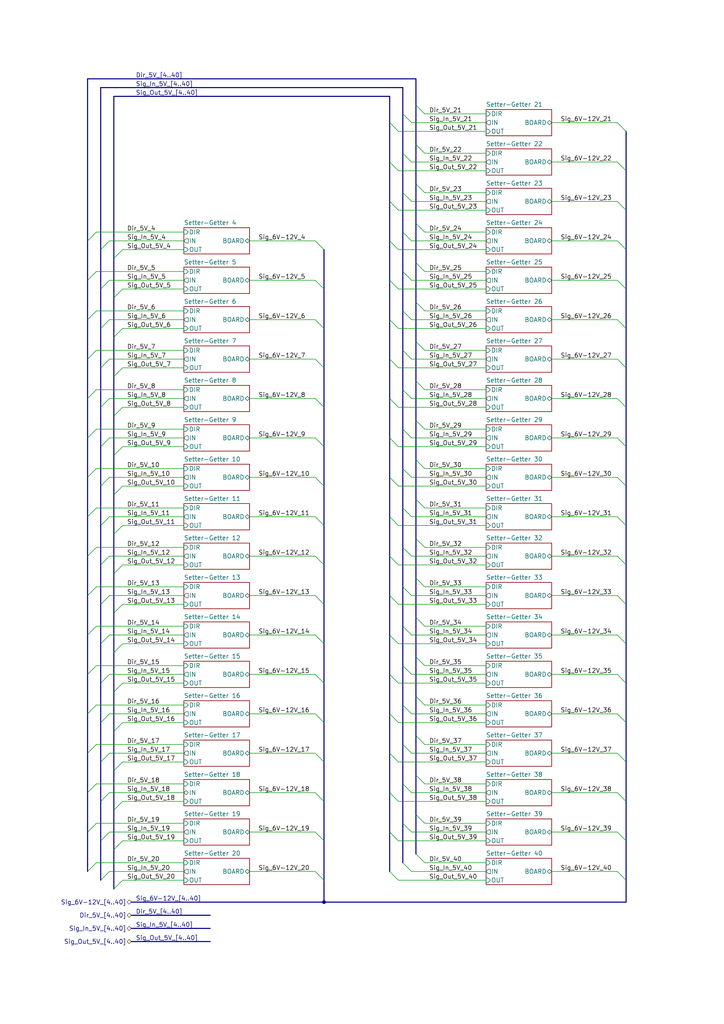
<source format=kicad_sch>
(kicad_sch
	(version 20250114)
	(generator "eeschema")
	(generator_version "9.0")
	(uuid "73e485db-f25e-4752-ba9b-02f4d138fe9a")
	(paper "A4" portrait)
	(title_block
		(title "VersaLogic board tester")
		(date "2025-09-09")
		(rev "1.0")
		(comment 1 "Copyright (c) 2025 by Filip Pynckels & Robin Pynckels")
	)
	(lib_symbols)
	(junction
		(at 93.98 261.62)
		(diameter 0)
		(color 0 0 0 0)
		(uuid "6a0d935f-8e2b-4238-84e1-70f9e5f1dc55")
	)
	(bus_entry
		(at 113.03 35.56)
		(size 2.54 2.54)
		(stroke
			(width 0)
			(type default)
		)
		(uuid "0135dfa1-d3ea-46c5-96ac-25f7561ac65e")
	)
	(bus_entry
		(at 31.75 127)
		(size -2.54 2.54)
		(stroke
			(width 0)
			(type default)
		)
		(uuid "021cab60-11c2-4a52-877f-9f5e699f89df")
	)
	(bus_entry
		(at 31.75 104.14)
		(size -2.54 2.54)
		(stroke
			(width 0)
			(type default)
		)
		(uuid "047deda7-73a6-42cb-91f6-813c981f7d0a")
	)
	(bus_entry
		(at 113.03 92.71)
		(size 2.54 2.54)
		(stroke
			(width 0)
			(type default)
		)
		(uuid "066ee1d4-f968-4cd7-bdcc-c0c041139c88")
	)
	(bus_entry
		(at 35.56 106.68)
		(size -2.54 2.54)
		(stroke
			(width 0)
			(type default)
		)
		(uuid "097eeb42-9e54-4b18-a6bf-59e9ae490a0e")
	)
	(bus_entry
		(at 179.07 69.85)
		(size 2.54 2.54)
		(stroke
			(width 0)
			(type default)
		)
		(uuid "0a846186-4372-4402-8977-5ab19446325a")
	)
	(bus_entry
		(at 116.84 33.02)
		(size 2.54 2.54)
		(stroke
			(width 0)
			(type default)
		)
		(uuid "0ad64d7e-f680-4f78-b192-219f8f3b2e01")
	)
	(bus_entry
		(at 35.56 220.98)
		(size -2.54 2.54)
		(stroke
			(width 0)
			(type default)
		)
		(uuid "0b4f566c-39a8-46c9-b089-5d2bce2aa97e")
	)
	(bus_entry
		(at 179.07 115.57)
		(size 2.54 2.54)
		(stroke
			(width 0)
			(type default)
		)
		(uuid "0ba2ddbb-7b2b-4260-a6ef-b7a9c5b352bb")
	)
	(bus_entry
		(at 35.56 83.82)
		(size -2.54 2.54)
		(stroke
			(width 0)
			(type default)
		)
		(uuid "0ba52a5c-047b-467e-91c4-78230dcd8595")
	)
	(bus_entry
		(at 27.94 170.18)
		(size -2.54 2.54)
		(stroke
			(width 0)
			(type default)
		)
		(uuid "0d198a80-973d-4cf1-94bc-c262660a33ac")
	)
	(bus_entry
		(at 31.75 149.86)
		(size -2.54 2.54)
		(stroke
			(width 0)
			(type default)
		)
		(uuid "0e794485-8ef4-43ef-a17d-81f2a18ec9be")
	)
	(bus_entry
		(at 179.07 161.29)
		(size 2.54 2.54)
		(stroke
			(width 0)
			(type default)
		)
		(uuid "0e7d8827-01f8-4492-b413-0e2c0b314781")
	)
	(bus_entry
		(at 120.65 110.49)
		(size 2.54 2.54)
		(stroke
			(width 0)
			(type default)
		)
		(uuid "0fb08e41-b10a-401c-8ee9-f02284c130e3")
	)
	(bus_entry
		(at 27.94 193.04)
		(size -2.54 2.54)
		(stroke
			(width 0)
			(type default)
		)
		(uuid "10489cb6-804d-4815-9b03-31c147a91757")
	)
	(bus_entry
		(at 120.65 99.06)
		(size 2.54 2.54)
		(stroke
			(width 0)
			(type default)
		)
		(uuid "109ec204-59b2-438c-963f-8a7ae9e605d8")
	)
	(bus_entry
		(at 27.94 147.32)
		(size -2.54 2.54)
		(stroke
			(width 0)
			(type default)
		)
		(uuid "11700bdb-010c-4738-8519-1324ebe683b9")
	)
	(bus_entry
		(at 116.84 227.33)
		(size 2.54 2.54)
		(stroke
			(width 0)
			(type default)
		)
		(uuid "13132167-e6b9-4bc3-ba8f-aad52e278cf6")
	)
	(bus_entry
		(at 120.65 53.34)
		(size 2.54 2.54)
		(stroke
			(width 0)
			(type default)
		)
		(uuid "148e3213-2462-4246-b2e2-1939296fa3b9")
	)
	(bus_entry
		(at 91.44 184.15)
		(size 2.54 2.54)
		(stroke
			(width 0)
			(type default)
		)
		(uuid "1572c8e7-8f79-431c-a61e-9fc58a5dccc4")
	)
	(bus_entry
		(at 91.44 161.29)
		(size 2.54 2.54)
		(stroke
			(width 0)
			(type default)
		)
		(uuid "157d2b98-70db-441c-ac0b-1783439e58df")
	)
	(bus_entry
		(at 113.03 172.72)
		(size 2.54 2.54)
		(stroke
			(width 0)
			(type default)
		)
		(uuid "16aeea8e-4c4b-4287-a9b2-fdc0eb9e5e82")
	)
	(bus_entry
		(at 113.03 161.29)
		(size 2.54 2.54)
		(stroke
			(width 0)
			(type default)
		)
		(uuid "16b62cc0-a686-4249-9161-a1e66e2bea07")
	)
	(bus_entry
		(at 35.56 152.4)
		(size -2.54 2.54)
		(stroke
			(width 0)
			(type default)
		)
		(uuid "18ebcb28-b566-496a-81b7-ecfb60f669ef")
	)
	(bus_entry
		(at 35.56 209.55)
		(size -2.54 2.54)
		(stroke
			(width 0)
			(type default)
		)
		(uuid "1916488f-e38a-47ba-b581-ad990abee339")
	)
	(bus_entry
		(at 179.07 149.86)
		(size 2.54 2.54)
		(stroke
			(width 0)
			(type default)
		)
		(uuid "1ecd0ff7-0dc0-4acc-93a4-60576e80d1dc")
	)
	(bus_entry
		(at 113.03 58.42)
		(size 2.54 2.54)
		(stroke
			(width 0)
			(type default)
		)
		(uuid "20523d4f-ad19-4988-a6fa-c96b88734b54")
	)
	(bus_entry
		(at 179.07 138.43)
		(size 2.54 2.54)
		(stroke
			(width 0)
			(type default)
		)
		(uuid "208e8767-db05-4169-b225-4a0e80878377")
	)
	(bus_entry
		(at 31.75 184.15)
		(size -2.54 2.54)
		(stroke
			(width 0)
			(type default)
		)
		(uuid "21eaabfc-5886-4796-ad81-ea94ffa2f5ee")
	)
	(bus_entry
		(at 120.65 179.07)
		(size 2.54 2.54)
		(stroke
			(width 0)
			(type default)
		)
		(uuid "22017977-9ddd-4926-80fd-2abb514af97b")
	)
	(bus_entry
		(at 120.65 224.79)
		(size 2.54 2.54)
		(stroke
			(width 0)
			(type default)
		)
		(uuid "2242969f-a49a-4813-8059-6d93529bfa31")
	)
	(bus_entry
		(at 27.94 215.9)
		(size -2.54 2.54)
		(stroke
			(width 0)
			(type default)
		)
		(uuid "29187686-4ce5-4a1e-98c4-9d9eb2d6ca10")
	)
	(bus_entry
		(at 91.44 149.86)
		(size 2.54 2.54)
		(stroke
			(width 0)
			(type default)
		)
		(uuid "294d59be-d787-43b0-8796-a830a202d9ed")
	)
	(bus_entry
		(at 31.75 207.01)
		(size -2.54 2.54)
		(stroke
			(width 0)
			(type default)
		)
		(uuid "2fe3e253-0918-4aaf-8702-d663b0c2a386")
	)
	(bus_entry
		(at 91.44 127)
		(size 2.54 2.54)
		(stroke
			(width 0)
			(type default)
		)
		(uuid "303a8e1b-c319-49bf-995d-b98fba241cac")
	)
	(bus_entry
		(at 113.03 149.86)
		(size 2.54 2.54)
		(stroke
			(width 0)
			(type default)
		)
		(uuid "34b8ce9d-35a8-4562-b71d-f9b7e13e8a0d")
	)
	(bus_entry
		(at 35.56 232.41)
		(size -2.54 2.54)
		(stroke
			(width 0)
			(type default)
		)
		(uuid "3824bede-d882-4174-a793-116521b18dea")
	)
	(bus_entry
		(at 27.94 204.47)
		(size -2.54 2.54)
		(stroke
			(width 0)
			(type default)
		)
		(uuid "3c89dffd-aadb-4c9a-af39-c8760115b7c8")
	)
	(bus_entry
		(at 27.94 227.33)
		(size -2.54 2.54)
		(stroke
			(width 0)
			(type default)
		)
		(uuid "3f30aa18-b8e7-4840-aed0-a54924a33720")
	)
	(bus_entry
		(at 27.94 90.17)
		(size -2.54 2.54)
		(stroke
			(width 0)
			(type default)
		)
		(uuid "413672a2-012b-44c2-8734-0c3aa35ce841")
	)
	(bus_entry
		(at 91.44 81.28)
		(size 2.54 2.54)
		(stroke
			(width 0)
			(type default)
		)
		(uuid "41a7305c-d2f9-4e40-b6ac-f2fd56503cfe")
	)
	(bus_entry
		(at 35.56 72.39)
		(size -2.54 2.54)
		(stroke
			(width 0)
			(type default)
		)
		(uuid "426a0a42-c2e1-4c51-870e-c6597d8321ae")
	)
	(bus_entry
		(at 179.07 127)
		(size 2.54 2.54)
		(stroke
			(width 0)
			(type default)
		)
		(uuid "43243710-722a-47d0-b3be-06d32463f7d3")
	)
	(bus_entry
		(at 91.44 218.44)
		(size 2.54 2.54)
		(stroke
			(width 0)
			(type default)
		)
		(uuid "44a40ee8-e95e-4c36-88f2-9e34ef8e9c07")
	)
	(bus_entry
		(at 91.44 207.01)
		(size 2.54 2.54)
		(stroke
			(width 0)
			(type default)
		)
		(uuid "451c11f6-1480-48a6-b724-821b0e8e7bb4")
	)
	(bus_entry
		(at 116.84 158.75)
		(size 2.54 2.54)
		(stroke
			(width 0)
			(type default)
		)
		(uuid "461220e8-75a6-4d04-8fb9-77b954958fd3")
	)
	(bus_entry
		(at 91.44 92.71)
		(size 2.54 2.54)
		(stroke
			(width 0)
			(type default)
		)
		(uuid "48507558-8d61-4222-8457-48ae69c533ce")
	)
	(bus_entry
		(at 179.07 81.28)
		(size 2.54 2.54)
		(stroke
			(width 0)
			(type default)
		)
		(uuid "4eaedde0-0634-4f19-b1ba-69e592c9ff4a")
	)
	(bus_entry
		(at 27.94 181.61)
		(size -2.54 2.54)
		(stroke
			(width 0)
			(type default)
		)
		(uuid "4f19d187-c72f-4099-8af0-426732ca6ae6")
	)
	(bus_entry
		(at 113.03 218.44)
		(size 2.54 2.54)
		(stroke
			(width 0)
			(type default)
		)
		(uuid "513e5847-1d18-499d-a9fd-2f596fe1bd1e")
	)
	(bus_entry
		(at 179.07 35.56)
		(size 2.54 2.54)
		(stroke
			(width 0)
			(type default)
		)
		(uuid "57aa233a-31d9-4369-9dc1-37e3784adc16")
	)
	(bus_entry
		(at 179.07 92.71)
		(size 2.54 2.54)
		(stroke
			(width 0)
			(type default)
		)
		(uuid "5b5d3df8-1c48-441e-a971-42bd88089ff8")
	)
	(bus_entry
		(at 116.84 250.19)
		(size 2.54 2.54)
		(stroke
			(width 0)
			(type default)
		)
		(uuid "62251ede-d0b4-4307-861a-33993090f6ef")
	)
	(bus_entry
		(at 120.65 87.63)
		(size 2.54 2.54)
		(stroke
			(width 0)
			(type default)
		)
		(uuid "628dae2f-e48d-4965-985a-236b66e3b4a9")
	)
	(bus_entry
		(at 113.03 184.15)
		(size 2.54 2.54)
		(stroke
			(width 0)
			(type default)
		)
		(uuid "636af3ed-c9e8-41b2-81ad-e14774a6881e")
	)
	(bus_entry
		(at 31.75 161.29)
		(size -2.54 2.54)
		(stroke
			(width 0)
			(type default)
		)
		(uuid "65513d34-c86c-4dc6-9b5c-e617c955e2ba")
	)
	(bus_entry
		(at 91.44 195.58)
		(size 2.54 2.54)
		(stroke
			(width 0)
			(type default)
		)
		(uuid "6667caa2-f96c-42ec-a678-77c850a9d826")
	)
	(bus_entry
		(at 120.65 121.92)
		(size 2.54 2.54)
		(stroke
			(width 0)
			(type default)
		)
		(uuid "691ee6d3-899d-4f4a-bc5b-eb9a4c44c9db")
	)
	(bus_entry
		(at 179.07 172.72)
		(size 2.54 2.54)
		(stroke
			(width 0)
			(type default)
		)
		(uuid "6c3df9dc-10b6-4e07-acad-9554d0ffbafe")
	)
	(bus_entry
		(at 35.56 255.27)
		(size -2.54 2.54)
		(stroke
			(width 0)
			(type default)
		)
		(uuid "6f87b0a2-18d0-40f7-beaa-99113484d1b0")
	)
	(bus_entry
		(at 116.84 135.89)
		(size 2.54 2.54)
		(stroke
			(width 0)
			(type default)
		)
		(uuid "760e9c96-a9f0-4cc9-ad7f-a8ea4044a2a6")
	)
	(bus_entry
		(at 113.03 241.3)
		(size 2.54 2.54)
		(stroke
			(width 0)
			(type default)
		)
		(uuid "7634f4d1-8ae8-497d-8518-9a6d5ad053ca")
	)
	(bus_entry
		(at 116.84 181.61)
		(size 2.54 2.54)
		(stroke
			(width 0)
			(type default)
		)
		(uuid "7970ebed-19cd-4b18-8d57-f4f4fe667ff4")
	)
	(bus_entry
		(at 31.75 229.87)
		(size -2.54 2.54)
		(stroke
			(width 0)
			(type default)
		)
		(uuid "799a393e-b5be-4079-a4dd-878e404e3b05")
	)
	(bus_entry
		(at 27.94 101.6)
		(size -2.54 2.54)
		(stroke
			(width 0)
			(type default)
		)
		(uuid "7d0ee894-eab4-4a5b-bff0-15fea276b5a6")
	)
	(bus_entry
		(at 113.03 229.87)
		(size 2.54 2.54)
		(stroke
			(width 0)
			(type default)
		)
		(uuid "7d189271-2813-4abc-8a1e-9e8d299cb3fb")
	)
	(bus_entry
		(at 120.65 247.65)
		(size 2.54 2.54)
		(stroke
			(width 0)
			(type default)
		)
		(uuid "7ec2fc09-8104-43c0-aef7-cb5341395064")
	)
	(bus_entry
		(at 35.56 95.25)
		(size -2.54 2.54)
		(stroke
			(width 0)
			(type default)
		)
		(uuid "806d36d5-3070-4d61-a132-f20d1a9314b7")
	)
	(bus_entry
		(at 116.84 238.76)
		(size 2.54 2.54)
		(stroke
			(width 0)
			(type default)
		)
		(uuid "8af6b9ac-7138-4af8-854c-e395417a6e0c")
	)
	(bus_entry
		(at 35.56 129.54)
		(size -2.54 2.54)
		(stroke
			(width 0)
			(type default)
		)
		(uuid "8b83e93e-684a-48c4-ab41-936adf9960f8")
	)
	(bus_entry
		(at 120.65 213.36)
		(size 2.54 2.54)
		(stroke
			(width 0)
			(type default)
		)
		(uuid "8f4e8457-40eb-4507-9bfb-8ac7e535f69e")
	)
	(bus_entry
		(at 31.75 241.3)
		(size -2.54 2.54)
		(stroke
			(width 0)
			(type default)
		)
		(uuid "8f96fc25-ff54-4dfd-81f1-ead1fcedc411")
	)
	(bus_entry
		(at 120.65 236.22)
		(size 2.54 2.54)
		(stroke
			(width 0)
			(type default)
		)
		(uuid "901783c4-686f-44b1-a42b-1f15129b08a0")
	)
	(bus_entry
		(at 27.94 124.46)
		(size -2.54 2.54)
		(stroke
			(width 0)
			(type default)
		)
		(uuid "90e977c4-25a1-42db-a4df-59994072cf68")
	)
	(bus_entry
		(at 116.84 113.03)
		(size 2.54 2.54)
		(stroke
			(width 0)
			(type default)
		)
		(uuid "912ef2fa-b9a5-4faf-b3ee-8ddd99d77d22")
	)
	(bus_entry
		(at 91.44 69.85)
		(size 2.54 2.54)
		(stroke
			(width 0)
			(type default)
		)
		(uuid "9134d9e5-f1eb-4342-a625-863d0bfeb74b")
	)
	(bus_entry
		(at 120.65 144.78)
		(size 2.54 2.54)
		(stroke
			(width 0)
			(type default)
		)
		(uuid "920bdf99-0f2a-4219-98e0-7b2151a503c0")
	)
	(bus_entry
		(at 91.44 252.73)
		(size 2.54 2.54)
		(stroke
			(width 0)
			(type default)
		)
		(uuid "9266ce7c-a17f-4147-af17-9a07ec0459c2")
	)
	(bus_entry
		(at 113.03 195.58)
		(size 2.54 2.54)
		(stroke
			(width 0)
			(type default)
		)
		(uuid "94501aa6-d8af-4de8-9d68-715bedbd120d")
	)
	(bus_entry
		(at 91.44 229.87)
		(size 2.54 2.54)
		(stroke
			(width 0)
			(type default)
		)
		(uuid "94679a95-f967-4e8b-a905-01e74d6beef1")
	)
	(bus_entry
		(at 31.75 69.85)
		(size -2.54 2.54)
		(stroke
			(width 0)
			(type default)
		)
		(uuid "94a3e148-a864-4643-b053-848f302fb327")
	)
	(bus_entry
		(at 31.75 195.58)
		(size -2.54 2.54)
		(stroke
			(width 0)
			(type default)
		)
		(uuid "95172439-77f7-4275-8523-5d838f3d0eba")
	)
	(bus_entry
		(at 113.03 81.28)
		(size 2.54 2.54)
		(stroke
			(width 0)
			(type default)
		)
		(uuid "95266106-d1ec-4c16-a6f0-088940655d9f")
	)
	(bus_entry
		(at 31.75 172.72)
		(size -2.54 2.54)
		(stroke
			(width 0)
			(type default)
		)
		(uuid "9634390c-d133-4db9-89e8-029f56de640b")
	)
	(bus_entry
		(at 116.84 204.47)
		(size 2.54 2.54)
		(stroke
			(width 0)
			(type default)
		)
		(uuid "9664dc0c-17d4-48a8-b785-2df7687ad9c0")
	)
	(bus_entry
		(at 120.65 156.21)
		(size 2.54 2.54)
		(stroke
			(width 0)
			(type default)
		)
		(uuid "96ab5269-fe00-4682-8d8a-49f6465e65b3")
	)
	(bus_entry
		(at 31.75 218.44)
		(size -2.54 2.54)
		(stroke
			(width 0)
			(type default)
		)
		(uuid "9793e60a-7cde-4d23-b35d-0830d2c711f4")
	)
	(bus_entry
		(at 31.75 252.73)
		(size -2.54 2.54)
		(stroke
			(width 0)
			(type default)
		)
		(uuid "995101be-8d8e-4115-9a43-a3c4f92c2da3")
	)
	(bus_entry
		(at 91.44 104.14)
		(size 2.54 2.54)
		(stroke
			(width 0)
			(type default)
		)
		(uuid "9a1f9e20-ce19-4945-b061-3946b94e5700")
	)
	(bus_entry
		(at 91.44 138.43)
		(size 2.54 2.54)
		(stroke
			(width 0)
			(type default)
		)
		(uuid "9e21c30d-ea14-40e6-bd8a-d70fa6ac8a49")
	)
	(bus_entry
		(at 120.65 167.64)
		(size 2.54 2.54)
		(stroke
			(width 0)
			(type default)
		)
		(uuid "a31cc2af-02bf-488e-b60e-64694dc8f3a6")
	)
	(bus_entry
		(at 120.65 201.93)
		(size 2.54 2.54)
		(stroke
			(width 0)
			(type default)
		)
		(uuid "a79c9d90-c0ea-48fc-a3bd-7b07f74c961c")
	)
	(bus_entry
		(at 31.75 92.71)
		(size -2.54 2.54)
		(stroke
			(width 0)
			(type default)
		)
		(uuid "a853741c-78dc-452f-8114-51f701884440")
	)
	(bus_entry
		(at 116.84 147.32)
		(size 2.54 2.54)
		(stroke
			(width 0)
			(type default)
		)
		(uuid "ac7afdb3-bcdf-4c48-aa63-5bf6ec14dcd8")
	)
	(bus_entry
		(at 116.84 78.74)
		(size 2.54 2.54)
		(stroke
			(width 0)
			(type default)
		)
		(uuid "ae309b4c-efad-48fc-a5f1-5f7568c1edc8")
	)
	(bus_entry
		(at 179.07 218.44)
		(size 2.54 2.54)
		(stroke
			(width 0)
			(type default)
		)
		(uuid "ae7a5d72-c28d-4e32-8611-18b9c3d7f80f")
	)
	(bus_entry
		(at 113.03 252.73)
		(size 2.54 2.54)
		(stroke
			(width 0)
			(type default)
		)
		(uuid "b18972b7-cba7-4c3f-9563-09c9e21905fb")
	)
	(bus_entry
		(at 179.07 184.15)
		(size 2.54 2.54)
		(stroke
			(width 0)
			(type default)
		)
		(uuid "b39cb35e-6b50-4c33-81a9-f29c1816854b")
	)
	(bus_entry
		(at 113.03 138.43)
		(size 2.54 2.54)
		(stroke
			(width 0)
			(type default)
		)
		(uuid "b4896c94-79e3-4ff5-813e-20a12137d428")
	)
	(bus_entry
		(at 120.65 64.77)
		(size 2.54 2.54)
		(stroke
			(width 0)
			(type default)
		)
		(uuid "b7aae03f-6d86-4bab-9e8e-da1d78944a9e")
	)
	(bus_entry
		(at 27.94 135.89)
		(size -2.54 2.54)
		(stroke
			(width 0)
			(type default)
		)
		(uuid "b7f64319-d637-4b8e-9244-2c2b1729e886")
	)
	(bus_entry
		(at 120.65 30.48)
		(size 2.54 2.54)
		(stroke
			(width 0)
			(type default)
		)
		(uuid "b9d0df5a-dde7-4172-b945-9b2c0897a223")
	)
	(bus_entry
		(at 120.65 41.91)
		(size 2.54 2.54)
		(stroke
			(width 0)
			(type default)
		)
		(uuid "be24780e-5e9e-4f05-8c16-4e6905a518b9")
	)
	(bus_entry
		(at 27.94 250.19)
		(size -2.54 2.54)
		(stroke
			(width 0)
			(type default)
		)
		(uuid "bf9f2b94-c547-452e-8103-49c940ebb5c6")
	)
	(bus_entry
		(at 179.07 252.73)
		(size 2.54 2.54)
		(stroke
			(width 0)
			(type default)
		)
		(uuid "c2d676a7-3e64-48c6-927b-16d603117d6c")
	)
	(bus_entry
		(at 113.03 207.01)
		(size 2.54 2.54)
		(stroke
			(width 0)
			(type default)
		)
		(uuid "c2f945e5-ca80-4e60-a8fc-80f18e9913e8")
	)
	(bus_entry
		(at 113.03 69.85)
		(size 2.54 2.54)
		(stroke
			(width 0)
			(type default)
		)
		(uuid "c5badc51-a7eb-4556-bfb3-4e3e4a0064de")
	)
	(bus_entry
		(at 116.84 101.6)
		(size 2.54 2.54)
		(stroke
			(width 0)
			(type default)
		)
		(uuid "c7ca1713-74c5-4e99-800c-6d4780bd068e")
	)
	(bus_entry
		(at 27.94 78.74)
		(size -2.54 2.54)
		(stroke
			(width 0)
			(type default)
		)
		(uuid "c80a9600-1a36-4c5e-b1e6-5c575a2cc2b0")
	)
	(bus_entry
		(at 179.07 195.58)
		(size 2.54 2.54)
		(stroke
			(width 0)
			(type default)
		)
		(uuid "c8b79340-ac79-4265-b6c2-11ac7d3b1bc1")
	)
	(bus_entry
		(at 179.07 104.14)
		(size 2.54 2.54)
		(stroke
			(width 0)
			(type default)
		)
		(uuid "c8f42bec-6c2a-42bb-8a5e-15c30b1a4f7a")
	)
	(bus_entry
		(at 31.75 81.28)
		(size -2.54 2.54)
		(stroke
			(width 0)
			(type default)
		)
		(uuid "caceb013-490f-4773-b2a9-5753702d5b99")
	)
	(bus_entry
		(at 35.56 175.26)
		(size -2.54 2.54)
		(stroke
			(width 0)
			(type default)
		)
		(uuid "cd5b5548-9d82-4501-9f98-4e60b1e7de25")
	)
	(bus_entry
		(at 116.84 193.04)
		(size 2.54 2.54)
		(stroke
			(width 0)
			(type default)
		)
		(uuid "cedf6a4d-6f45-4746-828b-ea72a572c6c5")
	)
	(bus_entry
		(at 35.56 163.83)
		(size -2.54 2.54)
		(stroke
			(width 0)
			(type default)
		)
		(uuid "d04f429e-19ad-49bf-a855-fc5d9f371112")
	)
	(bus_entry
		(at 116.84 124.46)
		(size 2.54 2.54)
		(stroke
			(width 0)
			(type default)
		)
		(uuid "d0c6c8a4-a5ef-4823-9d71-c86bb04f8314")
	)
	(bus_entry
		(at 120.65 76.2)
		(size 2.54 2.54)
		(stroke
			(width 0)
			(type default)
		)
		(uuid "d247fea1-9683-4ded-815d-bc6941d91ae2")
	)
	(bus_entry
		(at 116.84 67.31)
		(size 2.54 2.54)
		(stroke
			(width 0)
			(type default)
		)
		(uuid "d31a786e-241a-4d17-88f5-ff2f013b351d")
	)
	(bus_entry
		(at 31.75 138.43)
		(size -2.54 2.54)
		(stroke
			(width 0)
			(type default)
		)
		(uuid "d94c2688-91b8-4e0f-98f4-e3a9cf88ec72")
	)
	(bus_entry
		(at 27.94 158.75)
		(size -2.54 2.54)
		(stroke
			(width 0)
			(type default)
		)
		(uuid "d99061fc-3552-4cca-9bb3-cc248f887211")
	)
	(bus_entry
		(at 113.03 104.14)
		(size 2.54 2.54)
		(stroke
			(width 0)
			(type default)
		)
		(uuid "da411f15-017d-4920-98dc-00a29fd663cb")
	)
	(bus_entry
		(at 179.07 229.87)
		(size 2.54 2.54)
		(stroke
			(width 0)
			(type default)
		)
		(uuid "db15d2f1-638f-4d31-9b30-e1cae22c290d")
	)
	(bus_entry
		(at 91.44 241.3)
		(size 2.54 2.54)
		(stroke
			(width 0)
			(type default)
		)
		(uuid "dddc5428-c2ce-43cd-977e-0139a94bd248")
	)
	(bus_entry
		(at 91.44 115.57)
		(size 2.54 2.54)
		(stroke
			(width 0)
			(type default)
		)
		(uuid "de32e913-9c62-41e6-86e8-d4d030004e0e")
	)
	(bus_entry
		(at 116.84 44.45)
		(size 2.54 2.54)
		(stroke
			(width 0)
			(type default)
		)
		(uuid "e110a27e-91bf-4bf6-a69a-1d930c818884")
	)
	(bus_entry
		(at 179.07 207.01)
		(size 2.54 2.54)
		(stroke
			(width 0)
			(type default)
		)
		(uuid "e1764cca-88b6-4de1-8d78-e1f4ce6ccd5f")
	)
	(bus_entry
		(at 27.94 67.31)
		(size -2.54 2.54)
		(stroke
			(width 0)
			(type default)
		)
		(uuid "e1ecb746-0c3a-43f3-9d59-f19a33198065")
	)
	(bus_entry
		(at 116.84 90.17)
		(size 2.54 2.54)
		(stroke
			(width 0)
			(type default)
		)
		(uuid "e264c0ab-2d47-4f59-9a48-5c59b00cc52f")
	)
	(bus_entry
		(at 35.56 243.84)
		(size -2.54 2.54)
		(stroke
			(width 0)
			(type default)
		)
		(uuid "e37077aa-8bd6-45c7-b851-1a5103f94908")
	)
	(bus_entry
		(at 35.56 198.12)
		(size -2.54 2.54)
		(stroke
			(width 0)
			(type default)
		)
		(uuid "e3d75335-2d4d-4fa2-9c31-580f9b8e1387")
	)
	(bus_entry
		(at 31.75 115.57)
		(size -2.54 2.54)
		(stroke
			(width 0)
			(type default)
		)
		(uuid "e4cfa60a-a054-4df1-be7e-783f878ef96f")
	)
	(bus_entry
		(at 35.56 186.69)
		(size -2.54 2.54)
		(stroke
			(width 0)
			(type default)
		)
		(uuid "e5f86b8f-6685-43d2-b425-f2865488a7c5")
	)
	(bus_entry
		(at 116.84 170.18)
		(size 2.54 2.54)
		(stroke
			(width 0)
			(type default)
		)
		(uuid "e649ad05-8c4d-46db-9b70-e86ace1da37b")
	)
	(bus_entry
		(at 113.03 46.99)
		(size 2.54 2.54)
		(stroke
			(width 0)
			(type default)
		)
		(uuid "e8150f65-041c-4d5f-bade-32bb430698db")
	)
	(bus_entry
		(at 35.56 140.97)
		(size -2.54 2.54)
		(stroke
			(width 0)
			(type default)
		)
		(uuid "e960e5b6-432d-4ea9-b349-0a2a32a562df")
	)
	(bus_entry
		(at 27.94 113.03)
		(size -2.54 2.54)
		(stroke
			(width 0)
			(type default)
		)
		(uuid "ea34d86c-ff06-4568-8c37-d688c66b2f47")
	)
	(bus_entry
		(at 120.65 133.35)
		(size 2.54 2.54)
		(stroke
			(width 0)
			(type default)
		)
		(uuid "eb9956d2-16dc-42c9-a74b-fce9774ce1c1")
	)
	(bus_entry
		(at 120.65 190.5)
		(size 2.54 2.54)
		(stroke
			(width 0)
			(type default)
		)
		(uuid "ed1077c1-01e3-4a35-995e-ea248716b1cf")
	)
	(bus_entry
		(at 116.84 55.88)
		(size 2.54 2.54)
		(stroke
			(width 0)
			(type default)
		)
		(uuid "edfe94ec-32d9-4343-b329-5f9ce5e39b3f")
	)
	(bus_entry
		(at 179.07 46.99)
		(size 2.54 2.54)
		(stroke
			(width 0)
			(type default)
		)
		(uuid "ee876d3f-83e0-4c09-a0fc-6626272a73ea")
	)
	(bus_entry
		(at 179.07 241.3)
		(size 2.54 2.54)
		(stroke
			(width 0)
			(type default)
		)
		(uuid "f1d9fca6-e12d-41b4-92cc-ad012bb02ad7")
	)
	(bus_entry
		(at 113.03 115.57)
		(size 2.54 2.54)
		(stroke
			(width 0)
			(type default)
		)
		(uuid "f38c8117-e96e-4ed7-9a32-99e36ab532da")
	)
	(bus_entry
		(at 113.03 127)
		(size 2.54 2.54)
		(stroke
			(width 0)
			(type default)
		)
		(uuid "f7053588-9898-4ab0-9902-6553b50b2ea1")
	)
	(bus_entry
		(at 116.84 215.9)
		(size 2.54 2.54)
		(stroke
			(width 0)
			(type default)
		)
		(uuid "f8b73109-9119-4bac-acac-ab5487a891ee")
	)
	(bus_entry
		(at 179.07 58.42)
		(size 2.54 2.54)
		(stroke
			(width 0)
			(type default)
		)
		(uuid "fca21c07-1a47-4567-8e78-e7c0f731f8e6")
	)
	(bus_entry
		(at 27.94 238.76)
		(size -2.54 2.54)
		(stroke
			(width 0)
			(type default)
		)
		(uuid "fd30fcaf-a426-4558-9e76-60d102e57303")
	)
	(bus_entry
		(at 35.56 118.11)
		(size -2.54 2.54)
		(stroke
			(width 0)
			(type default)
		)
		(uuid "fd8cc315-9a94-4b4f-bb03-5b27065acf35")
	)
	(bus_entry
		(at 91.44 172.72)
		(size 2.54 2.54)
		(stroke
			(width 0)
			(type default)
		)
		(uuid "ff9bea51-1d1a-4428-b560-abdfb7353236")
	)
	(wire
		(pts
			(xy 115.57 140.97) (xy 140.97 140.97)
		)
		(stroke
			(width 0)
			(type default)
		)
		(uuid "010e0534-71d6-467b-bcbe-7bcaef6b9160")
	)
	(wire
		(pts
			(xy 31.75 172.72) (xy 53.34 172.72)
		)
		(stroke
			(width 0)
			(type default)
		)
		(uuid "012612a6-5e0c-4b5f-9dd2-51111addd622")
	)
	(wire
		(pts
			(xy 31.75 252.73) (xy 53.34 252.73)
		)
		(stroke
			(width 0)
			(type default)
		)
		(uuid "01b82319-fbfa-4f8d-9786-6d7ed179c710")
	)
	(bus
		(pts
			(xy 93.98 255.27) (xy 93.98 261.62)
		)
		(stroke
			(width 0)
			(type default)
		)
		(uuid "02662fc5-945e-4032-9444-f8352d1690ac")
	)
	(bus
		(pts
			(xy 29.21 118.11) (xy 29.21 129.54)
		)
		(stroke
			(width 0)
			(type default)
		)
		(uuid "03c2f96b-dad4-4635-b958-dd8077dd3a53")
	)
	(wire
		(pts
			(xy 35.56 163.83) (xy 53.34 163.83)
		)
		(stroke
			(width 0)
			(type default)
		)
		(uuid "040abf46-9e62-429a-8a9f-143eb60b3c73")
	)
	(bus
		(pts
			(xy 33.02 234.95) (xy 33.02 246.38)
		)
		(stroke
			(width 0)
			(type default)
		)
		(uuid "04a7f6c6-6b30-4ac7-a19b-8fd00c3cb1b8")
	)
	(wire
		(pts
			(xy 72.39 161.29) (xy 91.44 161.29)
		)
		(stroke
			(width 0)
			(type default)
		)
		(uuid "05626528-56ed-4362-ba48-ac1679d62cda")
	)
	(wire
		(pts
			(xy 160.02 127) (xy 179.07 127)
		)
		(stroke
			(width 0)
			(type default)
		)
		(uuid "06066ebb-3ab2-4cc0-9b09-26b01981540f")
	)
	(wire
		(pts
			(xy 35.56 129.54) (xy 53.34 129.54)
		)
		(stroke
			(width 0)
			(type default)
		)
		(uuid "0617f560-7715-4537-845e-e0bc794c9513")
	)
	(wire
		(pts
			(xy 35.56 83.82) (xy 53.34 83.82)
		)
		(stroke
			(width 0)
			(type default)
		)
		(uuid "0728f104-6dab-4380-a253-ba090d01509f")
	)
	(bus
		(pts
			(xy 29.21 243.84) (xy 29.21 255.27)
		)
		(stroke
			(width 0)
			(type default)
		)
		(uuid "0770d4d9-c1af-4909-a44c-198c3933eea0")
	)
	(bus
		(pts
			(xy 113.03 138.43) (xy 113.03 149.86)
		)
		(stroke
			(width 0)
			(type default)
		)
		(uuid "08167373-7d59-434d-9583-eed74f05e275")
	)
	(bus
		(pts
			(xy 93.98 261.62) (xy 181.61 261.62)
		)
		(stroke
			(width 0)
			(type default)
		)
		(uuid "08509f1d-4654-414c-9c6f-848b27e43993")
	)
	(wire
		(pts
			(xy 123.19 158.75) (xy 140.97 158.75)
		)
		(stroke
			(width 0)
			(type default)
		)
		(uuid "08b65995-c151-4ff6-aacc-679855f0cefd")
	)
	(bus
		(pts
			(xy 116.84 101.6) (xy 116.84 113.03)
		)
		(stroke
			(width 0)
			(type default)
		)
		(uuid "08bd4cd0-172a-4b47-9791-c7a2cbe73636")
	)
	(bus
		(pts
			(xy 113.03 161.29) (xy 113.03 172.72)
		)
		(stroke
			(width 0)
			(type default)
		)
		(uuid "08d34fd4-14df-40df-97f7-f7580a8212db")
	)
	(bus
		(pts
			(xy 25.4 218.44) (xy 25.4 229.87)
		)
		(stroke
			(width 0)
			(type default)
		)
		(uuid "0a0825ba-7f24-4efd-a3dd-ed463402dd3d")
	)
	(bus
		(pts
			(xy 33.02 212.09) (xy 33.02 223.52)
		)
		(stroke
			(width 0)
			(type default)
		)
		(uuid "0a1f9b63-f582-498f-896e-db2a700a897c")
	)
	(wire
		(pts
			(xy 115.57 163.83) (xy 140.97 163.83)
		)
		(stroke
			(width 0)
			(type default)
		)
		(uuid "0a599701-8240-427c-907f-26423bdefb7d")
	)
	(bus
		(pts
			(xy 120.65 99.06) (xy 120.65 110.49)
		)
		(stroke
			(width 0)
			(type default)
		)
		(uuid "0ad16117-ae18-4b6f-93aa-cbec927fca06")
	)
	(wire
		(pts
			(xy 123.19 135.89) (xy 140.97 135.89)
		)
		(stroke
			(width 0)
			(type default)
		)
		(uuid "0c5c736b-fc5b-4ca2-b64f-282ba9b35fe4")
	)
	(bus
		(pts
			(xy 116.84 181.61) (xy 116.84 193.04)
		)
		(stroke
			(width 0)
			(type default)
		)
		(uuid "0d74cf4d-d40c-4fa9-af35-6c0aa4b6f9b1")
	)
	(bus
		(pts
			(xy 120.65 64.77) (xy 120.65 76.2)
		)
		(stroke
			(width 0)
			(type default)
		)
		(uuid "0f0d4e1f-ec28-4cda-a194-d6af7b4f54cb")
	)
	(wire
		(pts
			(xy 72.39 172.72) (xy 91.44 172.72)
		)
		(stroke
			(width 0)
			(type default)
		)
		(uuid "0f72f44f-c6e5-4070-8373-b9975808e306")
	)
	(wire
		(pts
			(xy 72.39 149.86) (xy 91.44 149.86)
		)
		(stroke
			(width 0)
			(type default)
		)
		(uuid "111a57cc-d5f5-4330-a39a-1ff0ef8bc3f8")
	)
	(wire
		(pts
			(xy 123.19 124.46) (xy 140.97 124.46)
		)
		(stroke
			(width 0)
			(type default)
		)
		(uuid "1234b61c-9c9a-4f05-bbfc-bcf45ca53670")
	)
	(wire
		(pts
			(xy 27.94 124.46) (xy 53.34 124.46)
		)
		(stroke
			(width 0)
			(type default)
		)
		(uuid "130252bf-9ee3-4f11-b3c2-a4071a21d713")
	)
	(wire
		(pts
			(xy 115.57 129.54) (xy 140.97 129.54)
		)
		(stroke
			(width 0)
			(type default)
		)
		(uuid "1467b04e-b0ad-4da8-829c-06a749edd46d")
	)
	(wire
		(pts
			(xy 119.38 241.3) (xy 140.97 241.3)
		)
		(stroke
			(width 0)
			(type default)
		)
		(uuid "150c702c-3c66-4733-a58f-13889e475b01")
	)
	(bus
		(pts
			(xy 93.98 220.98) (xy 93.98 232.41)
		)
		(stroke
			(width 0)
			(type default)
		)
		(uuid "15eb47bf-7829-4f59-8da3-47fccb154127")
	)
	(bus
		(pts
			(xy 120.65 110.49) (xy 120.65 121.92)
		)
		(stroke
			(width 0)
			(type default)
		)
		(uuid "167cf6e7-13c3-48a7-80ad-f5e71be04e56")
	)
	(wire
		(pts
			(xy 31.75 138.43) (xy 53.34 138.43)
		)
		(stroke
			(width 0)
			(type default)
		)
		(uuid "19c99f88-5b74-4b5c-b6c4-48d546ba4ce4")
	)
	(bus
		(pts
			(xy 25.4 149.86) (xy 25.4 161.29)
		)
		(stroke
			(width 0)
			(type default)
		)
		(uuid "19d52b51-6901-445f-9964-cb2263053099")
	)
	(bus
		(pts
			(xy 181.61 60.96) (xy 181.61 49.53)
		)
		(stroke
			(width 0)
			(type default)
		)
		(uuid "19e0ff97-81b0-4e9a-9718-dfd9ab3798c9")
	)
	(bus
		(pts
			(xy 116.84 67.31) (xy 116.84 78.74)
		)
		(stroke
			(width 0)
			(type default)
		)
		(uuid "1bd7bd19-4033-476f-8e50-5914d2347e0a")
	)
	(wire
		(pts
			(xy 119.38 195.58) (xy 140.97 195.58)
		)
		(stroke
			(width 0)
			(type default)
		)
		(uuid "1c7bb030-7b6d-4468-b506-b2d20c46f01f")
	)
	(bus
		(pts
			(xy 93.98 163.83) (xy 93.98 175.26)
		)
		(stroke
			(width 0)
			(type default)
		)
		(uuid "1cf0e8ef-a476-4aeb-937c-33cdff173065")
	)
	(bus
		(pts
			(xy 120.65 190.5) (xy 120.65 201.93)
		)
		(stroke
			(width 0)
			(type default)
		)
		(uuid "1ec0d263-c837-445d-b59b-270f578fa173")
	)
	(bus
		(pts
			(xy 120.65 41.91) (xy 120.65 53.34)
		)
		(stroke
			(width 0)
			(type default)
		)
		(uuid "1fff87f0-953a-4125-ade6-a0e133d94d34")
	)
	(wire
		(pts
			(xy 115.57 220.98) (xy 140.97 220.98)
		)
		(stroke
			(width 0)
			(type default)
		)
		(uuid "21b024e2-2146-45df-825f-04d96a55ba24")
	)
	(wire
		(pts
			(xy 119.38 115.57) (xy 140.97 115.57)
		)
		(stroke
			(width 0)
			(type default)
		)
		(uuid "22d1cdd4-9194-4893-b9c2-7d2b2849b4ee")
	)
	(bus
		(pts
			(xy 60.96 265.43) (xy 38.1 265.43)
		)
		(stroke
			(width 0)
			(type default)
		)
		(uuid "24f1b188-767a-4c08-a69d-6f24f2e5483a")
	)
	(wire
		(pts
			(xy 160.02 195.58) (xy 179.07 195.58)
		)
		(stroke
			(width 0)
			(type default)
		)
		(uuid "26918e1c-5ed5-4ca8-810a-b5494ff5cd87")
	)
	(bus
		(pts
			(xy 25.4 92.71) (xy 25.4 104.14)
		)
		(stroke
			(width 0)
			(type default)
		)
		(uuid "279f82df-0c07-49c0-a65d-ae08d73867d8")
	)
	(wire
		(pts
			(xy 160.02 81.28) (xy 179.07 81.28)
		)
		(stroke
			(width 0)
			(type default)
		)
		(uuid "28f3db20-e0ec-4965-9b76-fa4bb0f4d726")
	)
	(wire
		(pts
			(xy 119.38 46.99) (xy 140.97 46.99)
		)
		(stroke
			(width 0)
			(type default)
		)
		(uuid "2948a81e-477c-4b5b-83f5-f5adbd02112f")
	)
	(wire
		(pts
			(xy 123.19 90.17) (xy 140.97 90.17)
		)
		(stroke
			(width 0)
			(type default)
		)
		(uuid "2a939788-09cf-4a9d-8b3d-d2f8cae99422")
	)
	(bus
		(pts
			(xy 181.61 209.55) (xy 181.61 220.98)
		)
		(stroke
			(width 0)
			(type default)
		)
		(uuid "2ab11195-e19a-45de-bbe7-25223b5f61a7")
	)
	(wire
		(pts
			(xy 115.57 232.41) (xy 140.97 232.41)
		)
		(stroke
			(width 0)
			(type default)
		)
		(uuid "2bc2357e-45a5-4801-98b1-e1bdad94f0b0")
	)
	(wire
		(pts
			(xy 119.38 229.87) (xy 140.97 229.87)
		)
		(stroke
			(width 0)
			(type default)
		)
		(uuid "2ddce473-9d7d-4110-92c5-175db4fd72de")
	)
	(bus
		(pts
			(xy 29.21 186.69) (xy 29.21 198.12)
		)
		(stroke
			(width 0)
			(type default)
		)
		(uuid "2e3a2dad-ca51-40da-a4ce-f99e9dda8003")
	)
	(wire
		(pts
			(xy 123.19 113.03) (xy 140.97 113.03)
		)
		(stroke
			(width 0)
			(type default)
		)
		(uuid "2e75a548-697a-4c93-9879-38727a9668d3")
	)
	(wire
		(pts
			(xy 72.39 69.85) (xy 91.44 69.85)
		)
		(stroke
			(width 0)
			(type default)
		)
		(uuid "2e81a192-8aa2-4f23-bda3-d43facd08b3f")
	)
	(bus
		(pts
			(xy 113.03 127) (xy 113.03 138.43)
		)
		(stroke
			(width 0)
			(type default)
		)
		(uuid "2e8afd45-ee26-44e9-ae90-902026d9c174")
	)
	(bus
		(pts
			(xy 116.84 44.45) (xy 116.84 55.88)
		)
		(stroke
			(width 0)
			(type default)
		)
		(uuid "2ff1e273-f398-4de1-ab8d-bf4903e04b55")
	)
	(wire
		(pts
			(xy 123.19 238.76) (xy 140.97 238.76)
		)
		(stroke
			(width 0)
			(type default)
		)
		(uuid "31acf779-9693-409d-96be-847680359b86")
	)
	(bus
		(pts
			(xy 113.03 184.15) (xy 113.03 195.58)
		)
		(stroke
			(width 0)
			(type default)
		)
		(uuid "32509fcd-daf1-44ea-8d4a-6f04c91ade37")
	)
	(wire
		(pts
			(xy 123.19 193.04) (xy 140.97 193.04)
		)
		(stroke
			(width 0)
			(type default)
		)
		(uuid "327a085f-6545-464b-a625-df581709c00f")
	)
	(bus
		(pts
			(xy 93.98 83.82) (xy 93.98 95.25)
		)
		(stroke
			(width 0)
			(type default)
		)
		(uuid "32836558-db28-475b-9b88-073f2c1c4b3a")
	)
	(bus
		(pts
			(xy 120.65 213.36) (xy 120.65 224.79)
		)
		(stroke
			(width 0)
			(type default)
		)
		(uuid "33e5a57d-d0b0-4fa8-95ba-ae127dc3a406")
	)
	(wire
		(pts
			(xy 31.75 229.87) (xy 53.34 229.87)
		)
		(stroke
			(width 0)
			(type default)
		)
		(uuid "35d5bd4b-cc5e-40e4-95d8-eed9d66374f1")
	)
	(wire
		(pts
			(xy 31.75 195.58) (xy 53.34 195.58)
		)
		(stroke
			(width 0)
			(type default)
		)
		(uuid "362534d6-6b96-4ff8-83d3-768988501da7")
	)
	(bus
		(pts
			(xy 25.4 104.14) (xy 25.4 115.57)
		)
		(stroke
			(width 0)
			(type default)
		)
		(uuid "36805d92-2b72-4a8a-9405-f7a2a0ba72e2")
	)
	(bus
		(pts
			(xy 113.03 218.44) (xy 113.03 229.87)
		)
		(stroke
			(width 0)
			(type default)
		)
		(uuid "36b5c33c-8532-4958-ad61-a18e7fe0ab33")
	)
	(wire
		(pts
			(xy 123.19 170.18) (xy 140.97 170.18)
		)
		(stroke
			(width 0)
			(type default)
		)
		(uuid "39f9ce80-3ea8-4617-ac93-ce0fb7b739df")
	)
	(wire
		(pts
			(xy 160.02 115.57) (xy 179.07 115.57)
		)
		(stroke
			(width 0)
			(type default)
		)
		(uuid "3c5373f9-7d52-46ea-a7d3-48e5359ecb81")
	)
	(bus
		(pts
			(xy 181.61 152.4) (xy 181.61 140.97)
		)
		(stroke
			(width 0)
			(type default)
		)
		(uuid "3cee69bf-6a80-4934-a938-8287d206e52b")
	)
	(bus
		(pts
			(xy 25.4 161.29) (xy 25.4 172.72)
		)
		(stroke
			(width 0)
			(type default)
		)
		(uuid "3e816600-9a7a-4900-afdf-187c0c665a96")
	)
	(bus
		(pts
			(xy 181.61 129.54) (xy 181.61 118.11)
		)
		(stroke
			(width 0)
			(type default)
		)
		(uuid "413bb909-f73e-46c5-b1d8-5bd7ad15c8f7")
	)
	(wire
		(pts
			(xy 27.94 147.32) (xy 53.34 147.32)
		)
		(stroke
			(width 0)
			(type default)
		)
		(uuid "41d06195-6801-4b34-bd27-53ddf187cc12")
	)
	(bus
		(pts
			(xy 25.4 81.28) (xy 25.4 92.71)
		)
		(stroke
			(width 0)
			(type default)
		)
		(uuid "424c765f-6f0f-47ec-b2aa-9f3e23fd6d39")
	)
	(wire
		(pts
			(xy 119.38 127) (xy 140.97 127)
		)
		(stroke
			(width 0)
			(type default)
		)
		(uuid "426e7892-9d48-4aeb-a506-eee2b2c3e0c4")
	)
	(wire
		(pts
			(xy 115.57 95.25) (xy 140.97 95.25)
		)
		(stroke
			(width 0)
			(type default)
		)
		(uuid "45de1813-9ebd-438a-bb3d-caa4262fe101")
	)
	(wire
		(pts
			(xy 119.38 69.85) (xy 140.97 69.85)
		)
		(stroke
			(width 0)
			(type default)
		)
		(uuid "466cac9f-5e06-45a6-9464-15a85c4009db")
	)
	(bus
		(pts
			(xy 116.84 158.75) (xy 116.84 170.18)
		)
		(stroke
			(width 0)
			(type default)
		)
		(uuid "467c96d2-3137-49d4-8e94-d56ef38e02a6")
	)
	(bus
		(pts
			(xy 25.4 172.72) (xy 25.4 184.15)
		)
		(stroke
			(width 0)
			(type default)
		)
		(uuid "490306b7-bd78-464e-b8de-6e43b477d649")
	)
	(wire
		(pts
			(xy 160.02 184.15) (xy 179.07 184.15)
		)
		(stroke
			(width 0)
			(type default)
		)
		(uuid "49de799e-c6c8-4bd3-a4b6-da25051d5803")
	)
	(bus
		(pts
			(xy 33.02 120.65) (xy 33.02 132.08)
		)
		(stroke
			(width 0)
			(type default)
		)
		(uuid "49f96571-f439-4dca-8f50-c032af4a62a5")
	)
	(bus
		(pts
			(xy 181.61 232.41) (xy 181.61 243.84)
		)
		(stroke
			(width 0)
			(type default)
		)
		(uuid "4b4f47d8-a6a9-41cf-b439-72d3ababd2cd")
	)
	(bus
		(pts
			(xy 116.84 147.32) (xy 116.84 158.75)
		)
		(stroke
			(width 0)
			(type default)
		)
		(uuid "4cd3fa11-8c30-4ade-8e7a-11ae7ac25ca4")
	)
	(bus
		(pts
			(xy 33.02 143.51) (xy 33.02 154.94)
		)
		(stroke
			(width 0)
			(type default)
		)
		(uuid "4d2cb384-773e-4b99-8596-8d41687b49df")
	)
	(bus
		(pts
			(xy 181.61 106.68) (xy 181.61 95.25)
		)
		(stroke
			(width 0)
			(type default)
		)
		(uuid "4d740c5d-1352-4a7b-9c1f-73b2d5043380")
	)
	(bus
		(pts
			(xy 33.02 177.8) (xy 33.02 189.23)
		)
		(stroke
			(width 0)
			(type default)
		)
		(uuid "4d744888-86ba-4aae-9c27-46a98b921569")
	)
	(wire
		(pts
			(xy 119.38 218.44) (xy 140.97 218.44)
		)
		(stroke
			(width 0)
			(type default)
		)
		(uuid "4fa13fc7-66cb-4e97-92cf-9c604fa67363")
	)
	(bus
		(pts
			(xy 116.84 33.02) (xy 116.84 44.45)
		)
		(stroke
			(width 0)
			(type default)
		)
		(uuid "4fba49a8-a295-4930-82db-6efc889cd2a6")
	)
	(wire
		(pts
			(xy 35.56 255.27) (xy 53.34 255.27)
		)
		(stroke
			(width 0)
			(type default)
		)
		(uuid "505c7c9d-5ed4-44fc-a4d2-b3acbb98f0f4")
	)
	(wire
		(pts
			(xy 115.57 49.53) (xy 140.97 49.53)
		)
		(stroke
			(width 0)
			(type default)
		)
		(uuid "50b890e8-7a3c-4d89-834b-9ac26d259374")
	)
	(bus
		(pts
			(xy 25.4 195.58) (xy 25.4 207.01)
		)
		(stroke
			(width 0)
			(type default)
		)
		(uuid "50bfee33-1b4f-4c5e-b479-11fe8c3324ec")
	)
	(bus
		(pts
			(xy 120.65 144.78) (xy 120.65 156.21)
		)
		(stroke
			(width 0)
			(type default)
		)
		(uuid "5155436a-b8f7-4827-80f1-716f8cbfee43")
	)
	(bus
		(pts
			(xy 113.03 69.85) (xy 113.03 81.28)
		)
		(stroke
			(width 0)
			(type default)
		)
		(uuid "516f706a-4214-4c86-9ce4-5ebdc4e9012d")
	)
	(bus
		(pts
			(xy 116.84 227.33) (xy 116.84 238.76)
		)
		(stroke
			(width 0)
			(type default)
		)
		(uuid "529a57b5-1c70-485b-8b62-f981cf306af0")
	)
	(wire
		(pts
			(xy 72.39 252.73) (xy 91.44 252.73)
		)
		(stroke
			(width 0)
			(type default)
		)
		(uuid "52ece7e4-3b83-492c-a61a-8d6ffa6bea6d")
	)
	(bus
		(pts
			(xy 181.61 95.25) (xy 181.61 83.82)
		)
		(stroke
			(width 0)
			(type default)
		)
		(uuid "530f0012-6a37-4971-ab10-15bfb0f324a2")
	)
	(bus
		(pts
			(xy 116.84 25.4) (xy 116.84 33.02)
		)
		(stroke
			(width 0)
			(type default)
		)
		(uuid "549e8703-9569-471d-920b-7002b8e4f624")
	)
	(bus
		(pts
			(xy 181.61 163.83) (xy 181.61 175.26)
		)
		(stroke
			(width 0)
			(type default)
		)
		(uuid "55837066-418c-4c07-a0e7-32736c974bb9")
	)
	(wire
		(pts
			(xy 115.57 118.11) (xy 140.97 118.11)
		)
		(stroke
			(width 0)
			(type default)
		)
		(uuid "5678acf7-5727-4813-9a6b-79f33b5e9528")
	)
	(bus
		(pts
			(xy 29.21 220.98) (xy 29.21 232.41)
		)
		(stroke
			(width 0)
			(type default)
		)
		(uuid "56b1a23e-ed15-4ae9-bc5e-31e92181c812")
	)
	(bus
		(pts
			(xy 116.84 170.18) (xy 116.84 181.61)
		)
		(stroke
			(width 0)
			(type default)
		)
		(uuid "5732997b-d68c-4864-84e5-57d447473534")
	)
	(bus
		(pts
			(xy 93.98 198.12) (xy 93.98 209.55)
		)
		(stroke
			(width 0)
			(type default)
		)
		(uuid "575f31ae-fa44-4ecc-9564-c24aeb9bad68")
	)
	(bus
		(pts
			(xy 93.98 118.11) (xy 93.98 129.54)
		)
		(stroke
			(width 0)
			(type default)
		)
		(uuid "58d2a0db-2204-48c8-9266-45b391a7312f")
	)
	(bus
		(pts
			(xy 120.65 30.48) (xy 120.65 41.91)
		)
		(stroke
			(width 0)
			(type default)
		)
		(uuid "59f2cc1e-e04a-4f70-b7ec-c3467260c940")
	)
	(wire
		(pts
			(xy 31.75 81.28) (xy 53.34 81.28)
		)
		(stroke
			(width 0)
			(type default)
		)
		(uuid "5a1347cb-e90e-4f36-8644-1776f1111520")
	)
	(wire
		(pts
			(xy 35.56 95.25) (xy 53.34 95.25)
		)
		(stroke
			(width 0)
			(type default)
		)
		(uuid "5a20c137-3958-4a2e-bbef-1fe5858c04ea")
	)
	(wire
		(pts
			(xy 119.38 81.28) (xy 140.97 81.28)
		)
		(stroke
			(width 0)
			(type default)
		)
		(uuid "5a2cbd1e-d911-49b4-b92b-31f608a274c7")
	)
	(bus
		(pts
			(xy 33.02 132.08) (xy 33.02 143.51)
		)
		(stroke
			(width 0)
			(type default)
		)
		(uuid "5c5f2e43-c6dd-4286-a318-2547db66924d")
	)
	(bus
		(pts
			(xy 120.65 201.93) (xy 120.65 213.36)
		)
		(stroke
			(width 0)
			(type default)
		)
		(uuid "5c8e6b97-8905-470b-bd0d-d1f7e86b8ded")
	)
	(bus
		(pts
			(xy 33.02 200.66) (xy 33.02 212.09)
		)
		(stroke
			(width 0)
			(type default)
		)
		(uuid "5d9daa5e-ec2d-43dd-b058-7bc4db10d44f")
	)
	(wire
		(pts
			(xy 160.02 241.3) (xy 179.07 241.3)
		)
		(stroke
			(width 0)
			(type default)
		)
		(uuid "5ebd71a3-f6c0-4a31-8110-23ab2865ce3a")
	)
	(bus
		(pts
			(xy 33.02 27.94) (xy 33.02 74.93)
		)
		(stroke
			(width 0)
			(type default)
		)
		(uuid "5f89e652-3b38-4f9e-8f8c-43b80c34e47b")
	)
	(wire
		(pts
			(xy 31.75 69.85) (xy 53.34 69.85)
		)
		(stroke
			(width 0)
			(type default)
		)
		(uuid "5fb573e9-3b89-4250-b6fa-d96089ceefa9")
	)
	(bus
		(pts
			(xy 116.84 215.9) (xy 116.84 227.33)
		)
		(stroke
			(width 0)
			(type default)
		)
		(uuid "6149237b-1ccf-4dd5-ab70-8bb6f67e9f96")
	)
	(bus
		(pts
			(xy 29.21 140.97) (xy 29.21 152.4)
		)
		(stroke
			(width 0)
			(type default)
		)
		(uuid "61a8e6ad-a14d-4037-93e3-e0bfea01a9fa")
	)
	(bus
		(pts
			(xy 116.84 135.89) (xy 116.84 147.32)
		)
		(stroke
			(width 0)
			(type default)
		)
		(uuid "61f62a2c-ea42-4c0b-86a4-bd6c408ac98b")
	)
	(wire
		(pts
			(xy 72.39 229.87) (xy 91.44 229.87)
		)
		(stroke
			(width 0)
			(type default)
		)
		(uuid "63219a11-a506-4d5c-8798-b0fc472caa06")
	)
	(wire
		(pts
			(xy 115.57 60.96) (xy 140.97 60.96)
		)
		(stroke
			(width 0)
			(type default)
		)
		(uuid "63d83986-bc8a-425c-bec6-e741e0fced70")
	)
	(bus
		(pts
			(xy 113.03 149.86) (xy 113.03 161.29)
		)
		(stroke
			(width 0)
			(type default)
		)
		(uuid "643cc570-7877-4e40-9874-85825f1a34f8")
	)
	(wire
		(pts
			(xy 27.94 90.17) (xy 53.34 90.17)
		)
		(stroke
			(width 0)
			(type default)
		)
		(uuid "648e18aa-b9e4-4477-a0e3-6f63c9dffe5e")
	)
	(bus
		(pts
			(xy 93.98 243.84) (xy 93.98 255.27)
		)
		(stroke
			(width 0)
			(type default)
		)
		(uuid "65828c27-4d1c-4077-a21c-a0b254f69d40")
	)
	(wire
		(pts
			(xy 27.94 193.04) (xy 53.34 193.04)
		)
		(stroke
			(width 0)
			(type default)
		)
		(uuid "66b7760e-b3b4-46d9-8a57-371d701e99bf")
	)
	(wire
		(pts
			(xy 119.38 35.56) (xy 140.97 35.56)
		)
		(stroke
			(width 0)
			(type default)
		)
		(uuid "6727add9-83cd-4684-a304-bc86e99d29fc")
	)
	(bus
		(pts
			(xy 25.4 22.86) (xy 25.4 69.85)
		)
		(stroke
			(width 0)
			(type default)
		)
		(uuid "6750faea-51a2-4ac2-a4d5-b735a7233fda")
	)
	(wire
		(pts
			(xy 160.02 161.29) (xy 179.07 161.29)
		)
		(stroke
			(width 0)
			(type default)
		)
		(uuid "69fcbe0b-e987-49b6-81a7-b0b91eb0d0cc")
	)
	(wire
		(pts
			(xy 160.02 149.86) (xy 179.07 149.86)
		)
		(stroke
			(width 0)
			(type default)
		)
		(uuid "6ad4e3ce-cea8-482e-8234-ad0d22b50f53")
	)
	(wire
		(pts
			(xy 35.56 118.11) (xy 53.34 118.11)
		)
		(stroke
			(width 0)
			(type default)
		)
		(uuid "6cac9319-e49f-4516-a042-a7429450cd0f")
	)
	(wire
		(pts
			(xy 119.38 104.14) (xy 140.97 104.14)
		)
		(stroke
			(width 0)
			(type default)
		)
		(uuid "6d523eea-9b15-4a5d-831e-ff7a40981395")
	)
	(wire
		(pts
			(xy 72.39 92.71) (xy 91.44 92.71)
		)
		(stroke
			(width 0)
			(type default)
		)
		(uuid "6d7b11a2-8dc0-48de-a228-9db215ac187f")
	)
	(wire
		(pts
			(xy 31.75 115.57) (xy 53.34 115.57)
		)
		(stroke
			(width 0)
			(type default)
		)
		(uuid "6ed7f56f-e162-4ec8-86b9-505da48b984a")
	)
	(bus
		(pts
			(xy 29.21 25.4) (xy 29.21 72.39)
		)
		(stroke
			(width 0)
			(type default)
		)
		(uuid "6f486f72-0b39-4853-a672-bfdc2833fe4d")
	)
	(bus
		(pts
			(xy 29.21 72.39) (xy 29.21 83.82)
		)
		(stroke
			(width 0)
			(type default)
		)
		(uuid "6fd24abc-84ff-43ae-8a33-a330d26068e5")
	)
	(wire
		(pts
			(xy 115.57 198.12) (xy 140.97 198.12)
		)
		(stroke
			(width 0)
			(type default)
		)
		(uuid "70e2806c-6eb5-4b53-995b-2a4d9fee0ef5")
	)
	(bus
		(pts
			(xy 29.21 163.83) (xy 29.21 175.26)
		)
		(stroke
			(width 0)
			(type default)
		)
		(uuid "72258cf9-65cc-4f93-9eac-cb7fbd3f2e83")
	)
	(wire
		(pts
			(xy 115.57 255.27) (xy 140.97 255.27)
		)
		(stroke
			(width 0)
			(type default)
		)
		(uuid "734c6547-e76d-438f-98a0-3b8c75bde9ee")
	)
	(bus
		(pts
			(xy 93.98 209.55) (xy 93.98 220.98)
		)
		(stroke
			(width 0)
			(type default)
		)
		(uuid "75069362-1103-4da8-a712-6631de19f908")
	)
	(bus
		(pts
			(xy 93.98 175.26) (xy 93.98 186.69)
		)
		(stroke
			(width 0)
			(type default)
		)
		(uuid "75b41136-8a3b-4c6b-bc56-57802e4de294")
	)
	(bus
		(pts
			(xy 181.61 49.53) (xy 181.61 38.1)
		)
		(stroke
			(width 0)
			(type default)
		)
		(uuid "769008b2-0471-42ef-974f-8df57ad0dee2")
	)
	(bus
		(pts
			(xy 120.65 121.92) (xy 120.65 133.35)
		)
		(stroke
			(width 0)
			(type default)
		)
		(uuid "77631c77-019e-425c-8b45-93275790ced2")
	)
	(bus
		(pts
			(xy 116.84 204.47) (xy 116.84 215.9)
		)
		(stroke
			(width 0)
			(type default)
		)
		(uuid "78e41d95-0845-4c6e-a2a7-ceb80389820e")
	)
	(wire
		(pts
			(xy 123.19 147.32) (xy 140.97 147.32)
		)
		(stroke
			(width 0)
			(type default)
		)
		(uuid "79f5a85a-aa6b-40ee-ad70-64977aa97dc0")
	)
	(bus
		(pts
			(xy 113.03 58.42) (xy 113.03 69.85)
		)
		(stroke
			(width 0)
			(type default)
		)
		(uuid "7a8fd428-2aa5-4bc9-a4d5-ba5211fb3aa9")
	)
	(wire
		(pts
			(xy 123.19 67.31) (xy 140.97 67.31)
		)
		(stroke
			(width 0)
			(type default)
		)
		(uuid "7b05ea67-5045-4fca-aaa6-4b353d2f4296")
	)
	(bus
		(pts
			(xy 116.84 113.03) (xy 116.84 124.46)
		)
		(stroke
			(width 0)
			(type default)
		)
		(uuid "7bb0a21b-775c-404d-ad67-743f7590cc6e")
	)
	(bus
		(pts
			(xy 38.1 261.62) (xy 93.98 261.62)
		)
		(stroke
			(width 0)
			(type default)
		)
		(uuid "7c9196de-2b43-4e48-b0de-9d3a8af13d2b")
	)
	(bus
		(pts
			(xy 113.03 35.56) (xy 113.03 46.99)
		)
		(stroke
			(width 0)
			(type default)
		)
		(uuid "7cee3584-9523-4c67-b97f-7706f4325f42")
	)
	(wire
		(pts
			(xy 35.56 243.84) (xy 53.34 243.84)
		)
		(stroke
			(width 0)
			(type default)
		)
		(uuid "7d6509b2-529a-4abd-932a-e56c1f8986a0")
	)
	(wire
		(pts
			(xy 123.19 227.33) (xy 140.97 227.33)
		)
		(stroke
			(width 0)
			(type default)
		)
		(uuid "7ddd7666-e3ef-4238-a69b-24cb9063f5d4")
	)
	(wire
		(pts
			(xy 35.56 152.4) (xy 53.34 152.4)
		)
		(stroke
			(width 0)
			(type default)
		)
		(uuid "7e1c779d-b86e-4a1d-a541-b817b6fa89af")
	)
	(wire
		(pts
			(xy 160.02 218.44) (xy 179.07 218.44)
		)
		(stroke
			(width 0)
			(type default)
		)
		(uuid "7e319164-1666-47d5-927f-0e34820f5d4a")
	)
	(wire
		(pts
			(xy 27.94 250.19) (xy 53.34 250.19)
		)
		(stroke
			(width 0)
			(type default)
		)
		(uuid "7e5bb918-175a-41f2-9fa8-7480736b88b4")
	)
	(bus
		(pts
			(xy 120.65 76.2) (xy 120.65 87.63)
		)
		(stroke
			(width 0)
			(type default)
		)
		(uuid "7e62d583-a890-4357-90d5-a91aacd9aa57")
	)
	(wire
		(pts
			(xy 35.56 209.55) (xy 53.34 209.55)
		)
		(stroke
			(width 0)
			(type default)
		)
		(uuid "8063af7c-bcba-4511-bc8d-95fa8d33ee4f")
	)
	(bus
		(pts
			(xy 29.21 198.12) (xy 29.21 209.55)
		)
		(stroke
			(width 0)
			(type default)
		)
		(uuid "8080f288-926e-436e-9578-e6bc7cffb569")
	)
	(bus
		(pts
			(xy 181.61 186.69) (xy 181.61 198.12)
		)
		(stroke
			(width 0)
			(type default)
		)
		(uuid "85f8e2c2-3a19-4690-9e23-d9ed076ec704")
	)
	(bus
		(pts
			(xy 181.61 198.12) (xy 181.61 209.55)
		)
		(stroke
			(width 0)
			(type default)
		)
		(uuid "868fdb7d-d1f7-44f5-be16-146044ab4c0a")
	)
	(wire
		(pts
			(xy 27.94 204.47) (xy 53.34 204.47)
		)
		(stroke
			(width 0)
			(type default)
		)
		(uuid "87474902-e635-4c54-b797-c05bb7c31d86")
	)
	(wire
		(pts
			(xy 31.75 104.14) (xy 53.34 104.14)
		)
		(stroke
			(width 0)
			(type default)
		)
		(uuid "8855a622-4774-4e47-87ca-a0caf47bd11e")
	)
	(wire
		(pts
			(xy 123.19 55.88) (xy 140.97 55.88)
		)
		(stroke
			(width 0)
			(type default)
		)
		(uuid "88ecf65c-af94-405e-9fd0-5ed24538f2f8")
	)
	(bus
		(pts
			(xy 33.02 189.23) (xy 33.02 200.66)
		)
		(stroke
			(width 0)
			(type default)
		)
		(uuid "897dd609-2d4c-4338-9b17-88fcae146274")
	)
	(bus
		(pts
			(xy 33.02 74.93) (xy 33.02 86.36)
		)
		(stroke
			(width 0)
			(type default)
		)
		(uuid "8c9af1aa-3cb4-4ec8-bc3b-8a1a22180115")
	)
	(wire
		(pts
			(xy 31.75 184.15) (xy 53.34 184.15)
		)
		(stroke
			(width 0)
			(type default)
		)
		(uuid "8db3f130-42d5-4e3d-94f6-10c74d95ca3c")
	)
	(bus
		(pts
			(xy 29.21 25.4) (xy 116.84 25.4)
		)
		(stroke
			(width 0)
			(type default)
		)
		(uuid "8ed38166-84aa-48df-ba61-77e23459e58a")
	)
	(wire
		(pts
			(xy 72.39 241.3) (xy 91.44 241.3)
		)
		(stroke
			(width 0)
			(type default)
		)
		(uuid "90767e30-dc11-4c8a-a5ca-eb4aa26ec6c4")
	)
	(wire
		(pts
			(xy 27.94 158.75) (xy 53.34 158.75)
		)
		(stroke
			(width 0)
			(type default)
		)
		(uuid "908584bf-ed72-4b18-8667-8910ec413f70")
	)
	(wire
		(pts
			(xy 27.94 113.03) (xy 53.34 113.03)
		)
		(stroke
			(width 0)
			(type default)
		)
		(uuid "909cdc4c-e6f3-4271-ba03-ed19ce9eaa7e")
	)
	(wire
		(pts
			(xy 119.38 252.73) (xy 140.97 252.73)
		)
		(stroke
			(width 0)
			(type default)
		)
		(uuid "909da1bd-7140-4ee9-bd73-d0166ab6a300")
	)
	(bus
		(pts
			(xy 33.02 166.37) (xy 33.02 177.8)
		)
		(stroke
			(width 0)
			(type default)
		)
		(uuid "9100b8d1-6ce4-4991-b4a1-6ac32943ea20")
	)
	(wire
		(pts
			(xy 160.02 252.73) (xy 179.07 252.73)
		)
		(stroke
			(width 0)
			(type default)
		)
		(uuid "92365e05-9553-4a43-b0c6-e7cc746efbf5")
	)
	(wire
		(pts
			(xy 27.94 170.18) (xy 53.34 170.18)
		)
		(stroke
			(width 0)
			(type default)
		)
		(uuid "929b9fe3-998c-45e0-8604-2f6534a66524")
	)
	(wire
		(pts
			(xy 72.39 115.57) (xy 91.44 115.57)
		)
		(stroke
			(width 0)
			(type default)
		)
		(uuid "92e1fa8e-ca36-403e-9367-fba9650ebb1f")
	)
	(bus
		(pts
			(xy 181.61 118.11) (xy 181.61 106.68)
		)
		(stroke
			(width 0)
			(type default)
		)
		(uuid "9351ae2b-2cd6-472f-85c8-cf3bc6be9977")
	)
	(wire
		(pts
			(xy 115.57 152.4) (xy 140.97 152.4)
		)
		(stroke
			(width 0)
			(type default)
		)
		(uuid "93881e7c-7660-461b-9673-c511e035f7ed")
	)
	(wire
		(pts
			(xy 115.57 83.82) (xy 140.97 83.82)
		)
		(stroke
			(width 0)
			(type default)
		)
		(uuid "938b0a50-2f5c-43bf-8976-925a35bb1c52")
	)
	(bus
		(pts
			(xy 29.21 152.4) (xy 29.21 163.83)
		)
		(stroke
			(width 0)
			(type default)
		)
		(uuid "94d6b31f-232b-49a1-8281-2b306cd88144")
	)
	(wire
		(pts
			(xy 160.02 92.71) (xy 179.07 92.71)
		)
		(stroke
			(width 0)
			(type default)
		)
		(uuid "95754994-7edb-48be-a6d5-c628766e6dbe")
	)
	(bus
		(pts
			(xy 33.02 109.22) (xy 33.02 120.65)
		)
		(stroke
			(width 0)
			(type default)
		)
		(uuid "95bb9bcd-8976-430d-a53e-7ef8e40cbca6")
	)
	(bus
		(pts
			(xy 181.61 163.83) (xy 181.61 152.4)
		)
		(stroke
			(width 0)
			(type default)
		)
		(uuid "963bd276-9cca-433f-a6e4-5727d526550e")
	)
	(bus
		(pts
			(xy 33.02 27.94) (xy 113.03 27.94)
		)
		(stroke
			(width 0)
			(type default)
		)
		(uuid "96eeac8e-0cdb-4ecc-b010-a4123ea75a8b")
	)
	(bus
		(pts
			(xy 113.03 195.58) (xy 113.03 207.01)
		)
		(stroke
			(width 0)
			(type default)
		)
		(uuid "9723229b-efe9-4ac8-9279-900a1735eda0")
	)
	(wire
		(pts
			(xy 119.38 138.43) (xy 140.97 138.43)
		)
		(stroke
			(width 0)
			(type default)
		)
		(uuid "9915de9f-ab17-4eca-9d02-d494414b7cbb")
	)
	(bus
		(pts
			(xy 181.61 220.98) (xy 181.61 232.41)
		)
		(stroke
			(width 0)
			(type default)
		)
		(uuid "999a73b6-456f-4523-8c0f-97962bfad0eb")
	)
	(bus
		(pts
			(xy 116.84 238.76) (xy 116.84 250.19)
		)
		(stroke
			(width 0)
			(type default)
		)
		(uuid "99b0390e-6364-4131-88c2-05b807ff12dd")
	)
	(wire
		(pts
			(xy 160.02 35.56) (xy 179.07 35.56)
		)
		(stroke
			(width 0)
			(type default)
		)
		(uuid "9b89a380-7230-4dd6-81e7-970e4cb0305e")
	)
	(wire
		(pts
			(xy 119.38 207.01) (xy 140.97 207.01)
		)
		(stroke
			(width 0)
			(type default)
		)
		(uuid "9bedd5d0-328b-4ba3-becd-6759c77c66e1")
	)
	(wire
		(pts
			(xy 72.39 138.43) (xy 91.44 138.43)
		)
		(stroke
			(width 0)
			(type default)
		)
		(uuid "9c019e47-1dd3-4bed-a5a4-0a5a81b8cb88")
	)
	(bus
		(pts
			(xy 25.4 184.15) (xy 25.4 195.58)
		)
		(stroke
			(width 0)
			(type default)
		)
		(uuid "9d7d3b09-91a9-4bfe-82c7-48d064f5a1ee")
	)
	(bus
		(pts
			(xy 120.65 179.07) (xy 120.65 190.5)
		)
		(stroke
			(width 0)
			(type default)
		)
		(uuid "9d87a5d7-7fba-419a-9dd7-890eac379c26")
	)
	(wire
		(pts
			(xy 27.94 238.76) (xy 53.34 238.76)
		)
		(stroke
			(width 0)
			(type default)
		)
		(uuid "9e1b6a78-558c-4e6c-9aaf-58148c9c6946")
	)
	(bus
		(pts
			(xy 120.65 224.79) (xy 120.65 236.22)
		)
		(stroke
			(width 0)
			(type default)
		)
		(uuid "9e54ad5b-9f06-4184-bfb3-9e24fd8c0842")
	)
	(wire
		(pts
			(xy 115.57 175.26) (xy 140.97 175.26)
		)
		(stroke
			(width 0)
			(type default)
		)
		(uuid "a050d83d-3ae6-427e-9d1b-08e0a110eadc")
	)
	(bus
		(pts
			(xy 113.03 46.99) (xy 113.03 58.42)
		)
		(stroke
			(width 0)
			(type default)
		)
		(uuid "a15f9823-2901-484d-b5c5-c80e52e3f01e")
	)
	(bus
		(pts
			(xy 113.03 241.3) (xy 113.03 252.73)
		)
		(stroke
			(width 0)
			(type default)
		)
		(uuid "a23b2219-a8b6-4f12-b65a-e0c6229dd07f")
	)
	(bus
		(pts
			(xy 113.03 92.71) (xy 113.03 104.14)
		)
		(stroke
			(width 0)
			(type default)
		)
		(uuid "a47dc826-4151-4e48-8e56-7cf8b6cc4f6a")
	)
	(bus
		(pts
			(xy 25.4 138.43) (xy 25.4 149.86)
		)
		(stroke
			(width 0)
			(type default)
		)
		(uuid "a49c2415-49a5-4c98-994a-84cb81e78d84")
	)
	(wire
		(pts
			(xy 123.19 44.45) (xy 140.97 44.45)
		)
		(stroke
			(width 0)
			(type default)
		)
		(uuid "a530eabc-324b-4e32-a116-dd5b38213fe4")
	)
	(wire
		(pts
			(xy 115.57 243.84) (xy 140.97 243.84)
		)
		(stroke
			(width 0)
			(type default)
		)
		(uuid "a5339b9d-302e-4227-8aa6-7d54931a3367")
	)
	(bus
		(pts
			(xy 29.21 209.55) (xy 29.21 220.98)
		)
		(stroke
			(width 0)
			(type default)
		)
		(uuid "a6ff86be-df4f-40f4-8f25-61e9010e9a06")
	)
	(bus
		(pts
			(xy 181.61 72.39) (xy 181.61 60.96)
		)
		(stroke
			(width 0)
			(type default)
		)
		(uuid "a752d48d-bd4a-4c4f-9993-86c1af95778e")
	)
	(wire
		(pts
			(xy 160.02 229.87) (xy 179.07 229.87)
		)
		(stroke
			(width 0)
			(type default)
		)
		(uuid "a7749714-8d5e-46a9-9292-616ac343a347")
	)
	(wire
		(pts
			(xy 160.02 58.42) (xy 179.07 58.42)
		)
		(stroke
			(width 0)
			(type default)
		)
		(uuid "a7d4591e-b5b8-45e0-aaa1-05393ed230bd")
	)
	(wire
		(pts
			(xy 160.02 172.72) (xy 179.07 172.72)
		)
		(stroke
			(width 0)
			(type default)
		)
		(uuid "a9b58eee-ba19-4b4c-83b8-3103b3d319f4")
	)
	(wire
		(pts
			(xy 123.19 204.47) (xy 140.97 204.47)
		)
		(stroke
			(width 0)
			(type default)
		)
		(uuid "ab0937f5-aaa9-4cb1-824e-70815ce2287e")
	)
	(bus
		(pts
			(xy 25.4 127) (xy 25.4 138.43)
		)
		(stroke
			(width 0)
			(type default)
		)
		(uuid "ab5f0529-90f3-436f-ad9a-1cd6a0743c79")
	)
	(wire
		(pts
			(xy 119.38 172.72) (xy 140.97 172.72)
		)
		(stroke
			(width 0)
			(type default)
		)
		(uuid "abe706e0-9b1d-4199-a46c-8fa9daf9e497")
	)
	(bus
		(pts
			(xy 93.98 186.69) (xy 93.98 198.12)
		)
		(stroke
			(width 0)
			(type default)
		)
		(uuid "ac1f9103-0102-44d5-bbe5-9d7dae0515bf")
	)
	(bus
		(pts
			(xy 33.02 223.52) (xy 33.02 234.95)
		)
		(stroke
			(width 0)
			(type default)
		)
		(uuid "acc6dcf7-6277-4ede-8273-2de750d67872")
	)
	(wire
		(pts
			(xy 72.39 104.14) (xy 91.44 104.14)
		)
		(stroke
			(width 0)
			(type default)
		)
		(uuid "acdc93a2-43d4-43c6-afea-8c429606bb8e")
	)
	(wire
		(pts
			(xy 72.39 184.15) (xy 91.44 184.15)
		)
		(stroke
			(width 0)
			(type default)
		)
		(uuid "ad144f3e-8df3-4ee0-abe9-0c13e1ddbc0a")
	)
	(bus
		(pts
			(xy 25.4 229.87) (xy 25.4 241.3)
		)
		(stroke
			(width 0)
			(type default)
		)
		(uuid "ae3d6723-08cd-4cc5-bee2-494b68df1a02")
	)
	(wire
		(pts
			(xy 160.02 138.43) (xy 179.07 138.43)
		)
		(stroke
			(width 0)
			(type default)
		)
		(uuid "aeb17413-39c1-4030-b774-00e9f832203a")
	)
	(wire
		(pts
			(xy 31.75 92.71) (xy 53.34 92.71)
		)
		(stroke
			(width 0)
			(type default)
		)
		(uuid "b01b6326-d6f3-4f4b-8532-2e13e68368d3")
	)
	(bus
		(pts
			(xy 181.61 186.69) (xy 181.61 175.26)
		)
		(stroke
			(width 0)
			(type default)
		)
		(uuid "b0d5985c-33ea-4867-81ca-0b925bb98ae8")
	)
	(bus
		(pts
			(xy 116.84 124.46) (xy 116.84 135.89)
		)
		(stroke
			(width 0)
			(type default)
		)
		(uuid "b11283c5-7074-4bbe-bd79-d106366b01d8")
	)
	(wire
		(pts
			(xy 119.38 92.71) (xy 140.97 92.71)
		)
		(stroke
			(width 0)
			(type default)
		)
		(uuid "b1136417-753e-4506-9f46-e61f4ef0ec09")
	)
	(wire
		(pts
			(xy 27.94 135.89) (xy 53.34 135.89)
		)
		(stroke
			(width 0)
			(type default)
		)
		(uuid "b1cf5345-f7c3-4ba4-9dea-53b14a84b2f6")
	)
	(wire
		(pts
			(xy 123.19 250.19) (xy 140.97 250.19)
		)
		(stroke
			(width 0)
			(type default)
		)
		(uuid "b2511450-af09-4863-a818-287cd9b3d7f8")
	)
	(wire
		(pts
			(xy 160.02 46.99) (xy 179.07 46.99)
		)
		(stroke
			(width 0)
			(type default)
		)
		(uuid "b270e2a4-c3b8-4244-b23a-bfd070f2adfb")
	)
	(bus
		(pts
			(xy 93.98 152.4) (xy 93.98 163.83)
		)
		(stroke
			(width 0)
			(type default)
		)
		(uuid "b3caf714-d277-4e5b-af02-1b627a52297a")
	)
	(bus
		(pts
			(xy 120.65 167.64) (xy 120.65 179.07)
		)
		(stroke
			(width 0)
			(type default)
		)
		(uuid "b3d53b12-ba85-4ef2-9522-b2af6d7ba93a")
	)
	(bus
		(pts
			(xy 33.02 86.36) (xy 33.02 97.79)
		)
		(stroke
			(width 0)
			(type default)
		)
		(uuid "b4430e14-4a1f-4c63-9868-3dc9d86fb08f")
	)
	(wire
		(pts
			(xy 160.02 207.01) (xy 179.07 207.01)
		)
		(stroke
			(width 0)
			(type default)
		)
		(uuid "b4598799-4dd8-4475-b00b-99d0e6129b32")
	)
	(bus
		(pts
			(xy 93.98 232.41) (xy 93.98 243.84)
		)
		(stroke
			(width 0)
			(type default)
		)
		(uuid "b4a5f929-0557-4690-b8e0-0603a8fb2fea")
	)
	(wire
		(pts
			(xy 115.57 209.55) (xy 140.97 209.55)
		)
		(stroke
			(width 0)
			(type default)
		)
		(uuid "b4d69c7b-7222-4871-9b9f-cf5a49db4338")
	)
	(bus
		(pts
			(xy 93.98 140.97) (xy 93.98 152.4)
		)
		(stroke
			(width 0)
			(type default)
		)
		(uuid "b52299a8-6b7d-48cd-81c8-413042b36d3b")
	)
	(bus
		(pts
			(xy 113.03 115.57) (xy 113.03 127)
		)
		(stroke
			(width 0)
			(type default)
		)
		(uuid "b682ee2d-3bd8-4641-859d-282aab52b326")
	)
	(bus
		(pts
			(xy 29.21 175.26) (xy 29.21 186.69)
		)
		(stroke
			(width 0)
			(type default)
		)
		(uuid "b846d230-672b-4291-a9f5-a0508f6751a0")
	)
	(bus
		(pts
			(xy 113.03 207.01) (xy 113.03 218.44)
		)
		(stroke
			(width 0)
			(type default)
		)
		(uuid "b9cb9e01-9fca-4866-b1e9-dba3f428fc19")
	)
	(wire
		(pts
			(xy 27.94 227.33) (xy 53.34 227.33)
		)
		(stroke
			(width 0)
			(type default)
		)
		(uuid "bbad83de-dc0a-4b1d-86f5-85e046666978")
	)
	(bus
		(pts
			(xy 93.98 129.54) (xy 93.98 140.97)
		)
		(stroke
			(width 0)
			(type default)
		)
		(uuid "bc7605be-3674-4034-afde-436ce5694aa5")
	)
	(bus
		(pts
			(xy 29.21 106.68) (xy 29.21 118.11)
		)
		(stroke
			(width 0)
			(type default)
		)
		(uuid "bcd2245d-4638-4bc1-b9c9-7d80a1d0a096")
	)
	(wire
		(pts
			(xy 123.19 33.02) (xy 140.97 33.02)
		)
		(stroke
			(width 0)
			(type default)
		)
		(uuid "be5d2d0f-da06-4704-8ac8-26ff38731d40")
	)
	(wire
		(pts
			(xy 115.57 38.1) (xy 140.97 38.1)
		)
		(stroke
			(width 0)
			(type default)
		)
		(uuid "bf268500-9eae-41fb-b29b-03ed3fabac27")
	)
	(bus
		(pts
			(xy 120.65 236.22) (xy 120.65 247.65)
		)
		(stroke
			(width 0)
			(type default)
		)
		(uuid "bf27e652-08ed-4594-89ff-bc6d14c0fb00")
	)
	(bus
		(pts
			(xy 33.02 97.79) (xy 33.02 109.22)
		)
		(stroke
			(width 0)
			(type default)
		)
		(uuid "c1155d11-43c7-415f-a3c1-68f3e1f9346f")
	)
	(wire
		(pts
			(xy 72.39 207.01) (xy 91.44 207.01)
		)
		(stroke
			(width 0)
			(type default)
		)
		(uuid "c11a7f90-6633-4e06-901f-f7e3e0153bcf")
	)
	(wire
		(pts
			(xy 35.56 175.26) (xy 53.34 175.26)
		)
		(stroke
			(width 0)
			(type default)
		)
		(uuid "c2df2e1e-a45a-4157-b9fe-49b017863f8d")
	)
	(wire
		(pts
			(xy 31.75 207.01) (xy 53.34 207.01)
		)
		(stroke
			(width 0)
			(type default)
		)
		(uuid "c466e5a1-a784-48fd-8f4d-f10b0bec0457")
	)
	(wire
		(pts
			(xy 35.56 140.97) (xy 53.34 140.97)
		)
		(stroke
			(width 0)
			(type default)
		)
		(uuid "c5430aa6-83ec-4729-a857-663478952bd6")
	)
	(bus
		(pts
			(xy 120.65 133.35) (xy 120.65 144.78)
		)
		(stroke
			(width 0)
			(type default)
		)
		(uuid "c6ce89a7-490b-4d36-9fe7-408b645a09a6")
	)
	(wire
		(pts
			(xy 31.75 149.86) (xy 53.34 149.86)
		)
		(stroke
			(width 0)
			(type default)
		)
		(uuid "c76cbd63-d932-45ca-a622-f9084eac6c89")
	)
	(bus
		(pts
			(xy 181.61 140.97) (xy 181.61 129.54)
		)
		(stroke
			(width 0)
			(type default)
		)
		(uuid "c8e03811-bce8-4e94-963a-1d3058ade0ed")
	)
	(wire
		(pts
			(xy 115.57 72.39) (xy 140.97 72.39)
		)
		(stroke
			(width 0)
			(type default)
		)
		(uuid "ca2a0367-ab26-4215-8e46-077401641969")
	)
	(wire
		(pts
			(xy 160.02 69.85) (xy 179.07 69.85)
		)
		(stroke
			(width 0)
			(type default)
		)
		(uuid "cb1b6307-af3e-4d24-bbfa-d6f3586ba186")
	)
	(wire
		(pts
			(xy 123.19 215.9) (xy 140.97 215.9)
		)
		(stroke
			(width 0)
			(type default)
		)
		(uuid "cc258347-3d51-4b3c-b7e2-37a7d7d03c51")
	)
	(wire
		(pts
			(xy 115.57 106.68) (xy 140.97 106.68)
		)
		(stroke
			(width 0)
			(type default)
		)
		(uuid "cd411317-bd93-4091-b830-0472bb6a610d")
	)
	(bus
		(pts
			(xy 181.61 243.84) (xy 181.61 255.27)
		)
		(stroke
			(width 0)
			(type default)
		)
		(uuid "ce1140f1-5baf-421c-ba67-cd05b97d0e61")
	)
	(bus
		(pts
			(xy 60.96 269.24) (xy 38.1 269.24)
		)
		(stroke
			(width 0)
			(type default)
		)
		(uuid "ce3e9ada-3b96-47f7-acb1-add455a09eef")
	)
	(bus
		(pts
			(xy 181.61 83.82) (xy 181.61 72.39)
		)
		(stroke
			(width 0)
			(type default)
		)
		(uuid "cf0bdf7f-cc91-4372-b9cb-cfba86dddb25")
	)
	(wire
		(pts
			(xy 72.39 218.44) (xy 91.44 218.44)
		)
		(stroke
			(width 0)
			(type default)
		)
		(uuid "d004c434-3f06-4821-a8dd-665338ed1798")
	)
	(bus
		(pts
			(xy 120.65 22.86) (xy 120.65 30.48)
		)
		(stroke
			(width 0)
			(type default)
		)
		(uuid "d03fdc94-6c12-4712-b98d-346fbc48e491")
	)
	(wire
		(pts
			(xy 27.94 181.61) (xy 53.34 181.61)
		)
		(stroke
			(width 0)
			(type default)
		)
		(uuid "d0e6c2e1-20bc-40ad-be4a-2326f07ea664")
	)
	(wire
		(pts
			(xy 27.94 215.9) (xy 53.34 215.9)
		)
		(stroke
			(width 0)
			(type default)
		)
		(uuid "d0e80ab2-d18b-47df-8729-8565a0ace8da")
	)
	(wire
		(pts
			(xy 35.56 106.68) (xy 53.34 106.68)
		)
		(stroke
			(width 0)
			(type default)
		)
		(uuid "d0f1baaa-f760-4985-abe1-e3ccbb417146")
	)
	(bus
		(pts
			(xy 113.03 104.14) (xy 113.03 115.57)
		)
		(stroke
			(width 0)
			(type default)
		)
		(uuid "d1150079-eaa6-4ed8-838f-7ba45659274e")
	)
	(wire
		(pts
			(xy 72.39 81.28) (xy 91.44 81.28)
		)
		(stroke
			(width 0)
			(type default)
		)
		(uuid "d14bbc9b-80f1-48fe-934c-acb26286b2d3")
	)
	(wire
		(pts
			(xy 123.19 78.74) (xy 140.97 78.74)
		)
		(stroke
			(width 0)
			(type default)
		)
		(uuid "d1fb730b-c8b8-4330-a472-64b13c4c9d24")
	)
	(bus
		(pts
			(xy 113.03 172.72) (xy 113.03 184.15)
		)
		(stroke
			(width 0)
			(type default)
		)
		(uuid "d2ef57d5-338f-40a9-8fcf-80816123bfaf")
	)
	(wire
		(pts
			(xy 119.38 184.15) (xy 140.97 184.15)
		)
		(stroke
			(width 0)
			(type default)
		)
		(uuid "d48c2bf9-033c-4edf-b9e0-f68673864b2b")
	)
	(wire
		(pts
			(xy 119.38 58.42) (xy 140.97 58.42)
		)
		(stroke
			(width 0)
			(type default)
		)
		(uuid "d711989b-d19f-4756-9656-cb4fd775df61")
	)
	(bus
		(pts
			(xy 113.03 229.87) (xy 113.03 241.3)
		)
		(stroke
			(width 0)
			(type default)
		)
		(uuid "d96cd7b9-b43f-4706-8b39-a284d0b45ae2")
	)
	(bus
		(pts
			(xy 120.65 87.63) (xy 120.65 99.06)
		)
		(stroke
			(width 0)
			(type default)
		)
		(uuid "d9d9e810-ff86-4ae2-895f-ea4f9c02474f")
	)
	(wire
		(pts
			(xy 31.75 161.29) (xy 53.34 161.29)
		)
		(stroke
			(width 0)
			(type default)
		)
		(uuid "da0ecde4-6f39-4637-8d60-3da3613f385c")
	)
	(wire
		(pts
			(xy 115.57 186.69) (xy 140.97 186.69)
		)
		(stroke
			(width 0)
			(type default)
		)
		(uuid "da29966c-1e56-41b4-8f8b-6cdd2abae8b6")
	)
	(wire
		(pts
			(xy 35.56 198.12) (xy 53.34 198.12)
		)
		(stroke
			(width 0)
			(type default)
		)
		(uuid "dadafa6c-8fe5-47b9-b02a-0069392a921b")
	)
	(wire
		(pts
			(xy 35.56 232.41) (xy 53.34 232.41)
		)
		(stroke
			(width 0)
			(type default)
		)
		(uuid "dc2816db-ffcb-4f90-919a-44a3c0065cb9")
	)
	(bus
		(pts
			(xy 29.21 232.41) (xy 29.21 243.84)
		)
		(stroke
			(width 0)
			(type default)
		)
		(uuid "dc379b30-debe-4b88-becb-40ff2d6e84dc")
	)
	(bus
		(pts
			(xy 116.84 55.88) (xy 116.84 67.31)
		)
		(stroke
			(width 0)
			(type default)
		)
		(uuid "de507b63-01fe-4adc-939f-dbf05ee4d10e")
	)
	(bus
		(pts
			(xy 25.4 69.85) (xy 25.4 81.28)
		)
		(stroke
			(width 0)
			(type default)
		)
		(uuid "e12335ef-c6f2-45de-975e-689c3611b406")
	)
	(bus
		(pts
			(xy 25.4 22.86) (xy 120.65 22.86)
		)
		(stroke
			(width 0)
			(type default)
		)
		(uuid "e313c24d-6533-4dac-8777-1cf6c6bceacd")
	)
	(wire
		(pts
			(xy 31.75 218.44) (xy 53.34 218.44)
		)
		(stroke
			(width 0)
			(type default)
		)
		(uuid "e3638c9d-0ea9-4010-becc-bd7981681f81")
	)
	(bus
		(pts
			(xy 116.84 90.17) (xy 116.84 101.6)
		)
		(stroke
			(width 0)
			(type default)
		)
		(uuid "e374fee9-0520-4c23-a855-86b59168180b")
	)
	(bus
		(pts
			(xy 93.98 72.39) (xy 93.98 83.82)
		)
		(stroke
			(width 0)
			(type default)
		)
		(uuid "e3901a40-4b8c-4fb2-833d-2b296e877b5f")
	)
	(bus
		(pts
			(xy 93.98 106.68) (xy 93.98 118.11)
		)
		(stroke
			(width 0)
			(type default)
		)
		(uuid "e587d7d5-83ee-4c51-8e42-6f664a0a7426")
	)
	(wire
		(pts
			(xy 123.19 181.61) (xy 140.97 181.61)
		)
		(stroke
			(width 0)
			(type default)
		)
		(uuid "e7728f9b-cb02-4024-9d4c-0c3702d17942")
	)
	(bus
		(pts
			(xy 113.03 27.94) (xy 113.03 35.56)
		)
		(stroke
			(width 0)
			(type default)
		)
		(uuid "e8855302-f542-476f-be7d-2fe8a5e86403")
	)
	(wire
		(pts
			(xy 27.94 67.31) (xy 53.34 67.31)
		)
		(stroke
			(width 0)
			(type default)
		)
		(uuid "ea700cc2-8259-412a-9189-be90a992605c")
	)
	(wire
		(pts
			(xy 123.19 101.6) (xy 140.97 101.6)
		)
		(stroke
			(width 0)
			(type default)
		)
		(uuid "ec0d1f32-5395-4ab5-8f18-772a19c68677")
	)
	(wire
		(pts
			(xy 27.94 78.74) (xy 53.34 78.74)
		)
		(stroke
			(width 0)
			(type default)
		)
		(uuid "ed308a93-309f-494d-ad95-291699a24293")
	)
	(wire
		(pts
			(xy 119.38 161.29) (xy 140.97 161.29)
		)
		(stroke
			(width 0)
			(type default)
		)
		(uuid "ed604f0e-5afc-479a-9856-afdb634ef464")
	)
	(wire
		(pts
			(xy 35.56 220.98) (xy 53.34 220.98)
		)
		(stroke
			(width 0)
			(type default)
		)
		(uuid "edb4d90e-e96e-48b5-90c7-96dbf9cad14e")
	)
	(bus
		(pts
			(xy 181.61 261.62) (xy 181.61 255.27)
		)
		(stroke
			(width 0)
			(type default)
		)
		(uuid "ee3b9183-580a-41eb-90ef-ff15f2e961a3")
	)
	(bus
		(pts
			(xy 29.21 83.82) (xy 29.21 95.25)
		)
		(stroke
			(width 0)
			(type default)
		)
		(uuid "eebc5dbc-bc8a-45e2-ac8e-fe3b625ecb9c")
	)
	(bus
		(pts
			(xy 116.84 193.04) (xy 116.84 204.47)
		)
		(stroke
			(width 0)
			(type default)
		)
		(uuid "ef60e957-4877-457f-9182-b161669b6d6a")
	)
	(bus
		(pts
			(xy 113.03 81.28) (xy 113.03 92.71)
		)
		(stroke
			(width 0)
			(type default)
		)
		(uuid "efd8e398-ad50-405b-9bf2-858a0f397f6c")
	)
	(wire
		(pts
			(xy 35.56 186.69) (xy 53.34 186.69)
		)
		(stroke
			(width 0)
			(type default)
		)
		(uuid "f085914d-6df0-4d17-b900-070da3eb8c4c")
	)
	(wire
		(pts
			(xy 31.75 241.3) (xy 53.34 241.3)
		)
		(stroke
			(width 0)
			(type default)
		)
		(uuid "f1197d17-d4d6-4aaf-b6ad-2104289da015")
	)
	(wire
		(pts
			(xy 119.38 149.86) (xy 140.97 149.86)
		)
		(stroke
			(width 0)
			(type default)
		)
		(uuid "f1f40ab9-6245-45d9-ba39-d833a782550c")
	)
	(bus
		(pts
			(xy 120.65 156.21) (xy 120.65 167.64)
		)
		(stroke
			(width 0)
			(type default)
		)
		(uuid "f2a88b0e-bada-4082-acda-96efd4de13c1")
	)
	(wire
		(pts
			(xy 72.39 195.58) (xy 91.44 195.58)
		)
		(stroke
			(width 0)
			(type default)
		)
		(uuid "f2aa8bb6-503e-4d66-a84b-fb09d095a47c")
	)
	(wire
		(pts
			(xy 27.94 101.6) (xy 53.34 101.6)
		)
		(stroke
			(width 0)
			(type default)
		)
		(uuid "f2caac70-f8b2-4750-8614-5a9d2745937e")
	)
	(bus
		(pts
			(xy 60.96 273.05) (xy 38.1 273.05)
		)
		(stroke
			(width 0)
			(type default)
		)
		(uuid "f301a945-a390-4be7-89c6-38852ed734dc")
	)
	(bus
		(pts
			(xy 25.4 241.3) (xy 25.4 252.73)
		)
		(stroke
			(width 0)
			(type default)
		)
		(uuid "f3ac3d4c-1394-40aa-918d-a9260e525af6")
	)
	(bus
		(pts
			(xy 29.21 95.25) (xy 29.21 106.68)
		)
		(stroke
			(width 0)
			(type default)
		)
		(uuid "f5be917e-caa2-44fc-a9d8-5eb2fbc9cff4")
	)
	(bus
		(pts
			(xy 29.21 129.54) (xy 29.21 140.97)
		)
		(stroke
			(width 0)
			(type default)
		)
		(uuid "f6547377-1b03-4bb1-8535-d89185f3ab6a")
	)
	(bus
		(pts
			(xy 33.02 246.38) (xy 33.02 257.81)
		)
		(stroke
			(width 0)
			(type default)
		)
		(uuid "f6b63f4a-d27c-4646-b09f-19db26aab0d0")
	)
	(bus
		(pts
			(xy 120.65 53.34) (xy 120.65 64.77)
		)
		(stroke
			(width 0)
			(type default)
		)
		(uuid "f8660a40-904b-44fb-941c-766eb5ed0207")
	)
	(bus
		(pts
			(xy 25.4 207.01) (xy 25.4 218.44)
		)
		(stroke
			(width 0)
			(type default)
		)
		(uuid "f8e30802-e1cf-4f09-9ddd-7fc1919cc449")
	)
	(wire
		(pts
			(xy 31.75 127) (xy 53.34 127)
		)
		(stroke
			(width 0)
			(type default)
		)
		(uuid "f926ee26-e754-455a-b96d-599e2f0b59f9")
	)
	(wire
		(pts
			(xy 35.56 72.39) (xy 53.34 72.39)
		)
		(stroke
			(width 0)
			(type default)
		)
		(uuid "f93bc76e-9eb0-4ec4-a3cc-7351e98fc561")
	)
	(bus
		(pts
			(xy 93.98 95.25) (xy 93.98 106.68)
		)
		(stroke
			(width 0)
			(type default)
		)
		(uuid "fc296560-956c-4a07-928c-d7deb8bd03c9")
	)
	(bus
		(pts
			(xy 25.4 115.57) (xy 25.4 127)
		)
		(stroke
			(width 0)
			(type default)
		)
		(uuid "fcef18a3-d87d-4763-88df-7c6f141e68d1")
	)
	(bus
		(pts
			(xy 33.02 154.94) (xy 33.02 166.37)
		)
		(stroke
			(width 0)
			(type default)
		)
		(uuid "fd244512-ce22-4ebb-a8da-036ca1b6a575")
	)
	(bus
		(pts
			(xy 116.84 78.74) (xy 116.84 90.17)
		)
		(stroke
			(width 0)
			(type default)
		)
		(uuid "fe5e6650-107e-4c78-b299-a854b941de5f")
	)
	(wire
		(pts
			(xy 72.39 127) (xy 91.44 127)
		)
		(stroke
			(width 0)
			(type default)
		)
		(uuid "fe874bd2-20ea-4d2b-a399-c2d6ff7ae7d7")
	)
	(wire
		(pts
			(xy 160.02 104.14) (xy 179.07 104.14)
		)
		(stroke
			(width 0)
			(type default)
		)
		(uuid "fff33de5-b6de-4c55-b6fa-80c60a20c934")
	)
	(label "Sig_In_5V_20"
		(at 36.83 252.73 0)
		(effects
			(font
				(size 1.27 1.27)
			)
			(justify left bottom)
		)
		(uuid "01253c47-5436-449a-9221-c0724cd8327d")
	)
	(label "Dir_5V_[4..40]"
		(at 39.37 265.43 0)
		(effects
			(font
				(size 1.27 1.27)
			)
			(justify left bottom)
		)
		(uuid "0204e42d-ac6a-4d9e-8814-f8de59ce88cd")
	)
	(label "Sig_In_5V_29"
		(at 124.46 127 0)
		(effects
			(font
				(size 1.27 1.27)
			)
			(justify left bottom)
		)
		(uuid "06654de8-421e-42fd-9c61-24f21b5b26f4")
	)
	(label "Sig_Out_5V_19"
		(at 36.83 243.84 0)
		(effects
			(font
				(size 1.27 1.27)
			)
			(justify left bottom)
		)
		(uuid "0ae5e1c9-2dcd-4d59-a926-56ab22c76c11")
	)
	(label "Dir_5V_36"
		(at 124.46 204.47 0)
		(effects
			(font
				(size 1.27 1.27)
			)
			(justify left bottom)
		)
		(uuid "0c12e21a-e1f4-464c-aaac-01513084f12c")
	)
	(label "Sig_Out_5V_8"
		(at 36.83 118.11 0)
		(effects
			(font
				(size 1.27 1.27)
			)
			(justify left bottom)
		)
		(uuid "0cfd5d9e-e826-4fc8-a7f5-0875bf7c8ea2")
	)
	(label "Sig_Out_5V_16"
		(at 36.83 209.55 0)
		(effects
			(font
				(size 1.27 1.27)
			)
			(justify left bottom)
		)
		(uuid "126cceb0-e740-465a-a56a-3007e689d004")
	)
	(label "Dir_5V_33"
		(at 124.46 170.18 0)
		(effects
			(font
				(size 1.27 1.27)
			)
			(justify left bottom)
		)
		(uuid "14839605-ea1e-4f3e-ab92-7ada98742ad7")
	)
	(label "Sig_In_5V_[4..40]"
		(at 39.37 269.24 0)
		(effects
			(font
				(size 1.27 1.27)
			)
			(justify left bottom)
		)
		(uuid "14dfa11a-7fa3-44f9-984b-0366f2b74a97")
	)
	(label "Sig_6V-12V_23"
		(at 162.56 58.42 0)
		(effects
			(font
				(size 1.27 1.27)
			)
			(justify left bottom)
		)
		(uuid "15649f06-5e5a-46a0-9ac0-c2c712a968a5")
	)
	(label "Dir_5V_18"
		(at 36.83 227.33 0)
		(effects
			(font
				(size 1.27 1.27)
			)
			(justify left bottom)
		)
		(uuid "162c1c50-01d2-4a04-91d3-00237e63496d")
	)
	(label "Sig_6V-12V_12"
		(at 74.93 161.29 0)
		(effects
			(font
				(size 1.27 1.27)
			)
			(justify left bottom)
		)
		(uuid "1b257220-7b94-4c62-8ef8-21f0d94416a7")
	)
	(label "Dir_5V_25"
		(at 124.46 78.74 0)
		(effects
			(font
				(size 1.27 1.27)
			)
			(justify left bottom)
		)
		(uuid "1d69b75c-56fd-4fe3-8e23-a27f857ba132")
	)
	(label "Sig_Out_5V_[4..40]"
		(at 39.37 27.94 0)
		(effects
			(font
				(size 1.27 1.27)
			)
			(justify left bottom)
		)
		(uuid "1da3afaf-6a1d-4879-ac06-ff25589f0a31")
	)
	(label "Sig_In_5V_18"
		(at 36.83 229.87 0)
		(effects
			(font
				(size 1.27 1.27)
			)
			(justify left bottom)
		)
		(uuid "1fe9c686-ac94-4c51-a50e-452abe94c95d")
	)
	(label "Sig_6V-12V_6"
		(at 74.93 92.71 0)
		(effects
			(font
				(size 1.27 1.27)
			)
			(justify left bottom)
		)
		(uuid "2162ba0b-cc97-4129-be31-67b8634d3c29")
	)
	(label "Sig_Out_5V_37"
		(at 124.46 220.98 0)
		(effects
			(font
				(size 1.27 1.27)
			)
			(justify left bottom)
		)
		(uuid "23f730c2-9b52-48fa-8b50-aebb3fb5c6b1")
	)
	(label "Sig_In_5V_13"
		(at 36.83 172.72 0)
		(effects
			(font
				(size 1.27 1.27)
			)
			(justify left bottom)
		)
		(uuid "2405eb85-6361-4f6d-8050-b7b5095373de")
	)
	(label "Sig_6V-12V_25"
		(at 162.56 81.28 0)
		(effects
			(font
				(size 1.27 1.27)
			)
			(justify left bottom)
		)
		(uuid "2488795f-2448-403a-a2f6-801aa08ee479")
	)
	(label "Sig_In_5V_23"
		(at 124.46 58.42 0)
		(effects
			(font
				(size 1.27 1.27)
			)
			(justify left bottom)
		)
		(uuid "2520a956-c745-4e03-9632-cd71d2d1b0e4")
	)
	(label "Sig_In_5V_21"
		(at 124.46 35.56 0)
		(effects
			(font
				(size 1.27 1.27)
			)
			(justify left bottom)
		)
		(uuid "2621b1cb-e6f8-4ea2-a2f8-49347474718f")
	)
	(label "Dir_5V_19"
		(at 36.83 238.76 0)
		(effects
			(font
				(size 1.27 1.27)
			)
			(justify left bottom)
		)
		(uuid "267db740-bdd2-433c-893a-4d53a49d3588")
	)
	(label "Sig_6V-12V_20"
		(at 74.93 252.73 0)
		(effects
			(font
				(size 1.27 1.27)
			)
			(justify left bottom)
		)
		(uuid "2af7e956-2bdf-437d-8a6e-3f1e9d72c69f")
	)
	(label "Sig_6V-12V_8"
		(at 74.93 115.57 0)
		(effects
			(font
				(size 1.27 1.27)
			)
			(justify left bottom)
		)
		(uuid "2b7dada1-445b-4143-9f33-b29ab17f0a5b")
	)
	(label "Sig_6V-12V_19"
		(at 74.93 241.3 0)
		(effects
			(font
				(size 1.27 1.27)
			)
			(justify left bottom)
		)
		(uuid "2c507c3f-df6a-46e2-be72-8d065e4c7516")
	)
	(label "Sig_6V-12V_37"
		(at 162.56 218.44 0)
		(effects
			(font
				(size 1.27 1.27)
			)
			(justify left bottom)
		)
		(uuid "2e3c2c8e-30df-41bf-8f9f-f56749ea3c15")
	)
	(label "Sig_Out_5V_24"
		(at 124.46 72.39 0)
		(effects
			(font
				(size 1.27 1.27)
			)
			(justify left bottom)
		)
		(uuid "3009d779-26a3-4f09-b2d7-767dbe8e3fd4")
	)
	(label "Dir_5V_12"
		(at 36.83 158.75 0)
		(effects
			(font
				(size 1.27 1.27)
			)
			(justify left bottom)
		)
		(uuid "338d9453-f090-4d60-a804-b8f50006742c")
	)
	(label "Dir_5V_26"
		(at 124.46 90.17 0)
		(effects
			(font
				(size 1.27 1.27)
			)
			(justify left bottom)
		)
		(uuid "3425db4c-ab92-49b2-8efa-892d4b1cd456")
	)
	(label "Dir_5V_17"
		(at 36.83 215.9 0)
		(effects
			(font
				(size 1.27 1.27)
			)
			(justify left bottom)
		)
		(uuid "354fbdb3-7e29-4efc-b8d7-e51ee4c7a9a9")
	)
	(label "Sig_6V-12V_26"
		(at 162.56 92.71 0)
		(effects
			(font
				(size 1.27 1.27)
			)
			(justify left bottom)
		)
		(uuid "36e1b190-dd37-4eb1-88e1-e9d051b70b28")
	)
	(label "Sig_6V-12V_7"
		(at 74.93 104.14 0)
		(effects
			(font
				(size 1.27 1.27)
			)
			(justify left bottom)
		)
		(uuid "377e7fca-4570-4ffb-9d4b-02d7b831f9ac")
	)
	(label "Sig_Out_5V_34"
		(at 124.46 186.69 0)
		(effects
			(font
				(size 1.27 1.27)
			)
			(justify left bottom)
		)
		(uuid "3eca468f-c046-4f38-ae78-00038cd448ac")
	)
	(label "Sig_In_5V_5"
		(at 36.83 81.28 0)
		(effects
			(font
				(size 1.27 1.27)
			)
			(justify left bottom)
		)
		(uuid "3ecc0476-beb0-4bee-a761-85f59309482e")
	)
	(label "Dir_5V_5"
		(at 36.83 78.74 0)
		(effects
			(font
				(size 1.27 1.27)
			)
			(justify left bottom)
		)
		(uuid "3f7b1fca-c840-4f4c-9ab7-fb04c37c2284")
	)
	(label "Sig_In_5V_15"
		(at 36.83 195.58 0)
		(effects
			(font
				(size 1.27 1.27)
			)
			(justify left bottom)
		)
		(uuid "404624da-bf0d-47f4-ad68-419185f705e7")
	)
	(label "Sig_Out_5V_31"
		(at 124.46 152.4 0)
		(effects
			(font
				(size 1.27 1.27)
			)
			(justify left bottom)
		)
		(uuid "4097c745-4453-4c17-99cf-c61ad1faa156")
	)
	(label "Sig_Out_5V_33"
		(at 124.46 175.26 0)
		(effects
			(font
				(size 1.27 1.27)
			)
			(justify left bottom)
		)
		(uuid "4342e4ad-d25b-446a-ba9b-7672a830e2f0")
	)
	(label "Sig_In_5V_6"
		(at 36.83 92.71 0)
		(effects
			(font
				(size 1.27 1.27)
			)
			(justify left bottom)
		)
		(uuid "438d4722-e41b-4b4c-b5fd-1994cda918e5")
	)
	(label "Sig_In_5V_17"
		(at 36.83 218.44 0)
		(effects
			(font
				(size 1.27 1.27)
			)
			(justify left bottom)
		)
		(uuid "48f5cc3d-ae5d-4891-b53e-ea3a0ad781e1")
	)
	(label "Sig_6V-12V_32"
		(at 162.56 161.29 0)
		(effects
			(font
				(size 1.27 1.27)
			)
			(justify left bottom)
		)
		(uuid "49e19ef3-b8f8-4e4f-967d-62fce3bf5a49")
	)
	(label "Dir_5V_8"
		(at 36.83 113.03 0)
		(effects
			(font
				(size 1.27 1.27)
			)
			(justify left bottom)
		)
		(uuid "4a79822e-a1d0-45dc-b2a0-412526223985")
	)
	(label "Sig_In_5V_33"
		(at 124.46 172.72 0)
		(effects
			(font
				(size 1.27 1.27)
			)
			(justify left bottom)
		)
		(uuid "4aff8c2d-7055-4de1-8818-8282940c069d")
	)
	(label "Sig_In_5V_40"
		(at 124.46 252.73 0)
		(effects
			(font
				(size 1.27 1.27)
			)
			(justify left bottom)
		)
		(uuid "4d0c8311-3088-4e1c-b3ca-4394e7cb5a53")
	)
	(label "Dir_5V_10"
		(at 36.83 135.89 0)
		(effects
			(font
				(size 1.27 1.27)
			)
			(justify left bottom)
		)
		(uuid "4ec1fc09-33aa-4f19-b776-b8d61b14556c")
	)
	(label "Sig_Out_5V_21"
		(at 124.46 38.1 0)
		(effects
			(font
				(size 1.27 1.27)
			)
			(justify left bottom)
		)
		(uuid "50cf830f-0d5e-4375-be3d-157667a83fb5")
	)
	(label "Sig_Out_5V_28"
		(at 124.46 118.11 0)
		(effects
			(font
				(size 1.27 1.27)
			)
			(justify left bottom)
		)
		(uuid "515dbc66-b2cd-4618-abea-709505206191")
	)
	(label "Sig_In_5V_4"
		(at 36.83 69.85 0)
		(effects
			(font
				(size 1.27 1.27)
			)
			(justify left bottom)
		)
		(uuid "52759c83-c9e8-4329-9bfc-b9983929e7c4")
	)
	(label "Sig_6V-12V_5"
		(at 74.93 81.28 0)
		(effects
			(font
				(size 1.27 1.27)
			)
			(justify left bottom)
		)
		(uuid "55c6a582-43e0-4060-a6f1-02669b57d8e1")
	)
	(label "Sig_Out_5V_36"
		(at 124.46 209.55 0)
		(effects
			(font
				(size 1.27 1.27)
			)
			(justify left bottom)
		)
		(uuid "58fb5c3d-68a1-47c0-a9f6-038e0c7a7e07")
	)
	(label "Dir_5V_20"
		(at 36.83 250.19 0)
		(effects
			(font
				(size 1.27 1.27)
			)
			(justify left bottom)
		)
		(uuid "5921fd30-5e87-442a-a2d7-fb51854e8fd9")
	)
	(label "Dir_5V_39"
		(at 124.46 238.76 0)
		(effects
			(font
				(size 1.27 1.27)
			)
			(justify left bottom)
		)
		(uuid "59d48d57-8a1b-49c0-a840-21cd81ec4549")
	)
	(label "Sig_6V-12V_13"
		(at 74.93 172.72 0)
		(effects
			(font
				(size 1.27 1.27)
			)
			(justify left bottom)
		)
		(uuid "5a22653f-29a2-45c3-8645-0078fc6649ca")
	)
	(label "Sig_In_5V_25"
		(at 124.46 81.28 0)
		(effects
			(font
				(size 1.27 1.27)
			)
			(justify left bottom)
		)
		(uuid "5b7600d9-3928-4011-b36e-bd76fde74ecb")
	)
	(label "Sig_Out_5V_18"
		(at 36.83 232.41 0)
		(effects
			(font
				(size 1.27 1.27)
			)
			(justify left bottom)
		)
		(uuid "5d8c4380-4677-4361-9b3b-b7bb1adb3784")
	)
	(label "Dir_5V_38"
		(at 124.46 227.33 0)
		(effects
			(font
				(size 1.27 1.27)
			)
			(justify left bottom)
		)
		(uuid "5fc00717-21a1-4435-8230-12254704cc66")
	)
	(label "Sig_In_5V_37"
		(at 124.46 218.44 0)
		(effects
			(font
				(size 1.27 1.27)
			)
			(justify left bottom)
		)
		(uuid "62f849fe-8f02-4f11-85a7-184007d3dfe9")
	)
	(label "Sig_In_5V_28"
		(at 124.46 115.57 0)
		(effects
			(font
				(size 1.27 1.27)
			)
			(justify left bottom)
		)
		(uuid "64238bb3-08c5-4676-ac2d-213b97595e30")
	)
	(label "Dir_5V_30"
		(at 124.46 135.89 0)
		(effects
			(font
				(size 1.27 1.27)
			)
			(justify left bottom)
		)
		(uuid "6a34e07b-48ed-46a9-acf4-080654aa4a1c")
	)
	(label "Sig_6V-12V_28"
		(at 162.56 115.57 0)
		(effects
			(font
				(size 1.27 1.27)
			)
			(justify left bottom)
		)
		(uuid "6cfbcde8-3d22-4f27-bbf7-5ea5fc82492d")
	)
	(label "Sig_6V-12V_33"
		(at 162.56 172.72 0)
		(effects
			(font
				(size 1.27 1.27)
			)
			(justify left bottom)
		)
		(uuid "6d410b2e-6c8d-4b8c-8217-4de524028a93")
	)
	(label "Sig_Out_5V_38"
		(at 124.46 232.41 0)
		(effects
			(font
				(size 1.27 1.27)
			)
			(justify left bottom)
		)
		(uuid "70cc7495-6056-45c2-9c99-18a960727d0a")
	)
	(label "Sig_Out_5V_5"
		(at 36.83 83.82 0)
		(effects
			(font
				(size 1.27 1.27)
			)
			(justify left bottom)
		)
		(uuid "7239042b-6671-44ef-b134-01d64f0e3831")
	)
	(label "Sig_6V-12V_16"
		(at 74.93 207.01 0)
		(effects
			(font
				(size 1.27 1.27)
			)
			(justify left bottom)
		)
		(uuid "74586190-789b-4eb3-b084-f1b94da7c081")
	)
	(label "Dir_5V_37"
		(at 124.46 215.9 0)
		(effects
			(font
				(size 1.27 1.27)
			)
			(justify left bottom)
		)
		(uuid "7808f56f-ad34-4cd7-a35a-9c1b816170b2")
	)
	(label "Dir_5V_35"
		(at 124.46 193.04 0)
		(effects
			(font
				(size 1.27 1.27)
			)
			(justify left bottom)
		)
		(uuid "78478b53-ff57-48af-8305-169b3930417e")
	)
	(label "Sig_6V-12V_17"
		(at 74.93 218.44 0)
		(effects
			(font
				(size 1.27 1.27)
			)
			(justify left bottom)
		)
		(uuid "785ba5ed-5c52-4bbd-959d-ecaaab017f0d")
	)
	(label "Sig_Out_5V_4"
		(at 36.83 72.39 0)
		(effects
			(font
				(size 1.27 1.27)
			)
			(justify left bottom)
		)
		(uuid "789a52c0-d92e-407e-9343-26cf06c3eef7")
	)
	(label "Sig_6V-12V_24"
		(at 162.56 69.85 0)
		(effects
			(font
				(size 1.27 1.27)
			)
			(justify left bottom)
		)
		(uuid "79e48c11-8e86-4d64-bd5e-9e99a228e91c")
	)
	(label "Dir_5V_16"
		(at 36.83 204.47 0)
		(effects
			(font
				(size 1.27 1.27)
			)
			(justify left bottom)
		)
		(uuid "7a877fdb-337e-4ffe-87dd-4199bbaed868")
	)
	(label "Dir_5V_40"
		(at 124.46 250.19 0)
		(effects
			(font
				(size 1.27 1.27)
			)
			(justify left bottom)
		)
		(uuid "7ad2b004-a011-43b6-9ac7-5f9b7d4b8d2b")
	)
	(label "Sig_6V-12V_38"
		(at 162.56 229.87 0)
		(effects
			(font
				(size 1.27 1.27)
			)
			(justify left bottom)
		)
		(uuid "7c4d3c31-c07d-4170-8aef-d4da26647faa")
	)
	(label "Sig_6V-12V_18"
		(at 74.93 229.87 0)
		(effects
			(font
				(size 1.27 1.27)
			)
			(justify left bottom)
		)
		(uuid "7cbcbcb3-18a3-4160-841c-13c509bc1cd1")
	)
	(label "Sig_Out_5V_13"
		(at 36.83 175.26 0)
		(effects
			(font
				(size 1.27 1.27)
			)
			(justify left bottom)
		)
		(uuid "7de345cd-8909-484b-ad85-c07ed6c280f3")
	)
	(label "Sig_6V-12V_30"
		(at 162.56 138.43 0)
		(effects
			(font
				(size 1.27 1.27)
			)
			(justify left bottom)
		)
		(uuid "7df8ae52-d658-40fb-9f1b-8d7b9ce37ed0")
	)
	(label "Sig_Out_5V_27"
		(at 124.46 106.68 0)
		(effects
			(font
				(size 1.27 1.27)
			)
			(justify left bottom)
		)
		(uuid "7fa2fbe2-2f17-455d-988a-38732d3d08d6")
	)
	(label "Sig_Out_5V_7"
		(at 36.83 106.68 0)
		(effects
			(font
				(size 1.27 1.27)
			)
			(justify left bottom)
		)
		(uuid "7ff26079-e878-4afd-808f-e3b92c9df93f")
	)
	(label "Sig_In_5V_7"
		(at 36.83 104.14 0)
		(effects
			(font
				(size 1.27 1.27)
			)
			(justify left bottom)
		)
		(uuid "8091d99e-db69-4ab9-a01a-f3fdd35d3d58")
	)
	(label "Sig_6V-12V_4"
		(at 74.93 69.85 0)
		(effects
			(font
				(size 1.27 1.27)
			)
			(justify left bottom)
		)
		(uuid "81f33a7d-2419-48a4-b873-7c598478cca3")
	)
	(label "Sig_In_5V_16"
		(at 36.83 207.01 0)
		(effects
			(font
				(size 1.27 1.27)
			)
			(justify left bottom)
		)
		(uuid "832139da-d28d-45f6-8cef-0dbfb2e28570")
	)
	(label "Sig_Out_5V_35"
		(at 124.46 198.12 0)
		(effects
			(font
				(size 1.27 1.27)
			)
			(justify left bottom)
		)
		(uuid "87ffa806-baff-4182-8366-061c713412e6")
	)
	(label "Sig_In_5V_39"
		(at 124.46 241.3 0)
		(effects
			(font
				(size 1.27 1.27)
			)
			(justify left bottom)
		)
		(uuid "8cf060a6-a485-43b4-87e2-835f1f27d21d")
	)
	(label "Sig_In_5V_14"
		(at 36.83 184.15 0)
		(effects
			(font
				(size 1.27 1.27)
			)
			(justify left bottom)
		)
		(uuid "8d6fd31b-425e-46a8-b358-6755e9596906")
	)
	(label "Sig_In_5V_9"
		(at 36.83 127 0)
		(effects
			(font
				(size 1.27 1.27)
			)
			(justify left bottom)
		)
		(uuid "8e58e840-91c2-4289-8cbf-7a7333200423")
	)
	(label "Dir_5V_13"
		(at 36.83 170.18 0)
		(effects
			(font
				(size 1.27 1.27)
			)
			(justify left bottom)
		)
		(uuid "8e8316ff-50fb-446c-8269-7409a3f9604b")
	)
	(label "Sig_In_5V_[4..40]"
		(at 39.37 25.4 0)
		(effects
			(font
				(size 1.27 1.27)
			)
			(justify left bottom)
		)
		(uuid "900b4347-af7e-440d-8e9b-2db8646e779d")
	)
	(label "Sig_6V-12V_10"
		(at 74.93 138.43 0)
		(effects
			(font
				(size 1.27 1.27)
			)
			(justify left bottom)
		)
		(uuid "9a36fb6e-3c69-4440-94b3-4bd8b5e696a2")
	)
	(label "Sig_In_5V_32"
		(at 124.46 161.29 0)
		(effects
			(font
				(size 1.27 1.27)
			)
			(justify left bottom)
		)
		(uuid "9b867f38-94d0-405e-95ef-992422d8d849")
	)
	(label "Dir_5V_14"
		(at 36.83 181.61 0)
		(effects
			(font
				(size 1.27 1.27)
			)
			(justify left bottom)
		)
		(uuid "9e8b50b8-38e9-4bc7-90b2-966977be1545")
	)
	(label "Sig_In_5V_10"
		(at 36.83 138.43 0)
		(effects
			(font
				(size 1.27 1.27)
			)
			(justify left bottom)
		)
		(uuid "9fccdfb4-706f-4bf4-b221-4a3b123a6bf9")
	)
	(label "Sig_Out_5V_15"
		(at 36.83 198.12 0)
		(effects
			(font
				(size 1.27 1.27)
			)
			(justify left bottom)
		)
		(uuid "a04ca1a3-16fe-4d27-8746-0b0ab4310577")
	)
	(label "Sig_In_5V_36"
		(at 124.46 207.01 0)
		(effects
			(font
				(size 1.27 1.27)
			)
			(justify left bottom)
		)
		(uuid "a1d43702-5dda-4df5-8b01-d57d74cf9173")
	)
	(label "Dir_5V_31"
		(at 124.46 147.32 0)
		(effects
			(font
				(size 1.27 1.27)
			)
			(justify left bottom)
		)
		(uuid "a300e563-ada9-4680-b05b-08a541cb74f0")
	)
	(label "Sig_In_5V_19"
		(at 36.83 241.3 0)
		(effects
			(font
				(size 1.27 1.27)
			)
			(justify left bottom)
		)
		(uuid "a3a0e47c-120a-4dc6-8c50-f52e23bd44bb")
	)
	(label "Sig_Out_5V_20"
		(at 36.83 255.27 0)
		(effects
			(font
				(size 1.27 1.27)
			)
			(justify left bottom)
		)
		(uuid "a514833c-0068-4cae-a699-f7a3d700fec1")
	)
	(label "Dir_5V_24"
		(at 124.46 67.31 0)
		(effects
			(font
				(size 1.27 1.27)
			)
			(justify left bottom)
		)
		(uuid "a606921c-dba4-4207-bb56-574f5c183ccc")
	)
	(label "Sig_In_5V_38"
		(at 124.46 229.87 0)
		(effects
			(font
				(size 1.27 1.27)
			)
			(justify left bottom)
		)
		(uuid "a675f185-14a2-45f9-8264-76b42b1145a5")
	)
	(label "Sig_6V-12V_21"
		(at 162.56 35.56 0)
		(effects
			(font
				(size 1.27 1.27)
			)
			(justify left bottom)
		)
		(uuid "a77a7a01-ba55-439e-8ac4-cf0468b2171e")
	)
	(label "Dir_5V_27"
		(at 124.46 101.6 0)
		(effects
			(font
				(size 1.27 1.27)
			)
			(justify left bottom)
		)
		(uuid "a869bb80-6012-44a5-a1d1-5682adab7825")
	)
	(label "Dir_5V_9"
		(at 36.83 124.46 0)
		(effects
			(font
				(size 1.27 1.27)
			)
			(justify left bottom)
		)
		(uuid "aaef70ad-f05e-4208-8191-b8fef763db49")
	)
	(label "Sig_In_5V_35"
		(at 124.46 195.58 0)
		(effects
			(font
				(size 1.27 1.27)
			)
			(justify left bottom)
		)
		(uuid "ab5e5b99-f172-4e55-8014-9bf86b1baf18")
	)
	(label "Sig_In_5V_34"
		(at 124.46 184.15 0)
		(effects
			(font
				(size 1.27 1.27)
			)
			(justify left bottom)
		)
		(uuid "ad2a334d-2d0d-40ea-9bed-416a80dd0620")
	)
	(label "Sig_In_5V_11"
		(at 36.83 149.86 0)
		(effects
			(font
				(size 1.27 1.27)
			)
			(justify left bottom)
		)
		(uuid "ada519cd-7407-4211-83c9-e5d5eb1c1657")
	)
	(label "Sig_In_5V_26"
		(at 124.46 92.71 0)
		(effects
			(font
				(size 1.27 1.27)
			)
			(justify left bottom)
		)
		(uuid "b08c1e6d-d410-4b0e-a05b-300fd4bed86b")
	)
	(label "Sig_6V-12V_35"
		(at 162.56 195.58 0)
		(effects
			(font
				(size 1.27 1.27)
			)
			(justify left bottom)
		)
		(uuid "b0aa37d7-5cdf-498a-af09-d5ec0802233a")
	)
	(label "Sig_6V-12V_11"
		(at 74.93 149.86 0)
		(effects
			(font
				(size 1.27 1.27)
			)
			(justify left bottom)
		)
		(uuid "b4112a27-9441-4ba1-a48e-9431652ea367")
	)
	(label "Dir_5V_6"
		(at 36.83 90.17 0)
		(effects
			(font
				(size 1.27 1.27)
			)
			(justify left bottom)
		)
		(uuid "b4784e4c-ac9e-41d5-9029-92f80674cc12")
	)
	(label "Sig_Out_5V_17"
		(at 36.83 220.98 0)
		(effects
			(font
				(size 1.27 1.27)
			)
			(justify left bottom)
		)
		(uuid "b52ac57f-5107-4e3d-b2b6-c3248b1f51ea")
	)
	(label "Dir_5V_[4..40]"
		(at 39.37 22.86 0)
		(effects
			(font
				(size 1.27 1.27)
			)
			(justify left bottom)
		)
		(uuid "b550b8a9-948d-4d3b-9fd6-e8453a533476")
	)
	(label "Sig_Out_5V_39"
		(at 124.46 243.84 0)
		(effects
			(font
				(size 1.27 1.27)
			)
			(justify left bottom)
		)
		(uuid "b638602f-c9a6-4b59-b530-9a5b7ef4fd0e")
	)
	(label "Dir_5V_34"
		(at 124.46 181.61 0)
		(effects
			(font
				(size 1.27 1.27)
			)
			(justify left bottom)
		)
		(uuid "b69082f7-bb7c-4123-9c98-d74677ed4396")
	)
	(label "Sig_Out_5V_14"
		(at 36.83 186.69 0)
		(effects
			(font
				(size 1.27 1.27)
			)
			(justify left bottom)
		)
		(uuid "b77106dc-8aa1-4828-9b35-a8ecec120f14")
	)
	(label "Sig_Out_5V_22"
		(at 124.46 49.53 0)
		(effects
			(font
				(size 1.27 1.27)
			)
			(justify left bottom)
		)
		(uuid "b82ba692-7c56-400b-bad9-ca0ee4f55aeb")
	)
	(label "Sig_In_5V_8"
		(at 36.83 115.57 0)
		(effects
			(font
				(size 1.27 1.27)
			)
			(justify left bottom)
		)
		(uuid "b8cf7316-1db4-400c-8198-d33234de979f")
	)
	(label "Dir_5V_23"
		(at 124.46 55.88 0)
		(effects
			(font
				(size 1.27 1.27)
			)
			(justify left bottom)
		)
		(uuid "bb4aff07-341d-4e03-b84c-e8267135eefe")
	)
	(label "Sig_Out_5V_12"
		(at 36.83 163.83 0)
		(effects
			(font
				(size 1.27 1.27)
			)
			(justify left bottom)
		)
		(uuid "bc1e8e9e-20ec-465f-808b-d1813422d702")
	)
	(label "Sig_Out_5V_29"
		(at 124.46 129.54 0)
		(effects
			(font
				(size 1.27 1.27)
			)
			(justify left bottom)
		)
		(uuid "bc38e061-3261-4b71-add7-79139b9b2f22")
	)
	(label "Dir_5V_21"
		(at 124.46 33.02 0)
		(effects
			(font
				(size 1.27 1.27)
			)
			(justify left bottom)
		)
		(uuid "bd2304fc-0cac-4d16-977d-57355c9c2abd")
	)
	(label "Sig_Out_5V_9"
		(at 36.83 129.54 0)
		(effects
			(font
				(size 1.27 1.27)
			)
			(justify left bottom)
		)
		(uuid "c3f0c7bc-7233-45eb-81d3-5c13dfc6d7ac")
	)
	(label "Sig_Out_5V_23"
		(at 124.46 60.96 0)
		(effects
			(font
				(size 1.27 1.27)
			)
			(justify left bottom)
		)
		(uuid "c57359df-f138-4bf8-8e68-b8f88edf31a3")
	)
	(label "Sig_6V-12V_40"
		(at 162.56 252.73 0)
		(effects
			(font
				(size 1.27 1.27)
			)
			(justify left bottom)
		)
		(uuid "c5d0485a-9159-45d7-93a3-a33588a941ab")
	)
	(label "Sig_Out_5V_25"
		(at 124.46 83.82 0)
		(effects
			(font
				(size 1.27 1.27)
			)
			(justify left bottom)
		)
		(uuid "c6acbf42-fd59-454e-9470-5f227dcd3d18")
	)
	(label "Sig_In_5V_31"
		(at 124.46 149.86 0)
		(effects
			(font
				(size 1.27 1.27)
			)
			(justify left bottom)
		)
		(uuid "c9e37129-b741-4609-8355-e1bb011dbef1")
	)
	(label "Sig_Out_5V_[4..40]"
		(at 39.37 273.05 0)
		(effects
			(font
				(size 1.27 1.27)
			)
			(justify left bottom)
		)
		(uuid "cce69636-243f-46cb-a228-5c77e96e5a05")
	)
	(label "Sig_In_5V_22"
		(at 124.46 46.99 0)
		(effects
			(font
				(size 1.27 1.27)
			)
			(justify left bottom)
		)
		(uuid "cd4f0a24-2a92-46fc-aa3d-8f9ca1694a34")
	)
	(label "Sig_In_5V_30"
		(at 124.46 138.43 0)
		(effects
			(font
				(size 1.27 1.27)
			)
			(justify left bottom)
		)
		(uuid "cdc73a37-634e-4ffb-a3ca-3844e49a0542")
	)
	(label "Sig_6V-12V_[4..40]"
		(at 39.37 261.62 0)
		(effects
			(font
				(size 1.27 1.27)
			)
			(justify left bottom)
		)
		(uuid "cf2f5130-e9b3-4fec-ad19-76fb52aea3bd")
	)
	(label "Sig_In_5V_24"
		(at 124.46 69.85 0)
		(effects
			(font
				(size 1.27 1.27)
			)
			(justify left bottom)
		)
		(uuid "cf94cffd-c66c-4c58-bee5-c00854203496")
	)
	(label "Sig_6V-12V_31"
		(at 162.56 149.86 0)
		(effects
			(font
				(size 1.27 1.27)
			)
			(justify left bottom)
		)
		(uuid "cf9f7117-73f4-4dd1-98c6-34f5b5ba8d21")
	)
	(label "Sig_Out_5V_26"
		(at 124.46 95.25 0)
		(effects
			(font
				(size 1.27 1.27)
			)
			(justify left bottom)
		)
		(uuid "cfa774ce-f01f-4768-b6d0-2872f75d1835")
	)
	(label "Dir_5V_22"
		(at 124.46 44.45 0)
		(effects
			(font
				(size 1.27 1.27)
			)
			(justify left bottom)
		)
		(uuid "d0082cd7-82f1-4371-a62d-2a0eddb92c54")
	)
	(label "Sig_In_5V_27"
		(at 124.46 104.14 0)
		(effects
			(font
				(size 1.27 1.27)
			)
			(justify left bottom)
		)
		(uuid "d7506624-fdbe-48a3-8b18-72d867d95f85")
	)
	(label "Dir_5V_7"
		(at 36.83 101.6 0)
		(effects
			(font
				(size 1.27 1.27)
			)
			(justify left bottom)
		)
		(uuid "d82f53fd-1f9d-4c80-ac85-050c8c2deac5")
	)
	(label "Sig_Out_5V_10"
		(at 36.83 140.97 0)
		(effects
			(font
				(size 1.27 1.27)
			)
			(justify left bottom)
		)
		(uuid "d899f8fd-2ab3-4233-8dce-d9df0e9e90db")
	)
	(label "Sig_Out_5V_30"
		(at 124.46 140.97 0)
		(effects
			(font
				(size 1.27 1.27)
			)
			(justify left bottom)
		)
		(uuid "dafd0b67-4af0-45e8-b1db-7c0c5069687d")
	)
	(label "Dir_5V_4"
		(at 36.83 67.31 0)
		(effects
			(font
				(size 1.27 1.27)
			)
			(justify left bottom)
		)
		(uuid "dd38ed6d-f965-4d1a-9612-75ceeca10f19")
	)
	(label "Sig_Out_5V_11"
		(at 36.83 152.4 0)
		(effects
			(font
				(size 1.27 1.27)
			)
			(justify left bottom)
		)
		(uuid "df8db0de-1d53-484d-b05f-43e7ccc9c4dd")
	)
	(label "Sig_Out_5V_32"
		(at 124.46 163.83 0)
		(effects
			(font
				(size 1.27 1.27)
			)
			(justify left bottom)
		)
		(uuid "e05e325f-9dc7-4988-ba91-3d5b2c37a10d")
	)
	(label "Dir_5V_28"
		(at 124.46 113.03 0)
		(effects
			(font
				(size 1.27 1.27)
			)
			(justify left bottom)
		)
		(uuid "e0e06b20-8814-4b4b-bfdb-92fe947998cc")
	)
	(label "Sig_In_5V_12"
		(at 36.83 161.29 0)
		(effects
			(font
				(size 1.27 1.27)
			)
			(justify left bottom)
		)
		(uuid "e1deb7fa-25b5-4bba-be5b-11608610ab37")
	)
	(label "Sig_6V-12V_27"
		(at 162.56 104.14 0)
		(effects
			(font
				(size 1.27 1.27)
			)
			(justify left bottom)
		)
		(uuid "e785355f-2d59-41fa-814f-ca2b271e03ec")
	)
	(label "Sig_6V-12V_22"
		(at 162.56 46.99 0)
		(effects
			(font
				(size 1.27 1.27)
			)
			(justify left bottom)
		)
		(uuid "e9e8d9da-9f39-4508-9bc0-ad940635985d")
	)
	(label "Dir_5V_29"
		(at 124.46 124.46 0)
		(effects
			(font
				(size 1.27 1.27)
			)
			(justify left bottom)
		)
		(uuid "f0ccdfaa-b180-41e0-a092-3591376e91b8")
	)
	(label "Sig_Out_5V_40"
		(at 124.46 255.27 0)
		(effects
			(font
				(size 1.27 1.27)
			)
			(justify left bottom)
		)
		(uuid "f162c630-364f-4af6-9b27-40500f2ab703")
	)
	(label "Sig_6V-12V_14"
		(at 74.93 184.15 0)
		(effects
			(font
				(size 1.27 1.27)
			)
			(justify left bottom)
		)
		(uuid "f49c38cc-2a40-410e-be01-c3de7345c5b2")
	)
	(label "Dir_5V_32"
		(at 124.46 158.75 0)
		(effects
			(font
				(size 1.27 1.27)
			)
			(justify left bottom)
		)
		(uuid "f4e1fe9b-51c9-4db8-bab6-d2cf56866d77")
	)
	(label "Sig_6V-12V_15"
		(at 74.93 195.58 0)
		(effects
			(font
				(size 1.27 1.27)
			)
			(justify left bottom)
		)
		(uuid "f5819fa4-fcc0-484d-8c4e-1fd47ca89c1e")
	)
	(label "Sig_6V-12V_29"
		(at 162.56 127 0)
		(effects
			(font
				(size 1.27 1.27)
			)
			(justify left bottom)
		)
		(uuid "f70650fa-f3dd-4783-a204-3ffba6f4629a")
	)
	(label "Sig_Out_5V_6"
		(at 36.83 95.25 0)
		(effects
			(font
				(size 1.27 1.27)
			)
			(justify left bottom)
		)
		(uuid "f7a472e6-31f6-4a50-bd29-7dc04f023482")
	)
	(label "Dir_5V_15"
		(at 36.83 193.04 0)
		(effects
			(font
				(size 1.27 1.27)
			)
			(justify left bottom)
		)
		(uuid "f80a5cf5-7c29-4dbf-9985-6685884fb118")
	)
	(label "Dir_5V_11"
		(at 36.83 147.32 0)
		(effects
			(font
				(size 1.27 1.27)
			)
			(justify left bottom)
		)
		(uuid "f947edd8-2ce8-4bb1-9546-3c5912903cbb")
	)
	(label "Sig_6V-12V_36"
		(at 162.56 207.01 0)
		(effects
			(font
				(size 1.27 1.27)
			)
			(justify left bottom)
		)
		(uuid "fac8ac9a-af68-4f3b-8b10-a1122ffeea3f")
	)
	(label "Sig_6V-12V_34"
		(at 162.56 184.15 0)
		(effects
			(font
				(size 1.27 1.27)
			)
			(justify left bottom)
		)
		(uuid "fb00a12a-a92b-4848-9a26-0eefdfd63a26")
	)
	(label "Sig_6V-12V_39"
		(at 162.56 241.3 0)
		(effects
			(font
				(size 1.27 1.27)
			)
			(justify left bottom)
		)
		(uuid "fcf40526-9790-49d7-b04c-6d908f63cc8e")
	)
	(label "Sig_6V-12V_9"
		(at 74.93 127 0)
		(effects
			(font
				(size 1.27 1.27)
			)
			(justify left bottom)
		)
		(uuid "fde255a6-b638-4713-8d0c-af7cb6127761")
	)
	(hierarchical_label "Sig_6V-12V_[4..40]"
		(shape tri_state)
		(at 38.1 261.62 180)
		(effects
			(font
				(size 1.27 1.27)
			)
			(justify right)
		)
		(uuid "04b454b4-0224-495f-84b3-8417012e85a3")
	)
	(hierarchical_label "Sig_In_5V_[4..40]"
		(shape tri_state)
		(at 38.1 269.24 180)
		(effects
			(font
				(size 1.27 1.27)
			)
			(justify right)
		)
		(uuid "4df5c23b-5b65-4f97-91c3-949197b7a67d")
	)
	(hierarchical_label "Dir_5V_[4..40]"
		(shape tri_state)
		(at 38.1 265.43 180)
		(effects
			(font
				(size 1.27 1.27)
			)
			(justify right)
		)
		(uuid "8aeddc3f-996f-4591-9735-2787fb46ccc5")
	)
	(hierarchical_label "Sig_Out_5V_[4..40]"
		(shape tri_state)
		(at 38.1 273.05 180)
		(effects
			(font
				(size 1.27 1.27)
			)
			(justify right)
		)
		(uuid "a9480fab-a86a-4151-9e47-911a55360a0f")
	)
	(sheet
		(at 53.34 203.2)
		(size 19.05 7.62)
		(exclude_from_sim no)
		(in_bom yes)
		(on_board yes)
		(dnp no)
		(fields_autoplaced yes)
		(stroke
			(width 0.1524)
			(type solid)
		)
		(fill
			(color 0 0 0 0.0000)
		)
		(uuid "00715f96-8da8-41cf-b27f-a3b9030439c2")
		(property "Sheetname" "Setter-Getter 16"
			(at 53.34 202.4884 0)
			(effects
				(font
					(size 1.27 1.27)
				)
				(justify left bottom)
			)
		)
		(property "Sheetfile" "Setter_Getter.kicad_sch"
			(at 53.34 211.4046 0)
			(effects
				(font
					(size 1.27 1.27)
				)
				(justify left top)
				(hide yes)
			)
		)
		(pin "BOARD" tri_state
			(at 72.39 207.01 0)
			(uuid "ade6e7a4-f47e-464d-82f6-96aa81748462")
			(effects
				(font
					(size 1.27 1.27)
				)
				(justify right)
			)
		)
		(pin "IN" output
			(at 53.34 207.01 180)
			(uuid "6d7c5f44-cd98-42d6-9f81-5e21ec8f418b")
			(effects
				(font
					(size 1.27 1.27)
				)
				(justify left)
			)
		)
		(pin "DIR" input
			(at 53.34 204.47 180)
			(uuid "2b25d9d6-c5c5-462f-a52b-a0512b7605b6")
			(effects
				(font
					(size 1.27 1.27)
				)
				(justify left)
			)
		)
		(pin "OUT" input
			(at 53.34 209.55 180)
			(uuid "b15be556-67ef-46b8-b0f1-3eea435ad496")
			(effects
				(font
					(size 1.27 1.27)
				)
				(justify left)
			)
		)
		(instances
			(project "VersaLogic_Board_Tester"
				(path "/ff8d4a26-8d5e-460f-a4b1-dd16f92e80c4/adda023d-d1ed-43b8-a853-bfe5f4e68804"
					(page "80")
				)
			)
		)
	)
	(sheet
		(at 53.34 123.19)
		(size 19.05 7.62)
		(exclude_from_sim no)
		(in_bom yes)
		(on_board yes)
		(dnp no)
		(fields_autoplaced yes)
		(stroke
			(width 0.1524)
			(type solid)
		)
		(fill
			(color 0 0 0 0.0000)
		)
		(uuid "02079730-8b0c-426f-b446-6a44d60c82bb")
		(property "Sheetname" "Setter-Getter 9"
			(at 53.34 122.4784 0)
			(effects
				(font
					(size 1.27 1.27)
				)
				(justify left bottom)
			)
		)
		(property "Sheetfile" "Setter_Getter.kicad_sch"
			(at 53.34 131.3946 0)
			(effects
				(font
					(size 1.27 1.27)
				)
				(justify left top)
				(hide yes)
			)
		)
		(pin "BOARD" tri_state
			(at 72.39 127 0)
			(uuid "8bd459a7-ab78-409e-a53f-391d470f7fab")
			(effects
				(font
					(size 1.27 1.27)
				)
				(justify right)
			)
		)
		(pin "IN" output
			(at 53.34 127 180)
			(uuid "4f9a52d7-c013-47f9-b745-79d25faefdda")
			(effects
				(font
					(size 1.27 1.27)
				)
				(justify left)
			)
		)
		(pin "DIR" input
			(at 53.34 124.46 180)
			(uuid "2f2be88f-56d0-49fe-bdb0-80524828eab6")
			(effects
				(font
					(size 1.27 1.27)
				)
				(justify left)
			)
		)
		(pin "OUT" input
			(at 53.34 129.54 180)
			(uuid "45be0c82-2e75-4f1e-800f-7f24990b4f3c")
			(effects
				(font
					(size 1.27 1.27)
				)
				(justify left)
			)
		)
		(instances
			(project "VersaLogic_Board_Tester"
				(path "/ff8d4a26-8d5e-460f-a4b1-dd16f92e80c4/adda023d-d1ed-43b8-a853-bfe5f4e68804"
					(page "73")
				)
			)
		)
	)
	(sheet
		(at 140.97 203.2)
		(size 19.05 7.62)
		(exclude_from_sim no)
		(in_bom yes)
		(on_board yes)
		(dnp no)
		(fields_autoplaced yes)
		(stroke
			(width 0.1524)
			(type solid)
		)
		(fill
			(color 0 0 0 0.0000)
		)
		(uuid "02c3c42a-ea87-4479-a837-6b6af78e0d91")
		(property "Sheetname" "Setter-Getter 36"
			(at 140.97 202.4884 0)
			(effects
				(font
					(size 1.27 1.27)
				)
				(justify left bottom)
			)
		)
		(property "Sheetfile" "Setter_Getter.kicad_sch"
			(at 140.97 211.4046 0)
			(effects
				(font
					(size 1.27 1.27)
				)
				(justify left top)
				(hide yes)
			)
		)
		(pin "BOARD" tri_state
			(at 160.02 207.01 0)
			(uuid "08a00b89-6b3e-4edd-bedd-02221dec6f57")
			(effects
				(font
					(size 1.27 1.27)
				)
				(justify right)
			)
		)
		(pin "IN" output
			(at 140.97 207.01 180)
			(uuid "a3c2da45-bab5-41a5-90ab-a45e51bd459e")
			(effects
				(font
					(size 1.27 1.27)
				)
				(justify left)
			)
		)
		(pin "DIR" input
			(at 140.97 204.47 180)
			(uuid "42563836-4fca-4a6c-ba84-21f9700f2105")
			(effects
				(font
					(size 1.27 1.27)
				)
				(justify left)
			)
		)
		(pin "OUT" input
			(at 140.97 209.55 180)
			(uuid "b7501361-0420-4057-8b79-53f7a0bf3b80")
			(effects
				(font
					(size 1.27 1.27)
				)
				(justify left)
			)
		)
		(instances
			(project "VersaLogic_Board_Tester"
				(path "/ff8d4a26-8d5e-460f-a4b1-dd16f92e80c4/adda023d-d1ed-43b8-a853-bfe5f4e68804"
					(page "65")
				)
			)
		)
	)
	(sheet
		(at 140.97 134.62)
		(size 19.05 7.62)
		(exclude_from_sim no)
		(in_bom yes)
		(on_board yes)
		(dnp no)
		(fields_autoplaced yes)
		(stroke
			(width 0.1524)
			(type solid)
		)
		(fill
			(color 0 0 0 0.0000)
		)
		(uuid "0543037e-2963-484e-88a6-483f5aaf36c1")
		(property "Sheetname" "Setter-Getter 30"
			(at 140.97 133.9084 0)
			(effects
				(font
					(size 1.27 1.27)
				)
				(justify left bottom)
			)
		)
		(property "Sheetfile" "Setter_Getter.kicad_sch"
			(at 140.97 142.8246 0)
			(effects
				(font
					(size 1.27 1.27)
				)
				(justify left top)
				(hide yes)
			)
		)
		(pin "BOARD" tri_state
			(at 160.02 138.43 0)
			(uuid "9fe26912-2503-44e3-931a-0f55537efa25")
			(effects
				(font
					(size 1.27 1.27)
				)
				(justify right)
			)
		)
		(pin "IN" output
			(at 140.97 138.43 180)
			(uuid "67491bdb-e6a0-400f-83f0-b00fd8fd24d6")
			(effects
				(font
					(size 1.27 1.27)
				)
				(justify left)
			)
		)
		(pin "DIR" input
			(at 140.97 135.89 180)
			(uuid "9461b0c5-b42c-41e2-94d3-11027775fbf7")
			(effects
				(font
					(size 1.27 1.27)
				)
				(justify left)
			)
		)
		(pin "OUT" input
			(at 140.97 140.97 180)
			(uuid "2f675622-7002-4915-ac87-ca62790eb9ff")
			(effects
				(font
					(size 1.27 1.27)
				)
				(justify left)
			)
		)
		(instances
			(project "VersaLogic_Board_Tester"
				(path "/ff8d4a26-8d5e-460f-a4b1-dd16f92e80c4/adda023d-d1ed-43b8-a853-bfe5f4e68804"
					(page "59")
				)
			)
		)
	)
	(sheet
		(at 140.97 168.91)
		(size 19.05 7.62)
		(exclude_from_sim no)
		(in_bom yes)
		(on_board yes)
		(dnp no)
		(fields_autoplaced yes)
		(stroke
			(width 0.1524)
			(type solid)
		)
		(fill
			(color 0 0 0 0.0000)
		)
		(uuid "0fd990ba-b6ca-4b68-a2c1-2f1d715cbff7")
		(property "Sheetname" "Setter-Getter 33"
			(at 140.97 168.1984 0)
			(effects
				(font
					(size 1.27 1.27)
				)
				(justify left bottom)
			)
		)
		(property "Sheetfile" "Setter_Getter.kicad_sch"
			(at 140.97 177.1146 0)
			(effects
				(font
					(size 1.27 1.27)
				)
				(justify left top)
				(hide yes)
			)
		)
		(pin "BOARD" tri_state
			(at 160.02 172.72 0)
			(uuid "71f2e54d-2d9d-4237-b09c-8ba71c6a6454")
			(effects
				(font
					(size 1.27 1.27)
				)
				(justify right)
			)
		)
		(pin "IN" output
			(at 140.97 172.72 180)
			(uuid "5faf334c-16a1-4fb4-a91b-739f792aa2dc")
			(effects
				(font
					(size 1.27 1.27)
				)
				(justify left)
			)
		)
		(pin "DIR" input
			(at 140.97 170.18 180)
			(uuid "9db8b940-6e13-46f7-901d-4bde2fd5c15e")
			(effects
				(font
					(size 1.27 1.27)
				)
				(justify left)
			)
		)
		(pin "OUT" input
			(at 140.97 175.26 180)
			(uuid "2e01b546-261c-41dd-a707-d33591b631d7")
			(effects
				(font
					(size 1.27 1.27)
				)
				(justify left)
			)
		)
		(instances
			(project "VersaLogic_Board_Tester"
				(path "/ff8d4a26-8d5e-460f-a4b1-dd16f92e80c4/adda023d-d1ed-43b8-a853-bfe5f4e68804"
					(page "62")
				)
			)
		)
	)
	(sheet
		(at 140.97 88.9)
		(size 19.05 7.62)
		(exclude_from_sim no)
		(in_bom yes)
		(on_board yes)
		(dnp no)
		(fields_autoplaced yes)
		(stroke
			(width 0.1524)
			(type solid)
		)
		(fill
			(color 0 0 0 0.0000)
		)
		(uuid "17c2b7aa-e4c8-4f87-bf76-da4240579f4b")
		(property "Sheetname" "Setter-Getter 26"
			(at 140.97 88.1884 0)
			(effects
				(font
					(size 1.27 1.27)
				)
				(justify left bottom)
			)
		)
		(property "Sheetfile" "Setter_Getter.kicad_sch"
			(at 140.97 97.1046 0)
			(effects
				(font
					(size 1.27 1.27)
				)
				(justify left top)
				(hide yes)
			)
		)
		(pin "BOARD" tri_state
			(at 160.02 92.71 0)
			(uuid "4d606f97-ce54-460e-bcca-485a2ccb6820")
			(effects
				(font
					(size 1.27 1.27)
				)
				(justify right)
			)
		)
		(pin "IN" output
			(at 140.97 92.71 180)
			(uuid "b46ce84c-3791-46cf-ba4f-699ab5bc7b6a")
			(effects
				(font
					(size 1.27 1.27)
				)
				(justify left)
			)
		)
		(pin "DIR" input
			(at 140.97 90.17 180)
			(uuid "f8dceaa3-51e3-401f-8e30-0ab5e692088c")
			(effects
				(font
					(size 1.27 1.27)
				)
				(justify left)
			)
		)
		(pin "OUT" input
			(at 140.97 95.25 180)
			(uuid "aa9a8a7b-3e5c-408f-ae2b-3fb505001fd2")
			(effects
				(font
					(size 1.27 1.27)
				)
				(justify left)
			)
		)
		(instances
			(project "VersaLogic_Board_Tester"
				(path "/ff8d4a26-8d5e-460f-a4b1-dd16f92e80c4/adda023d-d1ed-43b8-a853-bfe5f4e68804"
					(page "55")
				)
			)
		)
	)
	(sheet
		(at 53.34 157.48)
		(size 19.05 7.62)
		(exclude_from_sim no)
		(in_bom yes)
		(on_board yes)
		(dnp no)
		(fields_autoplaced yes)
		(stroke
			(width 0.1524)
			(type solid)
		)
		(fill
			(color 0 0 0 0.0000)
		)
		(uuid "1968431e-5887-4c3d-9d3c-9c0d73e220c2")
		(property "Sheetname" "Setter-Getter 12"
			(at 53.34 156.7684 0)
			(effects
				(font
					(size 1.27 1.27)
				)
				(justify left bottom)
			)
		)
		(property "Sheetfile" "Setter_Getter.kicad_sch"
			(at 53.34 165.6846 0)
			(effects
				(font
					(size 1.27 1.27)
				)
				(justify left top)
				(hide yes)
			)
		)
		(pin "BOARD" tri_state
			(at 72.39 161.29 0)
			(uuid "d5e7d0f7-9336-4736-91db-108fd6181b34")
			(effects
				(font
					(size 1.27 1.27)
				)
				(justify right)
			)
		)
		(pin "IN" output
			(at 53.34 161.29 180)
			(uuid "75ffd7ee-96be-4be3-a22a-cab5589f8e9f")
			(effects
				(font
					(size 1.27 1.27)
				)
				(justify left)
			)
		)
		(pin "DIR" input
			(at 53.34 158.75 180)
			(uuid "ed38c29d-9950-48b0-aa0c-da27ac0b59db")
			(effects
				(font
					(size 1.27 1.27)
				)
				(justify left)
			)
		)
		(pin "OUT" input
			(at 53.34 163.83 180)
			(uuid "aea6865c-d230-4c46-b3c7-f39c09ad1aed")
			(effects
				(font
					(size 1.27 1.27)
				)
				(justify left)
			)
		)
		(instances
			(project "VersaLogic_Board_Tester"
				(path "/ff8d4a26-8d5e-460f-a4b1-dd16f92e80c4/adda023d-d1ed-43b8-a853-bfe5f4e68804"
					(page "76")
				)
			)
		)
	)
	(sheet
		(at 140.97 248.92)
		(size 19.05 7.62)
		(exclude_from_sim no)
		(in_bom yes)
		(on_board yes)
		(dnp no)
		(fields_autoplaced yes)
		(stroke
			(width 0.1524)
			(type solid)
		)
		(fill
			(color 0 0 0 0.0000)
		)
		(uuid "22caf7b9-015a-4cb4-ad41-221c447c2f47")
		(property "Sheetname" "Setter-Getter 40"
			(at 140.97 248.2084 0)
			(effects
				(font
					(size 1.27 1.27)
				)
				(justify left bottom)
			)
		)
		(property "Sheetfile" "Setter_Getter.kicad_sch"
			(at 140.97 257.1246 0)
			(effects
				(font
					(size 1.27 1.27)
				)
				(justify left top)
				(hide yes)
			)
		)
		(pin "BOARD" tri_state
			(at 160.02 252.73 0)
			(uuid "66594139-d4b3-4cd7-aaea-e5c02bec904f")
			(effects
				(font
					(size 1.27 1.27)
				)
				(justify right)
			)
		)
		(pin "IN" output
			(at 140.97 252.73 180)
			(uuid "e869f956-654d-4b13-873c-d7ddda32e67b")
			(effects
				(font
					(size 1.27 1.27)
				)
				(justify left)
			)
		)
		(pin "DIR" input
			(at 140.97 250.19 180)
			(uuid "18c90ddf-4219-4c4d-bd69-6ab6900efe28")
			(effects
				(font
					(size 1.27 1.27)
				)
				(justify left)
			)
		)
		(pin "OUT" input
			(at 140.97 255.27 180)
			(uuid "eaf70d2b-6861-4c4b-97a7-7195f1e85684")
			(effects
				(font
					(size 1.27 1.27)
				)
				(justify left)
			)
		)
		(instances
			(project "VersaLogic_Board_Tester"
				(path "/ff8d4a26-8d5e-460f-a4b1-dd16f92e80c4/adda023d-d1ed-43b8-a853-bfe5f4e68804"
					(page "69")
				)
			)
		)
	)
	(sheet
		(at 53.34 168.91)
		(size 19.05 7.62)
		(exclude_from_sim no)
		(in_bom yes)
		(on_board yes)
		(dnp no)
		(fields_autoplaced yes)
		(stroke
			(width 0.1524)
			(type solid)
		)
		(fill
			(color 0 0 0 0.0000)
		)
		(uuid "2f62b370-e386-45e9-b4f2-a79cffc1a96f")
		(property "Sheetname" "Setter-Getter 13"
			(at 53.34 168.1984 0)
			(effects
				(font
					(size 1.27 1.27)
				)
				(justify left bottom)
			)
		)
		(property "Sheetfile" "Setter_Getter.kicad_sch"
			(at 53.34 177.1146 0)
			(effects
				(font
					(size 1.27 1.27)
				)
				(justify left top)
				(hide yes)
			)
		)
		(pin "BOARD" tri_state
			(at 72.39 172.72 0)
			(uuid "557bd462-36fe-4ef1-aadc-ecb9c3fd6eb8")
			(effects
				(font
					(size 1.27 1.27)
				)
				(justify right)
			)
		)
		(pin "IN" output
			(at 53.34 172.72 180)
			(uuid "68153be0-985a-486c-a398-1fdacbd02435")
			(effects
				(font
					(size 1.27 1.27)
				)
				(justify left)
			)
		)
		(pin "DIR" input
			(at 53.34 170.18 180)
			(uuid "a2426e76-2b96-4393-89a0-8330400b51d4")
			(effects
				(font
					(size 1.27 1.27)
				)
				(justify left)
			)
		)
		(pin "OUT" input
			(at 53.34 175.26 180)
			(uuid "04f9faa7-a3d7-415c-a390-e73222bb2e3b")
			(effects
				(font
					(size 1.27 1.27)
				)
				(justify left)
			)
		)
		(instances
			(project "VersaLogic_Board_Tester"
				(path "/ff8d4a26-8d5e-460f-a4b1-dd16f92e80c4/adda023d-d1ed-43b8-a853-bfe5f4e68804"
					(page "77")
				)
			)
		)
	)
	(sheet
		(at 140.97 226.06)
		(size 19.05 7.62)
		(exclude_from_sim no)
		(in_bom yes)
		(on_board yes)
		(dnp no)
		(fields_autoplaced yes)
		(stroke
			(width 0.1524)
			(type solid)
		)
		(fill
			(color 0 0 0 0.0000)
		)
		(uuid "4145cdf8-8079-4b06-b949-c94a78a7ea74")
		(property "Sheetname" "Setter-Getter 38"
			(at 140.97 225.3484 0)
			(effects
				(font
					(size 1.27 1.27)
				)
				(justify left bottom)
			)
		)
		(property "Sheetfile" "Setter_Getter.kicad_sch"
			(at 140.97 234.2646 0)
			(effects
				(font
					(size 1.27 1.27)
				)
				(justify left top)
				(hide yes)
			)
		)
		(pin "BOARD" tri_state
			(at 160.02 229.87 0)
			(uuid "44ca83a0-0796-44fe-b4f8-602b3e5c9dbf")
			(effects
				(font
					(size 1.27 1.27)
				)
				(justify right)
			)
		)
		(pin "IN" output
			(at 140.97 229.87 180)
			(uuid "70fa5bb5-9c38-4443-b35c-e6f3f999b93a")
			(effects
				(font
					(size 1.27 1.27)
				)
				(justify left)
			)
		)
		(pin "DIR" input
			(at 140.97 227.33 180)
			(uuid "e3f32a9d-8ef9-45de-864f-bd26ab18e041")
			(effects
				(font
					(size 1.27 1.27)
				)
				(justify left)
			)
		)
		(pin "OUT" input
			(at 140.97 232.41 180)
			(uuid "f110d679-f5a7-435e-a955-0e1b9db536a6")
			(effects
				(font
					(size 1.27 1.27)
				)
				(justify left)
			)
		)
		(instances
			(project "VersaLogic_Board_Tester"
				(path "/ff8d4a26-8d5e-460f-a4b1-dd16f92e80c4/adda023d-d1ed-43b8-a853-bfe5f4e68804"
					(page "67")
				)
			)
		)
	)
	(sheet
		(at 53.34 100.33)
		(size 19.05 7.62)
		(exclude_from_sim no)
		(in_bom yes)
		(on_board yes)
		(dnp no)
		(fields_autoplaced yes)
		(stroke
			(width 0.1524)
			(type solid)
		)
		(fill
			(color 0 0 0 0.0000)
		)
		(uuid "42954e24-fb77-4898-ad8e-c6d844935827")
		(property "Sheetname" "Setter-Getter 7"
			(at 53.34 99.6184 0)
			(effects
				(font
					(size 1.27 1.27)
				)
				(justify left bottom)
			)
		)
		(property "Sheetfile" "Setter_Getter.kicad_sch"
			(at 53.34 108.5346 0)
			(effects
				(font
					(size 1.27 1.27)
				)
				(justify left top)
				(hide yes)
			)
		)
		(pin "BOARD" tri_state
			(at 72.39 104.14 0)
			(uuid "dfc62de6-db30-4da8-9010-aafa0c8eb71d")
			(effects
				(font
					(size 1.27 1.27)
				)
				(justify right)
			)
		)
		(pin "IN" output
			(at 53.34 104.14 180)
			(uuid "9d15f333-26a0-4eee-b6d7-91944e8d005b")
			(effects
				(font
					(size 1.27 1.27)
				)
				(justify left)
			)
		)
		(pin "DIR" input
			(at 53.34 101.6 180)
			(uuid "60c92dfd-7880-4cc3-9607-36ed38243449")
			(effects
				(font
					(size 1.27 1.27)
				)
				(justify left)
			)
		)
		(pin "OUT" input
			(at 53.34 106.68 180)
			(uuid "e464c5aa-1758-45d4-aa7f-ad46d3698598")
			(effects
				(font
					(size 1.27 1.27)
				)
				(justify left)
			)
		)
		(instances
			(project "VersaLogic_Board_Tester"
				(path "/ff8d4a26-8d5e-460f-a4b1-dd16f92e80c4/adda023d-d1ed-43b8-a853-bfe5f4e68804"
					(page "71")
				)
			)
		)
	)
	(sheet
		(at 53.34 66.04)
		(size 19.05 7.62)
		(exclude_from_sim no)
		(in_bom yes)
		(on_board yes)
		(dnp no)
		(fields_autoplaced yes)
		(stroke
			(width 0.1524)
			(type solid)
		)
		(fill
			(color 0 0 0 0.0000)
		)
		(uuid "4952b94b-3140-47bd-bdfd-ad9d6be4da95")
		(property "Sheetname" "Setter-Getter 4"
			(at 53.34 65.3284 0)
			(effects
				(font
					(size 1.27 1.27)
				)
				(justify left bottom)
			)
		)
		(property "Sheetfile" "Setter_Getter.kicad_sch"
			(at 53.34 74.2446 0)
			(effects
				(font
					(size 1.27 1.27)
				)
				(justify left top)
				(hide yes)
			)
		)
		(pin "BOARD" tri_state
			(at 72.39 69.85 0)
			(uuid "0db70889-ac3c-442f-a726-59b7be790f70")
			(effects
				(font
					(size 1.27 1.27)
				)
				(justify right)
			)
		)
		(pin "IN" output
			(at 53.34 69.85 180)
			(uuid "317fa8ae-f4ad-4d87-bb1c-86c387c18c18")
			(effects
				(font
					(size 1.27 1.27)
				)
				(justify left)
			)
		)
		(pin "DIR" input
			(at 53.34 67.31 180)
			(uuid "cfc716d0-a9e3-454c-995b-6e2f4c86136b")
			(effects
				(font
					(size 1.27 1.27)
				)
				(justify left)
			)
		)
		(pin "OUT" input
			(at 53.34 72.39 180)
			(uuid "6746f20e-d234-4929-814b-40f0b8c75bbc")
			(effects
				(font
					(size 1.27 1.27)
				)
				(justify left)
			)
		)
		(instances
			(project "VersaLogic_Board_Tester"
				(path "/ff8d4a26-8d5e-460f-a4b1-dd16f92e80c4/adda023d-d1ed-43b8-a853-bfe5f4e68804"
					(page "48")
				)
			)
		)
	)
	(sheet
		(at 53.34 191.77)
		(size 19.05 7.62)
		(exclude_from_sim no)
		(in_bom yes)
		(on_board yes)
		(dnp no)
		(fields_autoplaced yes)
		(stroke
			(width 0.1524)
			(type solid)
		)
		(fill
			(color 0 0 0 0.0000)
		)
		(uuid "5011e741-818d-4351-ae0c-d9e990c026ac")
		(property "Sheetname" "Setter-Getter 15"
			(at 53.34 191.0584 0)
			(effects
				(font
					(size 1.27 1.27)
				)
				(justify left bottom)
			)
		)
		(property "Sheetfile" "Setter_Getter.kicad_sch"
			(at 53.34 199.9746 0)
			(effects
				(font
					(size 1.27 1.27)
				)
				(justify left top)
				(hide yes)
			)
		)
		(pin "BOARD" tri_state
			(at 72.39 195.58 0)
			(uuid "7be03576-29c8-447f-9818-6b41074f29d2")
			(effects
				(font
					(size 1.27 1.27)
				)
				(justify right)
			)
		)
		(pin "IN" output
			(at 53.34 195.58 180)
			(uuid "71f12374-5324-4768-9b40-8e69a06458fd")
			(effects
				(font
					(size 1.27 1.27)
				)
				(justify left)
			)
		)
		(pin "DIR" input
			(at 53.34 193.04 180)
			(uuid "9591e2aa-4335-40e0-9907-be7aca746b9f")
			(effects
				(font
					(size 1.27 1.27)
				)
				(justify left)
			)
		)
		(pin "OUT" input
			(at 53.34 198.12 180)
			(uuid "28fd77c4-ffce-4685-a9e4-3d3ea9801fb7")
			(effects
				(font
					(size 1.27 1.27)
				)
				(justify left)
			)
		)
		(instances
			(project "VersaLogic_Board_Tester"
				(path "/ff8d4a26-8d5e-460f-a4b1-dd16f92e80c4/adda023d-d1ed-43b8-a853-bfe5f4e68804"
					(page "79")
				)
			)
		)
	)
	(sheet
		(at 140.97 237.49)
		(size 19.05 7.62)
		(exclude_from_sim no)
		(in_bom yes)
		(on_board yes)
		(dnp no)
		(fields_autoplaced yes)
		(stroke
			(width 0.1524)
			(type solid)
		)
		(fill
			(color 0 0 0 0.0000)
		)
		(uuid "5bb60534-29a6-499e-9b95-9ad5d9d76634")
		(property "Sheetname" "Setter-Getter 39"
			(at 140.97 236.7784 0)
			(effects
				(font
					(size 1.27 1.27)
				)
				(justify left bottom)
			)
		)
		(property "Sheetfile" "Setter_Getter.kicad_sch"
			(at 140.97 245.6946 0)
			(effects
				(font
					(size 1.27 1.27)
				)
				(justify left top)
				(hide yes)
			)
		)
		(pin "BOARD" tri_state
			(at 160.02 241.3 0)
			(uuid "89fc9082-8487-4df4-8374-960f0cb7e824")
			(effects
				(font
					(size 1.27 1.27)
				)
				(justify right)
			)
		)
		(pin "IN" output
			(at 140.97 241.3 180)
			(uuid "935c81bf-4256-4c7a-ab64-2174526f09be")
			(effects
				(font
					(size 1.27 1.27)
				)
				(justify left)
			)
		)
		(pin "DIR" input
			(at 140.97 238.76 180)
			(uuid "e8f17bcf-dc7f-4962-a5cb-9a444b99ff0d")
			(effects
				(font
					(size 1.27 1.27)
				)
				(justify left)
			)
		)
		(pin "OUT" input
			(at 140.97 243.84 180)
			(uuid "572528d1-6330-48cb-bdee-046241db2cb8")
			(effects
				(font
					(size 1.27 1.27)
				)
				(justify left)
			)
		)
		(instances
			(project "VersaLogic_Board_Tester"
				(path "/ff8d4a26-8d5e-460f-a4b1-dd16f92e80c4/adda023d-d1ed-43b8-a853-bfe5f4e68804"
					(page "68")
				)
			)
		)
	)
	(sheet
		(at 140.97 66.04)
		(size 19.05 7.62)
		(exclude_from_sim no)
		(in_bom yes)
		(on_board yes)
		(dnp no)
		(fields_autoplaced yes)
		(stroke
			(width 0.1524)
			(type solid)
		)
		(fill
			(color 0 0 0 0.0000)
		)
		(uuid "6134b899-0edb-4899-acff-5818f2f0d37a")
		(property "Sheetname" "Setter-Getter 24"
			(at 140.97 65.3284 0)
			(effects
				(font
					(size 1.27 1.27)
				)
				(justify left bottom)
			)
		)
		(property "Sheetfile" "Setter_Getter.kicad_sch"
			(at 140.97 74.2446 0)
			(effects
				(font
					(size 1.27 1.27)
				)
				(justify left top)
				(hide yes)
			)
		)
		(pin "BOARD" tri_state
			(at 160.02 69.85 0)
			(uuid "63a07866-9736-4f12-91a0-b398387b167b")
			(effects
				(font
					(size 1.27 1.27)
				)
				(justify right)
			)
		)
		(pin "IN" output
			(at 140.97 69.85 180)
			(uuid "3f10e691-24a0-4ff6-ae02-d5f37030302b")
			(effects
				(font
					(size 1.27 1.27)
				)
				(justify left)
			)
		)
		(pin "DIR" input
			(at 140.97 67.31 180)
			(uuid "4d277f65-c1d3-4409-92a1-296893a3c078")
			(effects
				(font
					(size 1.27 1.27)
				)
				(justify left)
			)
		)
		(pin "OUT" input
			(at 140.97 72.39 180)
			(uuid "916491ed-c747-4f0b-ae93-1ec28d21d5c9")
			(effects
				(font
					(size 1.27 1.27)
				)
				(justify left)
			)
		)
		(instances
			(project "VersaLogic_Board_Tester"
				(path "/ff8d4a26-8d5e-460f-a4b1-dd16f92e80c4/adda023d-d1ed-43b8-a853-bfe5f4e68804"
					(page "53")
				)
			)
		)
	)
	(sheet
		(at 53.34 111.76)
		(size 19.05 7.62)
		(exclude_from_sim no)
		(in_bom yes)
		(on_board yes)
		(dnp no)
		(fields_autoplaced yes)
		(stroke
			(width 0.1524)
			(type solid)
		)
		(fill
			(color 0 0 0 0.0000)
		)
		(uuid "63e37e4c-9320-455e-bf83-3c2c06897021")
		(property "Sheetname" "Setter-Getter 8"
			(at 53.34 111.0484 0)
			(effects
				(font
					(size 1.27 1.27)
				)
				(justify left bottom)
			)
		)
		(property "Sheetfile" "Setter_Getter.kicad_sch"
			(at 53.34 119.9646 0)
			(effects
				(font
					(size 1.27 1.27)
				)
				(justify left top)
				(hide yes)
			)
		)
		(pin "BOARD" tri_state
			(at 72.39 115.57 0)
			(uuid "55333676-007f-4f26-b8da-fe266a21ed53")
			(effects
				(font
					(size 1.27 1.27)
				)
				(justify right)
			)
		)
		(pin "IN" output
			(at 53.34 115.57 180)
			(uuid "886d78f2-0623-4375-9932-08515003d802")
			(effects
				(font
					(size 1.27 1.27)
				)
				(justify left)
			)
		)
		(pin "DIR" input
			(at 53.34 113.03 180)
			(uuid "731b493d-36e4-4f92-bc92-98bd0e64dd22")
			(effects
				(font
					(size 1.27 1.27)
				)
				(justify left)
			)
		)
		(pin "OUT" input
			(at 53.34 118.11 180)
			(uuid "54026474-c80c-4797-9edb-4726b36631fe")
			(effects
				(font
					(size 1.27 1.27)
				)
				(justify left)
			)
		)
		(instances
			(project "VersaLogic_Board_Tester"
				(path "/ff8d4a26-8d5e-460f-a4b1-dd16f92e80c4/adda023d-d1ed-43b8-a853-bfe5f4e68804"
					(page "72")
				)
			)
		)
	)
	(sheet
		(at 53.34 146.05)
		(size 19.05 7.62)
		(exclude_from_sim no)
		(in_bom yes)
		(on_board yes)
		(dnp no)
		(fields_autoplaced yes)
		(stroke
			(width 0.1524)
			(type solid)
		)
		(fill
			(color 0 0 0 0.0000)
		)
		(uuid "70c0583e-a545-45a4-bb9c-f43034600802")
		(property "Sheetname" "Setter-Getter 11"
			(at 53.34 145.3384 0)
			(effects
				(font
					(size 1.27 1.27)
				)
				(justify left bottom)
			)
		)
		(property "Sheetfile" "Setter_Getter.kicad_sch"
			(at 53.34 154.2546 0)
			(effects
				(font
					(size 1.27 1.27)
				)
				(justify left top)
				(hide yes)
			)
		)
		(pin "BOARD" tri_state
			(at 72.39 149.86 0)
			(uuid "1f509a83-ec7c-458d-8ccc-31b36208070d")
			(effects
				(font
					(size 1.27 1.27)
				)
				(justify right)
			)
		)
		(pin "IN" output
			(at 53.34 149.86 180)
			(uuid "8bb5ab00-8893-43f3-937a-1af6682822e3")
			(effects
				(font
					(size 1.27 1.27)
				)
				(justify left)
			)
		)
		(pin "DIR" input
			(at 53.34 147.32 180)
			(uuid "6ff6ac26-673d-472e-a173-aeb67d99ea6a")
			(effects
				(font
					(size 1.27 1.27)
				)
				(justify left)
			)
		)
		(pin "OUT" input
			(at 53.34 152.4 180)
			(uuid "1800981d-c89b-4ce9-8c2e-6e3c5856e79d")
			(effects
				(font
					(size 1.27 1.27)
				)
				(justify left)
			)
		)
		(instances
			(project "VersaLogic_Board_Tester"
				(path "/ff8d4a26-8d5e-460f-a4b1-dd16f92e80c4/adda023d-d1ed-43b8-a853-bfe5f4e68804"
					(page "75")
				)
			)
		)
	)
	(sheet
		(at 140.97 214.63)
		(size 19.05 7.62)
		(exclude_from_sim no)
		(in_bom yes)
		(on_board yes)
		(dnp no)
		(fields_autoplaced yes)
		(stroke
			(width 0.1524)
			(type solid)
		)
		(fill
			(color 0 0 0 0.0000)
		)
		(uuid "74f339b1-d28a-48ed-8202-be6d6f5fd7ba")
		(property "Sheetname" "Setter-Getter 37"
			(at 140.97 213.9184 0)
			(effects
				(font
					(size 1.27 1.27)
				)
				(justify left bottom)
			)
		)
		(property "Sheetfile" "Setter_Getter.kicad_sch"
			(at 140.97 222.8346 0)
			(effects
				(font
					(size 1.27 1.27)
				)
				(justify left top)
				(hide yes)
			)
		)
		(pin "BOARD" tri_state
			(at 160.02 218.44 0)
			(uuid "4d49c922-7484-42d7-be35-386b4affb707")
			(effects
				(font
					(size 1.27 1.27)
				)
				(justify right)
			)
		)
		(pin "IN" output
			(at 140.97 218.44 180)
			(uuid "f76dcb03-3ef4-48e9-bf48-ef2d5f1626f7")
			(effects
				(font
					(size 1.27 1.27)
				)
				(justify left)
			)
		)
		(pin "DIR" input
			(at 140.97 215.9 180)
			(uuid "9cd57ea3-23a8-446b-80f2-b2ae66865a67")
			(effects
				(font
					(size 1.27 1.27)
				)
				(justify left)
			)
		)
		(pin "OUT" input
			(at 140.97 220.98 180)
			(uuid "499a521f-9ce3-4e3d-b5d7-3868db9cf3d0")
			(effects
				(font
					(size 1.27 1.27)
				)
				(justify left)
			)
		)
		(instances
			(project "VersaLogic_Board_Tester"
				(path "/ff8d4a26-8d5e-460f-a4b1-dd16f92e80c4/adda023d-d1ed-43b8-a853-bfe5f4e68804"
					(page "66")
				)
			)
		)
	)
	(sheet
		(at 140.97 100.33)
		(size 19.05 7.62)
		(exclude_from_sim no)
		(in_bom yes)
		(on_board yes)
		(dnp no)
		(fields_autoplaced yes)
		(stroke
			(width 0.1524)
			(type solid)
		)
		(fill
			(color 0 0 0 0.0000)
		)
		(uuid "7cbca8dc-ccee-4306-b22c-7b361ecd0acf")
		(property "Sheetname" "Setter-Getter 27"
			(at 140.97 99.6184 0)
			(effects
				(font
					(size 1.27 1.27)
				)
				(justify left bottom)
			)
		)
		(property "Sheetfile" "Setter_Getter.kicad_sch"
			(at 140.97 108.5346 0)
			(effects
				(font
					(size 1.27 1.27)
				)
				(justify left top)
				(hide yes)
			)
		)
		(pin "BOARD" tri_state
			(at 160.02 104.14 0)
			(uuid "8502ff55-ef5e-4533-8e16-115542da234c")
			(effects
				(font
					(size 1.27 1.27)
				)
				(justify right)
			)
		)
		(pin "IN" output
			(at 140.97 104.14 180)
			(uuid "75b66de6-726b-4d30-96d4-7d74ef014505")
			(effects
				(font
					(size 1.27 1.27)
				)
				(justify left)
			)
		)
		(pin "DIR" input
			(at 140.97 101.6 180)
			(uuid "5e7ae406-a7a3-4714-914a-eedcb9ceb313")
			(effects
				(font
					(size 1.27 1.27)
				)
				(justify left)
			)
		)
		(pin "OUT" input
			(at 140.97 106.68 180)
			(uuid "bc0776c0-c160-4cae-befc-6df04bce1abb")
			(effects
				(font
					(size 1.27 1.27)
				)
				(justify left)
			)
		)
		(instances
			(project "VersaLogic_Board_Tester"
				(path "/ff8d4a26-8d5e-460f-a4b1-dd16f92e80c4/adda023d-d1ed-43b8-a853-bfe5f4e68804"
					(page "56")
				)
			)
		)
	)
	(sheet
		(at 140.97 157.48)
		(size 19.05 7.62)
		(exclude_from_sim no)
		(in_bom yes)
		(on_board yes)
		(dnp no)
		(fields_autoplaced yes)
		(stroke
			(width 0.1524)
			(type solid)
		)
		(fill
			(color 0 0 0 0.0000)
		)
		(uuid "8768f7bc-6e7c-4719-8b5b-3ee931c4d1e5")
		(property "Sheetname" "Setter-Getter 32"
			(at 140.97 156.7684 0)
			(effects
				(font
					(size 1.27 1.27)
				)
				(justify left bottom)
			)
		)
		(property "Sheetfile" "Setter_Getter.kicad_sch"
			(at 140.97 165.6846 0)
			(effects
				(font
					(size 1.27 1.27)
				)
				(justify left top)
				(hide yes)
			)
		)
		(pin "BOARD" tri_state
			(at 160.02 161.29 0)
			(uuid "cacc90b7-e969-4462-bb41-8ae24325a57f")
			(effects
				(font
					(size 1.27 1.27)
				)
				(justify right)
			)
		)
		(pin "IN" output
			(at 140.97 161.29 180)
			(uuid "7927f4bc-bbfb-4b80-871c-4bddd303d288")
			(effects
				(font
					(size 1.27 1.27)
				)
				(justify left)
			)
		)
		(pin "DIR" input
			(at 140.97 158.75 180)
			(uuid "f27bf144-a8da-48f8-b20f-b6531528f94f")
			(effects
				(font
					(size 1.27 1.27)
				)
				(justify left)
			)
		)
		(pin "OUT" input
			(at 140.97 163.83 180)
			(uuid "7007dfb9-9ecb-4728-a8c2-349cc77e4ea8")
			(effects
				(font
					(size 1.27 1.27)
				)
				(justify left)
			)
		)
		(instances
			(project "VersaLogic_Board_Tester"
				(path "/ff8d4a26-8d5e-460f-a4b1-dd16f92e80c4/adda023d-d1ed-43b8-a853-bfe5f4e68804"
					(page "61")
				)
			)
		)
	)
	(sheet
		(at 53.34 88.9)
		(size 19.05 7.62)
		(exclude_from_sim no)
		(in_bom yes)
		(on_board yes)
		(dnp no)
		(fields_autoplaced yes)
		(stroke
			(width 0.1524)
			(type solid)
		)
		(fill
			(color 0 0 0 0.0000)
		)
		(uuid "882740a2-5698-45b2-954e-58bfc43fe53f")
		(property "Sheetname" "Setter-Getter 6"
			(at 53.34 88.1884 0)
			(effects
				(font
					(size 1.27 1.27)
				)
				(justify left bottom)
			)
		)
		(property "Sheetfile" "Setter_Getter.kicad_sch"
			(at 53.34 97.1046 0)
			(effects
				(font
					(size 1.27 1.27)
				)
				(justify left top)
				(hide yes)
			)
		)
		(pin "BOARD" tri_state
			(at 72.39 92.71 0)
			(uuid "38175789-830e-48d7-90ae-898e7b1c54de")
			(effects
				(font
					(size 1.27 1.27)
				)
				(justify right)
			)
		)
		(pin "IN" output
			(at 53.34 92.71 180)
			(uuid "f8129795-9b45-4949-af27-33b2c4135ec1")
			(effects
				(font
					(size 1.27 1.27)
				)
				(justify left)
			)
		)
		(pin "DIR" input
			(at 53.34 90.17 180)
			(uuid "5ace9a9c-cd01-457d-9a7c-b3a6e470dd02")
			(effects
				(font
					(size 1.27 1.27)
				)
				(justify left)
			)
		)
		(pin "OUT" input
			(at 53.34 95.25 180)
			(uuid "1691bbc8-712f-4462-94fb-ac4b780f4f5c")
			(effects
				(font
					(size 1.27 1.27)
				)
				(justify left)
			)
		)
		(instances
			(project "VersaLogic_Board_Tester"
				(path "/ff8d4a26-8d5e-460f-a4b1-dd16f92e80c4/adda023d-d1ed-43b8-a853-bfe5f4e68804"
					(page "70")
				)
			)
		)
	)
	(sheet
		(at 53.34 134.62)
		(size 19.05 7.62)
		(exclude_from_sim no)
		(in_bom yes)
		(on_board yes)
		(dnp no)
		(fields_autoplaced yes)
		(stroke
			(width 0.1524)
			(type solid)
		)
		(fill
			(color 0 0 0 0.0000)
		)
		(uuid "95dcbc35-ea40-441c-8123-9d9d0758450f")
		(property "Sheetname" "Setter-Getter 10"
			(at 53.34 133.9084 0)
			(effects
				(font
					(size 1.27 1.27)
				)
				(justify left bottom)
			)
		)
		(property "Sheetfile" "Setter_Getter.kicad_sch"
			(at 53.34 142.8246 0)
			(effects
				(font
					(size 1.27 1.27)
				)
				(justify left top)
				(hide yes)
			)
		)
		(pin "BOARD" tri_state
			(at 72.39 138.43 0)
			(uuid "c5bb3cd3-b9fc-4c29-b801-94319cb6a895")
			(effects
				(font
					(size 1.27 1.27)
				)
				(justify right)
			)
		)
		(pin "IN" output
			(at 53.34 138.43 180)
			(uuid "92f60e20-9f3a-4a31-af6f-4552b653ea90")
			(effects
				(font
					(size 1.27 1.27)
				)
				(justify left)
			)
		)
		(pin "DIR" input
			(at 53.34 135.89 180)
			(uuid "050e13a0-ed14-4d08-96de-8d114637fbf6")
			(effects
				(font
					(size 1.27 1.27)
				)
				(justify left)
			)
		)
		(pin "OUT" input
			(at 53.34 140.97 180)
			(uuid "dfd86bda-4ef5-4de9-9281-d8bc7dfc719e")
			(effects
				(font
					(size 1.27 1.27)
				)
				(justify left)
			)
		)
		(instances
			(project "VersaLogic_Board_Tester"
				(path "/ff8d4a26-8d5e-460f-a4b1-dd16f92e80c4/adda023d-d1ed-43b8-a853-bfe5f4e68804"
					(page "74")
				)
			)
		)
	)
	(sheet
		(at 53.34 248.92)
		(size 19.05 7.62)
		(exclude_from_sim no)
		(in_bom yes)
		(on_board yes)
		(dnp no)
		(fields_autoplaced yes)
		(stroke
			(width 0.1524)
			(type solid)
		)
		(fill
			(color 0 0 0 0.0000)
		)
		(uuid "9d50ac54-881e-40cb-8fc7-1188ad31ec3a")
		(property "Sheetname" "Setter-Getter 20"
			(at 53.34 248.2084 0)
			(effects
				(font
					(size 1.27 1.27)
				)
				(justify left bottom)
			)
		)
		(property "Sheetfile" "Setter_Getter.kicad_sch"
			(at 53.34 257.1246 0)
			(effects
				(font
					(size 1.27 1.27)
				)
				(justify left top)
				(hide yes)
			)
		)
		(pin "BOARD" tri_state
			(at 72.39 252.73 0)
			(uuid "e0305077-345d-45d9-9921-d238c661c655")
			(effects
				(font
					(size 1.27 1.27)
				)
				(justify right)
			)
		)
		(pin "IN" output
			(at 53.34 252.73 180)
			(uuid "537fcfc7-9c14-41db-9d16-f007d563103d")
			(effects
				(font
					(size 1.27 1.27)
				)
				(justify left)
			)
		)
		(pin "DIR" input
			(at 53.34 250.19 180)
			(uuid "8f4a5e5e-e0e1-4e06-bd23-67a9254b2237")
			(effects
				(font
					(size 1.27 1.27)
				)
				(justify left)
			)
		)
		(pin "OUT" input
			(at 53.34 255.27 180)
			(uuid "77670e53-8a32-4fcf-97f2-24fa0827fa83")
			(effects
				(font
					(size 1.27 1.27)
				)
				(justify left)
			)
		)
		(instances
			(project "VersaLogic_Board_Tester"
				(path "/ff8d4a26-8d5e-460f-a4b1-dd16f92e80c4/adda023d-d1ed-43b8-a853-bfe5f4e68804"
					(page "84")
				)
			)
		)
	)
	(sheet
		(at 140.97 54.61)
		(size 19.05 7.62)
		(exclude_from_sim no)
		(in_bom yes)
		(on_board yes)
		(dnp no)
		(fields_autoplaced yes)
		(stroke
			(width 0.1524)
			(type solid)
		)
		(fill
			(color 0 0 0 0.0000)
		)
		(uuid "a15ad43f-707c-4e30-ae9f-d2ade155753d")
		(property "Sheetname" "Setter-Getter 23"
			(at 140.97 53.8984 0)
			(effects
				(font
					(size 1.27 1.27)
				)
				(justify left bottom)
			)
		)
		(property "Sheetfile" "Setter_Getter.kicad_sch"
			(at 140.97 62.8146 0)
			(effects
				(font
					(size 1.27 1.27)
				)
				(justify left top)
				(hide yes)
			)
		)
		(pin "BOARD" tri_state
			(at 160.02 58.42 0)
			(uuid "f01a448e-e256-44f4-b08d-3cd7e6b0b57b")
			(effects
				(font
					(size 1.27 1.27)
				)
				(justify right)
			)
		)
		(pin "IN" output
			(at 140.97 58.42 180)
			(uuid "f27784a4-3fdc-4297-80f4-15cb8e735dc2")
			(effects
				(font
					(size 1.27 1.27)
				)
				(justify left)
			)
		)
		(pin "DIR" input
			(at 140.97 55.88 180)
			(uuid "979d64e2-0853-43c9-b3f4-d3907adf8164")
			(effects
				(font
					(size 1.27 1.27)
				)
				(justify left)
			)
		)
		(pin "OUT" input
			(at 140.97 60.96 180)
			(uuid "2807f752-61a4-4907-add8-a3d00c9e5a65")
			(effects
				(font
					(size 1.27 1.27)
				)
				(justify left)
			)
		)
		(instances
			(project "VersaLogic_Board_Tester"
				(path "/ff8d4a26-8d5e-460f-a4b1-dd16f92e80c4/adda023d-d1ed-43b8-a853-bfe5f4e68804"
					(page "52")
				)
			)
		)
	)
	(sheet
		(at 53.34 180.34)
		(size 19.05 7.62)
		(exclude_from_sim no)
		(in_bom yes)
		(on_board yes)
		(dnp no)
		(fields_autoplaced yes)
		(stroke
			(width 0.1524)
			(type solid)
		)
		(fill
			(color 0 0 0 0.0000)
		)
		(uuid "a43c2d08-6f2d-493b-a8a8-eb7a830fc58c")
		(property "Sheetname" "Setter-Getter 14"
			(at 53.34 179.6284 0)
			(effects
				(font
					(size 1.27 1.27)
				)
				(justify left bottom)
			)
		)
		(property "Sheetfile" "Setter_Getter.kicad_sch"
			(at 53.34 188.5446 0)
			(effects
				(font
					(size 1.27 1.27)
				)
				(justify left top)
				(hide yes)
			)
		)
		(pin "BOARD" tri_state
			(at 72.39 184.15 0)
			(uuid "701c2521-24a1-43b8-8b81-0a39875eb2bd")
			(effects
				(font
					(size 1.27 1.27)
				)
				(justify right)
			)
		)
		(pin "IN" output
			(at 53.34 184.15 180)
			(uuid "c5aaa650-b4ee-4a4a-926e-3d0925ee23fb")
			(effects
				(font
					(size 1.27 1.27)
				)
				(justify left)
			)
		)
		(pin "DIR" input
			(at 53.34 181.61 180)
			(uuid "5b815c64-4441-4dda-8c4c-97d643ee5122")
			(effects
				(font
					(size 1.27 1.27)
				)
				(justify left)
			)
		)
		(pin "OUT" input
			(at 53.34 186.69 180)
			(uuid "45a50b62-221d-487e-91a1-137c17d72df6")
			(effects
				(font
					(size 1.27 1.27)
				)
				(justify left)
			)
		)
		(instances
			(project "VersaLogic_Board_Tester"
				(path "/ff8d4a26-8d5e-460f-a4b1-dd16f92e80c4/adda023d-d1ed-43b8-a853-bfe5f4e68804"
					(page "78")
				)
			)
		)
	)
	(sheet
		(at 53.34 237.49)
		(size 19.05 7.62)
		(exclude_from_sim no)
		(in_bom yes)
		(on_board yes)
		(dnp no)
		(fields_autoplaced yes)
		(stroke
			(width 0.1524)
			(type solid)
		)
		(fill
			(color 0 0 0 0.0000)
		)
		(uuid "a8ed9366-17a2-46c7-bbea-79176aef854e")
		(property "Sheetname" "Setter-Getter 19"
			(at 53.34 236.7784 0)
			(effects
				(font
					(size 1.27 1.27)
				)
				(justify left bottom)
			)
		)
		(property "Sheetfile" "Setter_Getter.kicad_sch"
			(at 53.34 245.6946 0)
			(effects
				(font
					(size 1.27 1.27)
				)
				(justify left top)
				(hide yes)
			)
		)
		(pin "BOARD" tri_state
			(at 72.39 241.3 0)
			(uuid "385db482-a084-4d12-960a-7c577258bbe8")
			(effects
				(font
					(size 1.27 1.27)
				)
				(justify right)
			)
		)
		(pin "IN" output
			(at 53.34 241.3 180)
			(uuid "d0bd8c4d-a22d-496d-8bd4-584a458d60d2")
			(effects
				(font
					(size 1.27 1.27)
				)
				(justify left)
			)
		)
		(pin "DIR" input
			(at 53.34 238.76 180)
			(uuid "631367c5-11f3-4206-8fac-8ad2655bbbcb")
			(effects
				(font
					(size 1.27 1.27)
				)
				(justify left)
			)
		)
		(pin "OUT" input
			(at 53.34 243.84 180)
			(uuid "99a29e76-6af6-4e7a-b94c-0c21d3dddd9f")
			(effects
				(font
					(size 1.27 1.27)
				)
				(justify left)
			)
		)
		(instances
			(project "VersaLogic_Board_Tester"
				(path "/ff8d4a26-8d5e-460f-a4b1-dd16f92e80c4/adda023d-d1ed-43b8-a853-bfe5f4e68804"
					(page "83")
				)
			)
		)
	)
	(sheet
		(at 53.34 214.63)
		(size 19.05 7.62)
		(exclude_from_sim no)
		(in_bom yes)
		(on_board yes)
		(dnp no)
		(fields_autoplaced yes)
		(stroke
			(width 0.1524)
			(type solid)
		)
		(fill
			(color 0 0 0 0.0000)
		)
		(uuid "bcc69098-711e-4187-b333-3dcf91b8ab95")
		(property "Sheetname" "Setter-Getter 17"
			(at 53.34 213.9184 0)
			(effects
				(font
					(size 1.27 1.27)
				)
				(justify left bottom)
			)
		)
		(property "Sheetfile" "Setter_Getter.kicad_sch"
			(at 53.34 222.8346 0)
			(effects
				(font
					(size 1.27 1.27)
				)
				(justify left top)
				(hide yes)
			)
		)
		(pin "BOARD" tri_state
			(at 72.39 218.44 0)
			(uuid "69d5b229-5cba-42f2-89a0-7b2bc2d978c0")
			(effects
				(font
					(size 1.27 1.27)
				)
				(justify right)
			)
		)
		(pin "IN" output
			(at 53.34 218.44 180)
			(uuid "b9756984-adf4-4d5d-bf48-491b63151bf9")
			(effects
				(font
					(size 1.27 1.27)
				)
				(justify left)
			)
		)
		(pin "DIR" input
			(at 53.34 215.9 180)
			(uuid "2f777e95-2900-4539-b7f2-d72bcce97b9b")
			(effects
				(font
					(size 1.27 1.27)
				)
				(justify left)
			)
		)
		(pin "OUT" input
			(at 53.34 220.98 180)
			(uuid "565b1151-df07-45d0-8fea-b0c2ab66c907")
			(effects
				(font
					(size 1.27 1.27)
				)
				(justify left)
			)
		)
		(instances
			(project "VersaLogic_Board_Tester"
				(path "/ff8d4a26-8d5e-460f-a4b1-dd16f92e80c4/adda023d-d1ed-43b8-a853-bfe5f4e68804"
					(page "81")
				)
			)
		)
	)
	(sheet
		(at 140.97 180.34)
		(size 19.05 7.62)
		(exclude_from_sim no)
		(in_bom yes)
		(on_board yes)
		(dnp no)
		(fields_autoplaced yes)
		(stroke
			(width 0.1524)
			(type solid)
		)
		(fill
			(color 0 0 0 0.0000)
		)
		(uuid "bfbefbd9-1b0b-4f8c-9b94-aeb1d5136c1e")
		(property "Sheetname" "Setter-Getter 34"
			(at 140.97 179.6284 0)
			(effects
				(font
					(size 1.27 1.27)
				)
				(justify left bottom)
			)
		)
		(property "Sheetfile" "Setter_Getter.kicad_sch"
			(at 140.97 188.5446 0)
			(effects
				(font
					(size 1.27 1.27)
				)
				(justify left top)
				(hide yes)
			)
		)
		(pin "BOARD" tri_state
			(at 160.02 184.15 0)
			(uuid "d719c4c1-cc01-4b15-a361-753424e4b605")
			(effects
				(font
					(size 1.27 1.27)
				)
				(justify right)
			)
		)
		(pin "IN" output
			(at 140.97 184.15 180)
			(uuid "db7ed8a2-f7f5-4705-aa78-2bf21757d09c")
			(effects
				(font
					(size 1.27 1.27)
				)
				(justify left)
			)
		)
		(pin "DIR" input
			(at 140.97 181.61 180)
			(uuid "4760fb9e-afb1-4763-94f4-54e5716e79d4")
			(effects
				(font
					(size 1.27 1.27)
				)
				(justify left)
			)
		)
		(pin "OUT" input
			(at 140.97 186.69 180)
			(uuid "982556a2-78a6-45de-a884-948fd88ff960")
			(effects
				(font
					(size 1.27 1.27)
				)
				(justify left)
			)
		)
		(instances
			(project "VersaLogic_Board_Tester"
				(path "/ff8d4a26-8d5e-460f-a4b1-dd16f92e80c4/adda023d-d1ed-43b8-a853-bfe5f4e68804"
					(page "63")
				)
			)
		)
	)
	(sheet
		(at 140.97 77.47)
		(size 19.05 7.62)
		(exclude_from_sim no)
		(in_bom yes)
		(on_board yes)
		(dnp no)
		(fields_autoplaced yes)
		(stroke
			(width 0.1524)
			(type solid)
		)
		(fill
			(color 0 0 0 0.0000)
		)
		(uuid "c6d4a38e-dffb-40e2-ae5e-0b27f6273792")
		(property "Sheetname" "Setter-Getter 25"
			(at 140.97 76.7584 0)
			(effects
				(font
					(size 1.27 1.27)
				)
				(justify left bottom)
			)
		)
		(property "Sheetfile" "Setter_Getter.kicad_sch"
			(at 140.97 85.6746 0)
			(effects
				(font
					(size 1.27 1.27)
				)
				(justify left top)
				(hide yes)
			)
		)
		(pin "BOARD" tri_state
			(at 160.02 81.28 0)
			(uuid "1e76bfc4-7865-475c-9064-6904808e4103")
			(effects
				(font
					(size 1.27 1.27)
				)
				(justify right)
			)
		)
		(pin "IN" output
			(at 140.97 81.28 180)
			(uuid "0314fe7b-14dd-4c4c-ab75-8ca3f3c38bf0")
			(effects
				(font
					(size 1.27 1.27)
				)
				(justify left)
			)
		)
		(pin "DIR" input
			(at 140.97 78.74 180)
			(uuid "ab5a49be-e226-4818-8341-4ef3a3cdfca2")
			(effects
				(font
					(size 1.27 1.27)
				)
				(justify left)
			)
		)
		(pin "OUT" input
			(at 140.97 83.82 180)
			(uuid "f458240b-9ea9-424b-b431-9407c8bd4cf5")
			(effects
				(font
					(size 1.27 1.27)
				)
				(justify left)
			)
		)
		(instances
			(project "VersaLogic_Board_Tester"
				(path "/ff8d4a26-8d5e-460f-a4b1-dd16f92e80c4/adda023d-d1ed-43b8-a853-bfe5f4e68804"
					(page "54")
				)
			)
		)
	)
	(sheet
		(at 140.97 31.75)
		(size 19.05 7.62)
		(exclude_from_sim no)
		(in_bom yes)
		(on_board yes)
		(dnp no)
		(fields_autoplaced yes)
		(stroke
			(width 0.1524)
			(type solid)
		)
		(fill
			(color 0 0 0 0.0000)
		)
		(uuid "c9509fe4-7c49-4790-bb03-a62377fd3c73")
		(property "Sheetname" "Setter-Getter 21"
			(at 140.97 31.0384 0)
			(effects
				(font
					(size 1.27 1.27)
				)
				(justify left bottom)
			)
		)
		(property "Sheetfile" "Setter_Getter.kicad_sch"
			(at 140.97 39.9546 0)
			(effects
				(font
					(size 1.27 1.27)
				)
				(justify left top)
				(hide yes)
			)
		)
		(pin "BOARD" tri_state
			(at 160.02 35.56 0)
			(uuid "dc610924-6d9c-4ff7-9544-fe890bc684c4")
			(effects
				(font
					(size 1.27 1.27)
				)
				(justify right)
			)
		)
		(pin "IN" output
			(at 140.97 35.56 180)
			(uuid "5015fcfe-bdd6-40c4-a50f-abac9808bbdd")
			(effects
				(font
					(size 1.27 1.27)
				)
				(justify left)
			)
		)
		(pin "DIR" input
			(at 140.97 33.02 180)
			(uuid "39d3912c-6471-4174-b110-9e319192a838")
			(effects
				(font
					(size 1.27 1.27)
				)
				(justify left)
			)
		)
		(pin "OUT" input
			(at 140.97 38.1 180)
			(uuid "12b95be9-6697-498f-b32f-2bbc32b212fc")
			(effects
				(font
					(size 1.27 1.27)
				)
				(justify left)
			)
		)
		(instances
			(project "VersaLogic_Board_Tester"
				(path "/ff8d4a26-8d5e-460f-a4b1-dd16f92e80c4/adda023d-d1ed-43b8-a853-bfe5f4e68804"
					(page "50")
				)
			)
		)
	)
	(sheet
		(at 140.97 123.19)
		(size 19.05 7.62)
		(exclude_from_sim no)
		(in_bom yes)
		(on_board yes)
		(dnp no)
		(fields_autoplaced yes)
		(stroke
			(width 0.1524)
			(type solid)
		)
		(fill
			(color 0 0 0 0.0000)
		)
		(uuid "ca62c608-3c73-414c-ba97-6000e0ac757f")
		(property "Sheetname" "Setter-Getter 29"
			(at 140.97 122.4784 0)
			(effects
				(font
					(size 1.27 1.27)
				)
				(justify left bottom)
			)
		)
		(property "Sheetfile" "Setter_Getter.kicad_sch"
			(at 140.97 131.3946 0)
			(effects
				(font
					(size 1.27 1.27)
				)
				(justify left top)
				(hide yes)
			)
		)
		(pin "BOARD" tri_state
			(at 160.02 127 0)
			(uuid "29405859-d039-4752-a7ae-f7743a4b8cd8")
			(effects
				(font
					(size 1.27 1.27)
				)
				(justify right)
			)
		)
		(pin "IN" output
			(at 140.97 127 180)
			(uuid "f13015f1-8fd4-4ea1-841c-f8027757e732")
			(effects
				(font
					(size 1.27 1.27)
				)
				(justify left)
			)
		)
		(pin "DIR" input
			(at 140.97 124.46 180)
			(uuid "75377e9d-03bb-4a29-8439-ac28d2cac8a4")
			(effects
				(font
					(size 1.27 1.27)
				)
				(justify left)
			)
		)
		(pin "OUT" input
			(at 140.97 129.54 180)
			(uuid "e1174e92-9686-425b-82c6-b5070d589927")
			(effects
				(font
					(size 1.27 1.27)
				)
				(justify left)
			)
		)
		(instances
			(project "VersaLogic_Board_Tester"
				(path "/ff8d4a26-8d5e-460f-a4b1-dd16f92e80c4/adda023d-d1ed-43b8-a853-bfe5f4e68804"
					(page "58")
				)
			)
		)
	)
	(sheet
		(at 140.97 146.05)
		(size 19.05 7.62)
		(exclude_from_sim no)
		(in_bom yes)
		(on_board yes)
		(dnp no)
		(fields_autoplaced yes)
		(stroke
			(width 0.1524)
			(type solid)
		)
		(fill
			(color 0 0 0 0.0000)
		)
		(uuid "cbf15f51-4698-4859-99a7-bc119e56ca30")
		(property "Sheetname" "Setter-Getter 31"
			(at 140.97 145.3384 0)
			(effects
				(font
					(size 1.27 1.27)
				)
				(justify left bottom)
			)
		)
		(property "Sheetfile" "Setter_Getter.kicad_sch"
			(at 140.97 154.2546 0)
			(effects
				(font
					(size 1.27 1.27)
				)
				(justify left top)
				(hide yes)
			)
		)
		(pin "BOARD" tri_state
			(at 160.02 149.86 0)
			(uuid "8d34b977-f011-4ba5-9dab-940fc7ba00de")
			(effects
				(font
					(size 1.27 1.27)
				)
				(justify right)
			)
		)
		(pin "IN" output
			(at 140.97 149.86 180)
			(uuid "79efcb59-222a-48f8-a942-6ad17c15311a")
			(effects
				(font
					(size 1.27 1.27)
				)
				(justify left)
			)
		)
		(pin "DIR" input
			(at 140.97 147.32 180)
			(uuid "fa936b4d-3f58-410b-9fad-dcf32e9d3440")
			(effects
				(font
					(size 1.27 1.27)
				)
				(justify left)
			)
		)
		(pin "OUT" input
			(at 140.97 152.4 180)
			(uuid "3812ff73-76f7-41af-9a2b-84f187551c4e")
			(effects
				(font
					(size 1.27 1.27)
				)
				(justify left)
			)
		)
		(instances
			(project "VersaLogic_Board_Tester"
				(path "/ff8d4a26-8d5e-460f-a4b1-dd16f92e80c4/adda023d-d1ed-43b8-a853-bfe5f4e68804"
					(page "60")
				)
			)
		)
	)
	(sheet
		(at 140.97 191.77)
		(size 19.05 7.62)
		(exclude_from_sim no)
		(in_bom yes)
		(on_board yes)
		(dnp no)
		(fields_autoplaced yes)
		(stroke
			(width 0.1524)
			(type solid)
		)
		(fill
			(color 0 0 0 0.0000)
		)
		(uuid "cde4c8e5-6f34-41a3-9ac1-6e0e9be528e6")
		(property "Sheetname" "Setter-Getter 35"
			(at 140.97 191.0584 0)
			(effects
				(font
					(size 1.27 1.27)
				)
				(justify left bottom)
			)
		)
		(property "Sheetfile" "Setter_Getter.kicad_sch"
			(at 140.97 199.9746 0)
			(effects
				(font
					(size 1.27 1.27)
				)
				(justify left top)
				(hide yes)
			)
		)
		(pin "BOARD" tri_state
			(at 160.02 195.58 0)
			(uuid "0572969d-3b83-4e29-8622-a04ba5598ac6")
			(effects
				(font
					(size 1.27 1.27)
				)
				(justify right)
			)
		)
		(pin "IN" output
			(at 140.97 195.58 180)
			(uuid "be1d87b4-69b9-428d-ba7c-046f756aa315")
			(effects
				(font
					(size 1.27 1.27)
				)
				(justify left)
			)
		)
		(pin "DIR" input
			(at 140.97 193.04 180)
			(uuid "ee4b1ef5-ebd7-4341-b091-94398f066789")
			(effects
				(font
					(size 1.27 1.27)
				)
				(justify left)
			)
		)
		(pin "OUT" input
			(at 140.97 198.12 180)
			(uuid "a54f20a6-d667-4957-b753-6b8c330b1385")
			(effects
				(font
					(size 1.27 1.27)
				)
				(justify left)
			)
		)
		(instances
			(project "VersaLogic_Board_Tester"
				(path "/ff8d4a26-8d5e-460f-a4b1-dd16f92e80c4/adda023d-d1ed-43b8-a853-bfe5f4e68804"
					(page "64")
				)
			)
		)
	)
	(sheet
		(at 53.34 77.47)
		(size 19.05 7.62)
		(exclude_from_sim no)
		(in_bom yes)
		(on_board yes)
		(dnp no)
		(fields_autoplaced yes)
		(stroke
			(width 0.1524)
			(type solid)
		)
		(fill
			(color 0 0 0 0.0000)
		)
		(uuid "d9ea115c-dc86-426c-adc8-f638fd9fc282")
		(property "Sheetname" "Setter-Getter 5"
			(at 53.34 76.7584 0)
			(effects
				(font
					(size 1.27 1.27)
				)
				(justify left bottom)
			)
		)
		(property "Sheetfile" "Setter_Getter.kicad_sch"
			(at 53.34 85.6746 0)
			(effects
				(font
					(size 1.27 1.27)
				)
				(justify left top)
				(hide yes)
			)
		)
		(pin "BOARD" tri_state
			(at 72.39 81.28 0)
			(uuid "7f2015dc-f5d6-42cf-893d-796e38446431")
			(effects
				(font
					(size 1.27 1.27)
				)
				(justify right)
			)
		)
		(pin "IN" output
			(at 53.34 81.28 180)
			(uuid "920ae247-f679-468f-b5c1-b46320925682")
			(effects
				(font
					(size 1.27 1.27)
				)
				(justify left)
			)
		)
		(pin "DIR" input
			(at 53.34 78.74 180)
			(uuid "b0079368-def6-4628-8af9-3bb671611573")
			(effects
				(font
					(size 1.27 1.27)
				)
				(justify left)
			)
		)
		(pin "OUT" input
			(at 53.34 83.82 180)
			(uuid "0494b398-af1c-475a-ab6f-a6159d7d2d04")
			(effects
				(font
					(size 1.27 1.27)
				)
				(justify left)
			)
		)
		(instances
			(project "VersaLogic_Board_Tester"
				(path "/ff8d4a26-8d5e-460f-a4b1-dd16f92e80c4/adda023d-d1ed-43b8-a853-bfe5f4e68804"
					(page "49")
				)
			)
		)
	)
	(sheet
		(at 140.97 43.18)
		(size 19.05 7.62)
		(exclude_from_sim no)
		(in_bom yes)
		(on_board yes)
		(dnp no)
		(fields_autoplaced yes)
		(stroke
			(width 0.1524)
			(type solid)
		)
		(fill
			(color 0 0 0 0.0000)
		)
		(uuid "e8704d45-f459-4cd1-a092-451e0c13349b")
		(property "Sheetname" "Setter-Getter 22"
			(at 140.97 42.4684 0)
			(effects
				(font
					(size 1.27 1.27)
				)
				(justify left bottom)
			)
		)
		(property "Sheetfile" "Setter_Getter.kicad_sch"
			(at 140.97 51.3846 0)
			(effects
				(font
					(size 1.27 1.27)
				)
				(justify left top)
				(hide yes)
			)
		)
		(pin "BOARD" tri_state
			(at 160.02 46.99 0)
			(uuid "d4beb3b8-9af0-417d-8520-2113d748c328")
			(effects
				(font
					(size 1.27 1.27)
				)
				(justify right)
			)
		)
		(pin "IN" output
			(at 140.97 46.99 180)
			(uuid "d581afdc-7cd1-4b9b-9123-f92083e023bc")
			(effects
				(font
					(size 1.27 1.27)
				)
				(justify left)
			)
		)
		(pin "DIR" input
			(at 140.97 44.45 180)
			(uuid "fc9a90e4-1680-4c33-a527-1914d65549c5")
			(effects
				(font
					(size 1.27 1.27)
				)
				(justify left)
			)
		)
		(pin "OUT" input
			(at 140.97 49.53 180)
			(uuid "43e20418-4240-4b27-b111-09f5d96f9bb1")
			(effects
				(font
					(size 1.27 1.27)
				)
				(justify left)
			)
		)
		(instances
			(project "VersaLogic_Board_Tester"
				(path "/ff8d4a26-8d5e-460f-a4b1-dd16f92e80c4/adda023d-d1ed-43b8-a853-bfe5f4e68804"
					(page "51")
				)
			)
		)
	)
	(sheet
		(at 53.34 226.06)
		(size 19.05 7.62)
		(exclude_from_sim no)
		(in_bom yes)
		(on_board yes)
		(dnp no)
		(fields_autoplaced yes)
		(stroke
			(width 0.1524)
			(type solid)
		)
		(fill
			(color 0 0 0 0.0000)
		)
		(uuid "ea460f17-269f-4e02-b6bb-0cfd1a70ebcb")
		(property "Sheetname" "Setter-Getter 18"
			(at 53.34 225.3484 0)
			(effects
				(font
					(size 1.27 1.27)
				)
				(justify left bottom)
			)
		)
		(property "Sheetfile" "Setter_Getter.kicad_sch"
			(at 53.34 234.2646 0)
			(effects
				(font
					(size 1.27 1.27)
				)
				(justify left top)
				(hide yes)
			)
		)
		(pin "BOARD" tri_state
			(at 72.39 229.87 0)
			(uuid "8e0632bd-f508-4ea2-9957-71a5116620d6")
			(effects
				(font
					(size 1.27 1.27)
				)
				(justify right)
			)
		)
		(pin "IN" tri_state
			(at 53.34 229.87 180)
			(uuid "067cbcfd-e075-41f0-8945-0d701cabb1a0")
			(effects
				(font
					(size 1.27 1.27)
				)
				(justify left)
			)
		)
		(pin "DIR" input
			(at 53.34 227.33 180)
			(uuid "3886e335-3569-43ee-9431-78e1f1411e28")
			(effects
				(font
					(size 1.27 1.27)
				)
				(justify left)
			)
		)
		(pin "OUT" input
			(at 53.34 232.41 180)
			(uuid "074c96c9-467a-4476-9e45-762340974381")
			(effects
				(font
					(size 1.27 1.27)
				)
				(justify left)
			)
		)
		(instances
			(project "VersaLogic_Board_Tester"
				(path "/ff8d4a26-8d5e-460f-a4b1-dd16f92e80c4/adda023d-d1ed-43b8-a853-bfe5f4e68804"
					(page "82")
				)
			)
		)
	)
	(sheet
		(at 140.97 111.76)
		(size 19.05 7.62)
		(exclude_from_sim no)
		(in_bom yes)
		(on_board yes)
		(dnp no)
		(fields_autoplaced yes)
		(stroke
			(width 0.1524)
			(type solid)
		)
		(fill
			(color 0 0 0 0.0000)
		)
		(uuid "eda70919-7952-4539-acdc-12b531a2eff4")
		(property "Sheetname" "Setter-Getter 28"
			(at 140.97 111.0484 0)
			(effects
				(font
					(size 1.27 1.27)
				)
				(justify left bottom)
			)
		)
		(property "Sheetfile" "Setter_Getter.kicad_sch"
			(at 140.97 119.9646 0)
			(effects
				(font
					(size 1.27 1.27)
				)
				(justify left top)
				(hide yes)
			)
		)
		(pin "BOARD" tri_state
			(at 160.02 115.57 0)
			(uuid "5d452758-5f83-4b5d-9378-19c5eb7587e3")
			(effects
				(font
					(size 1.27 1.27)
				)
				(justify right)
			)
		)
		(pin "IN" output
			(at 140.97 115.57 180)
			(uuid "35ce0f08-9737-44ab-8574-f5c2693d4bf9")
			(effects
				(font
					(size 1.27 1.27)
				)
				(justify left)
			)
		)
		(pin "DIR" input
			(at 140.97 113.03 180)
			(uuid "81c67227-ce10-4f2a-9888-23f54e664b27")
			(effects
				(font
					(size 1.27 1.27)
				)
				(justify left)
			)
		)
		(pin "OUT" input
			(at 140.97 118.11 180)
			(uuid "65f78cb9-b68c-4a53-a609-48382c7f550d")
			(effects
				(font
					(size 1.27 1.27)
				)
				(justify left)
			)
		)
		(instances
			(project "VersaLogic_Board_Tester"
				(path "/ff8d4a26-8d5e-460f-a4b1-dd16f92e80c4/adda023d-d1ed-43b8-a853-bfe5f4e68804"
					(page "57")
				)
			)
		)
	)
)

</source>
